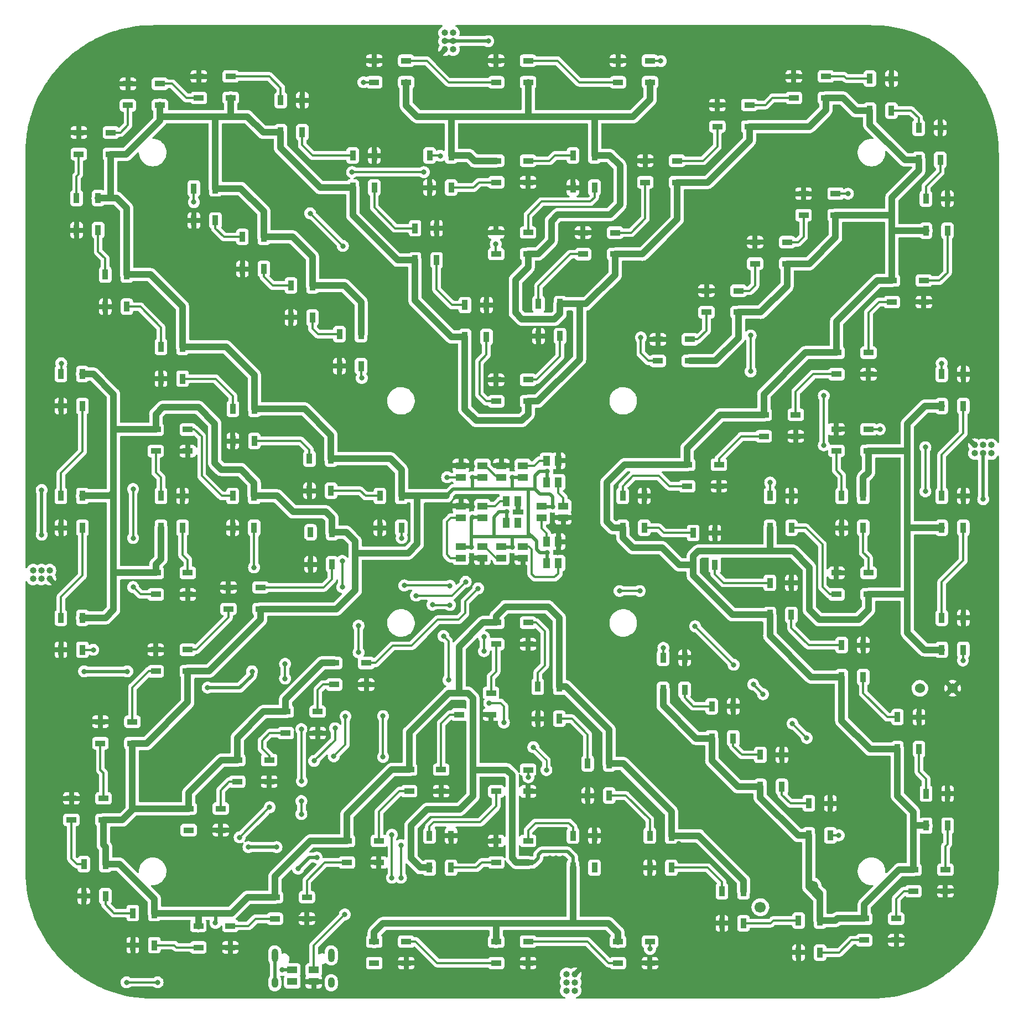
<source format=gbr>
%TF.GenerationSoftware,KiCad,Pcbnew,(6.0.8)*%
%TF.CreationDate,2022-11-03T12:51:22+01:00*%
%TF.ProjectId,BoardGame,426f6172-6447-4616-9d65-2e6b69636164,rev?*%
%TF.SameCoordinates,Original*%
%TF.FileFunction,Copper,L1,Top*%
%TF.FilePolarity,Positive*%
%FSLAX46Y46*%
G04 Gerber Fmt 4.6, Leading zero omitted, Abs format (unit mm)*
G04 Created by KiCad (PCBNEW (6.0.8)) date 2022-11-03 12:51:22*
%MOMM*%
%LPD*%
G01*
G04 APERTURE LIST*
%TA.AperFunction,SMDPad,CuDef*%
%ADD10R,0.900000X1.500000*%
%TD*%
%TA.AperFunction,SMDPad,CuDef*%
%ADD11R,1.500000X0.900000*%
%TD*%
%TA.AperFunction,SMDPad,CuDef*%
%ADD12R,1.500000X1.100000*%
%TD*%
%TA.AperFunction,ComponentPad*%
%ADD13C,1.000000*%
%TD*%
%TA.AperFunction,ComponentPad*%
%ADD14O,1.000000X1.000000*%
%TD*%
%TA.AperFunction,ComponentPad*%
%ADD15C,1.700000*%
%TD*%
%TA.AperFunction,SMDPad,CuDef*%
%ADD16R,1.100000X1.500000*%
%TD*%
%TA.AperFunction,ComponentPad*%
%ADD17O,1.000000X1.600000*%
%TD*%
%TA.AperFunction,ComponentPad*%
%ADD18O,1.000000X2.100000*%
%TD*%
%TA.AperFunction,ComponentPad*%
%ADD19C,1.524000*%
%TD*%
%TA.AperFunction,ViaPad*%
%ADD20C,0.800000*%
%TD*%
%TA.AperFunction,Conductor*%
%ADD21C,1.016000*%
%TD*%
%TA.AperFunction,Conductor*%
%ADD22C,0.508000*%
%TD*%
%TA.AperFunction,Conductor*%
%ADD23C,0.300000*%
%TD*%
%TA.AperFunction,Conductor*%
%ADD24C,0.254000*%
%TD*%
G04 APERTURE END LIST*
D10*
%TO.P,D1002,1,VDD*%
%TO.N,VCC*%
X116280000Y-78870000D03*
%TO.P,D1002,2,DOUT*%
%TO.N,Net-(D1002-Pad2)*%
X112980000Y-78870000D03*
%TO.P,D1002,3,VSS*%
%TO.N,GND*%
X112980000Y-83770000D03*
%TO.P,D1002,4,DIN*%
%TO.N,Net-(D1001-Pad2)*%
X116280000Y-83770000D03*
%TD*%
D11*
%TO.P,D1045,1,VDD*%
%TO.N,VCC*%
X95980000Y-150350000D03*
%TO.P,D1045,2,DOUT*%
%TO.N,Net-(D1045-Pad2)*%
X95980000Y-153650000D03*
%TO.P,D1045,3,VSS*%
%TO.N,GND*%
X100880000Y-153650000D03*
%TO.P,D1045,4,DIN*%
%TO.N,Net-(D1044-Pad2)*%
X100880000Y-150350000D03*
%TD*%
D10*
%TO.P,D1086,1,VDD*%
%TO.N,VCC*%
X78250000Y-84550000D03*
%TO.P,D1086,2,DOUT*%
%TO.N,Net-(D1086-Pad2)*%
X74950000Y-84550000D03*
%TO.P,D1086,3,VSS*%
%TO.N,GND*%
X74950000Y-89450000D03*
%TO.P,D1086,4,DIN*%
%TO.N,Net-(D1085-Pad2)*%
X78250000Y-89450000D03*
%TD*%
D11*
%TO.P,D1056,1,VDD*%
%TO.N,VCC*%
X89460000Y-96320000D03*
%TO.P,D1056,2,DOUT*%
%TO.N,Net-(D1056-Pad2)*%
X89460000Y-99620000D03*
%TO.P,D1056,3,VSS*%
%TO.N,GND*%
X94360000Y-99620000D03*
%TO.P,D1056,4,DIN*%
%TO.N,Net-(D1055-Pad2)*%
X94360000Y-96320000D03*
%TD*%
%TO.P,D1016,1,VDD*%
%TO.N,VCC*%
X159760000Y-47560000D03*
%TO.P,D1016,2,DOUT*%
%TO.N,Net-(D1016-Pad2)*%
X159760000Y-44260000D03*
%TO.P,D1016,3,VSS*%
%TO.N,GND*%
X154860000Y-44260000D03*
%TO.P,D1016,4,DIN*%
%TO.N,Net-(D1015-Pad2)*%
X154860000Y-47560000D03*
%TD*%
D10*
%TO.P,D1028,1,VDD*%
%TO.N,VCC*%
X171720000Y-95130000D03*
%TO.P,D1028,2,DOUT*%
%TO.N,Net-(D1028-Pad2)*%
X175020000Y-95130000D03*
%TO.P,D1028,3,VSS*%
%TO.N,GND*%
X175020000Y-90230000D03*
%TO.P,D1028,4,DIN*%
%TO.N,Net-(D1027-Pad2)*%
X171720000Y-90230000D03*
%TD*%
%TO.P,D1021,1,VDD*%
%TO.N,VCC*%
X206230000Y-33110000D03*
%TO.P,D1021,2,DOUT*%
%TO.N,Net-(D1021-Pad2)*%
X209530000Y-33110000D03*
%TO.P,D1021,3,VSS*%
%TO.N,GND*%
X209530000Y-28210000D03*
%TO.P,D1021,4,DIN*%
%TO.N,Net-(D1020-Pad2)*%
X206230000Y-28210000D03*
%TD*%
D12*
%TO.P,D1102,1,VDD*%
%TO.N,VCC*%
X142360000Y-92300000D03*
%TO.P,D1102,2,DOUT*%
%TO.N,Net-(D1102-Pad2)*%
X142360000Y-94080000D03*
%TO.P,D1102,3,VSS*%
%TO.N,GND*%
X145640000Y-94080000D03*
%TO.P,D1102,4,DIN*%
%TO.N,Net-(D1101-Pad2)*%
X145640000Y-92300000D03*
%TD*%
D11*
%TO.P,D1051,1,VDD*%
%TO.N,VCC*%
X105490000Y-101860000D03*
%TO.P,D1051,2,DOUT*%
%TO.N,Net-(D1051-Pad2)*%
X105490000Y-98560000D03*
%TO.P,D1051,3,VSS*%
%TO.N,GND*%
X100590000Y-98560000D03*
%TO.P,D1051,4,DIN*%
%TO.N,Net-(D1050-Pad2)*%
X100590000Y-101860000D03*
%TD*%
%TO.P,D1089,1,VDD*%
%TO.N,VCC*%
X146450000Y-21250000D03*
%TO.P,D1089,2,DOUT*%
%TO.N,Net-(D1089-Pad2)*%
X146450000Y-17950000D03*
%TO.P,D1089,3,VSS*%
%TO.N,GND*%
X141550000Y-17950000D03*
%TO.P,D1089,4,DIN*%
%TO.N,Net-(D1088-Pad2)*%
X141550000Y-21250000D03*
%TD*%
%TO.P,D1057,1,VDD*%
%TO.N,VCC*%
X146450000Y-47530000D03*
%TO.P,D1057,2,DOUT*%
%TO.N,Net-(D1057-Pad2)*%
X146450000Y-44230000D03*
%TO.P,D1057,3,VSS*%
%TO.N,GND*%
X141550000Y-44230000D03*
%TO.P,D1057,4,DIN*%
%TO.N,Net-(D1056-Pad2)*%
X141550000Y-47530000D03*
%TD*%
D12*
%TO.P,D1106,1,VDD*%
%TO.N,VCC*%
X110360000Y-157110000D03*
%TO.P,D1106,2,DOUT*%
%TO.N,unconnected-(D1106-Pad2)*%
X110360000Y-158890000D03*
%TO.P,D1106,3,VSS*%
%TO.N,GND*%
X113640000Y-158890000D03*
%TO.P,D1106,4,DIN*%
%TO.N,Net-(D1106-Pad4)*%
X113640000Y-157110000D03*
%TD*%
D10*
%TO.P,D1020,1,VDD*%
%TO.N,VCC*%
X198750000Y-25590000D03*
%TO.P,D1020,2,DOUT*%
%TO.N,Net-(D1020-Pad2)*%
X202050000Y-25590000D03*
%TO.P,D1020,3,VSS*%
%TO.N,GND*%
X202050000Y-20690000D03*
%TO.P,D1020,4,DIN*%
%TO.N,Net-(D1019-Pad2)*%
X198750000Y-20690000D03*
%TD*%
D13*
%TO.P,J401,1,Pin_1*%
%TO.N,GND*%
X73220000Y-97235000D03*
D14*
%TO.P,J401,2,Pin_2*%
%TO.N,TP_1*%
X73220000Y-95965000D03*
%TO.P,J401,3,Pin_3*%
%TO.N,+5V*%
X71950000Y-97235000D03*
%TO.P,J401,4,Pin_4*%
X71950000Y-95965000D03*
%TO.P,J401,5,Pin_5*%
%TO.N,TP_3*%
X70680000Y-97235000D03*
%TO.P,J401,6,Pin_6*%
%TO.N,TP_2*%
X70680000Y-95965000D03*
%TD*%
D10*
%TO.P,D1038,1,VDD*%
%TO.N,VCC*%
X158860000Y-125510000D03*
%TO.P,D1038,2,DOUT*%
%TO.N,Net-(D1038-Pad2)*%
X155560000Y-125510000D03*
%TO.P,D1038,3,VSS*%
%TO.N,GND*%
X155560000Y-130410000D03*
%TO.P,D1038,4,DIN*%
%TO.N,Net-(D1037-Pad2)*%
X158860000Y-130410000D03*
%TD*%
%TO.P,D1080,1,VDD*%
%TO.N,VCC*%
X189410000Y-136510000D03*
%TO.P,D1080,2,DOUT*%
%TO.N,Net-(D1080-Pad2)*%
X192710000Y-136510000D03*
%TO.P,D1080,3,VSS*%
%TO.N,GND*%
X192710000Y-131610000D03*
%TO.P,D1080,4,DIN*%
%TO.N,Net-(D1079-Pad2)*%
X189410000Y-131610000D03*
%TD*%
D12*
%TO.P,D1100,1,VDD*%
%TO.N,VCC*%
X148550000Y-86110000D03*
%TO.P,D1100,2,DOUT*%
%TO.N,Net-(D1100-Pad2)*%
X148550000Y-87890000D03*
%TO.P,D1100,3,VSS*%
%TO.N,GND*%
X151830000Y-87890000D03*
%TO.P,D1100,4,DIN*%
%TO.N,Net-(D1099-Pad2)*%
X151830000Y-86110000D03*
%TD*%
D13*
%TO.P,J403,1,Pin_1*%
%TO.N,GND*%
X214780000Y-76765000D03*
D14*
%TO.P,J403,2,Pin_2*%
%TO.N,TP_7*%
X214780000Y-78035000D03*
%TO.P,J403,3,Pin_3*%
%TO.N,+5V*%
X216050000Y-76765000D03*
%TO.P,J403,4,Pin_4*%
X216050000Y-78035000D03*
%TO.P,J403,5,Pin_5*%
%TO.N,TP_9*%
X217320000Y-76765000D03*
%TO.P,J403,6,Pin_6*%
%TO.N,TP_8*%
X217320000Y-78035000D03*
%TD*%
D11*
%TO.P,D1081,1,VDD*%
%TO.N,VCC*%
X116780000Y-110120000D03*
%TO.P,D1081,2,DOUT*%
%TO.N,Net-(D1081-Pad2)*%
X116780000Y-113420000D03*
%TO.P,D1081,3,VSS*%
%TO.N,GND*%
X121680000Y-113420000D03*
%TO.P,D1081,4,DIN*%
%TO.N,Net-(D1080-Pad2)*%
X121680000Y-110120000D03*
%TD*%
D10*
%TO.P,D1066,1,VDD*%
%TO.N,VCC*%
X131350000Y-141450000D03*
%TO.P,D1066,2,DOUT*%
%TO.N,Net-(D1066-Pad2)*%
X134650000Y-141450000D03*
%TO.P,D1066,3,VSS*%
%TO.N,GND*%
X134650000Y-136550000D03*
%TO.P,D1066,4,DIN*%
%TO.N,Net-(D1065-Pad2)*%
X131350000Y-136550000D03*
%TD*%
D11*
%TO.P,D1040,1,VDD*%
%TO.N,VCC*%
X141550000Y-103930000D03*
%TO.P,D1040,2,DOUT*%
%TO.N,Net-(D1040-Pad2)*%
X141550000Y-107230000D03*
%TO.P,D1040,3,VSS*%
%TO.N,GND*%
X146450000Y-107230000D03*
%TO.P,D1040,4,DIN*%
%TO.N,Net-(D1039-Pad2)*%
X146450000Y-103930000D03*
%TD*%
D10*
%TO.P,D1085,1,VDD*%
%TO.N,VCC*%
X78250000Y-103200000D03*
%TO.P,D1085,2,DOUT*%
%TO.N,Net-(D1085-Pad2)*%
X74950000Y-103200000D03*
%TO.P,D1085,3,VSS*%
%TO.N,GND*%
X74950000Y-108100000D03*
%TO.P,D1085,4,DIN*%
%TO.N,Net-(D1085-Pad4)*%
X78250000Y-108100000D03*
%TD*%
D11*
%TO.P,D1043,1,VDD*%
%TO.N,VCC*%
X118720000Y-137350000D03*
%TO.P,D1043,2,DOUT*%
%TO.N,Net-(D1043-Pad2)*%
X118720000Y-140650000D03*
%TO.P,D1043,3,VSS*%
%TO.N,GND*%
X123620000Y-140650000D03*
%TO.P,D1043,4,DIN*%
%TO.N,Net-(D1042-Pad2)*%
X123620000Y-137350000D03*
%TD*%
D10*
%TO.P,D1037,1,VDD*%
%TO.N,VCC*%
X168380000Y-136550000D03*
%TO.P,D1037,2,DOUT*%
%TO.N,Net-(D1037-Pad2)*%
X165080000Y-136550000D03*
%TO.P,D1037,3,VSS*%
%TO.N,GND*%
X165080000Y-141450000D03*
%TO.P,D1037,4,DIN*%
%TO.N,Net-(D1036-Pad2)*%
X168380000Y-141450000D03*
%TD*%
D11*
%TO.P,D1017,1,VDD*%
%TO.N,VCC*%
X169280000Y-36560000D03*
%TO.P,D1017,2,DOUT*%
%TO.N,Net-(D1017-Pad2)*%
X169280000Y-33260000D03*
%TO.P,D1017,3,VSS*%
%TO.N,GND*%
X164380000Y-33260000D03*
%TO.P,D1017,4,DIN*%
%TO.N,Net-(D1016-Pad2)*%
X164380000Y-36560000D03*
%TD*%
%TO.P,D1067,1,VDD*%
%TO.N,VCC*%
X146450000Y-140650000D03*
%TO.P,D1067,2,DOUT*%
%TO.N,Net-(D1067-Pad2)*%
X146450000Y-137350000D03*
%TO.P,D1067,3,VSS*%
%TO.N,GND*%
X141550000Y-137350000D03*
%TO.P,D1067,4,DIN*%
%TO.N,Net-(D1066-Pad2)*%
X141550000Y-140650000D03*
%TD*%
D10*
%TO.P,D1072,1,VDD*%
%TO.N,VCC*%
X98590000Y-37490000D03*
%TO.P,D1072,2,DOUT*%
%TO.N,Net-(D1072-Pad2)*%
X95290000Y-37490000D03*
%TO.P,D1072,3,VSS*%
%TO.N,GND*%
X95290000Y-42390000D03*
%TO.P,D1072,4,DIN*%
%TO.N,Net-(D1071-Pad2)*%
X98590000Y-42390000D03*
%TD*%
D11*
%TO.P,D1041,1,VDD*%
%TO.N,VCC*%
X135870000Y-114720000D03*
%TO.P,D1041,2,DOUT*%
%TO.N,Net-(D1041-Pad2)*%
X135870000Y-118020000D03*
%TO.P,D1041,3,VSS*%
%TO.N,GND*%
X140770000Y-118020000D03*
%TO.P,D1041,4,DIN*%
%TO.N,Net-(D1040-Pad2)*%
X140770000Y-114720000D03*
%TD*%
%TO.P,D1074,1,VDD*%
%TO.N,VCC*%
X178650000Y-56450000D03*
%TO.P,D1074,2,DOUT*%
%TO.N,Net-(D1074-Pad2)*%
X178650000Y-53150000D03*
%TO.P,D1074,3,VSS*%
%TO.N,GND*%
X173750000Y-53150000D03*
%TO.P,D1074,4,DIN*%
%TO.N,Net-(D1073-Pad2)*%
X173750000Y-56450000D03*
%TD*%
D15*
%TO.P,J302,1,Pin_1*%
%TO.N,/Battery charger/CH_OUT*%
X182000000Y-147500000D03*
%TD*%
D11*
%TO.P,D1009,1,VDD*%
%TO.N,VCC*%
X100950000Y-23650000D03*
%TO.P,D1009,2,DOUT*%
%TO.N,Net-(D1009-Pad2)*%
X100950000Y-20350000D03*
%TO.P,D1009,3,VSS*%
%TO.N,GND*%
X96050000Y-20350000D03*
%TO.P,D1009,4,DIN*%
%TO.N,Net-(D1008-Pad2)*%
X96050000Y-23650000D03*
%TD*%
%TO.P,D1033,1,VDD*%
%TO.N,VCC*%
X205410000Y-141750000D03*
%TO.P,D1033,2,DOUT*%
%TO.N,Net-(D1033-Pad2)*%
X205410000Y-145050000D03*
%TO.P,D1033,3,VSS*%
%TO.N,GND*%
X210310000Y-145050000D03*
%TO.P,D1033,4,DIN*%
%TO.N,Net-(D1032-Pad2)*%
X210310000Y-141750000D03*
%TD*%
D10*
%TO.P,D1046,1,VDD*%
%TO.N,VCC*%
X89250000Y-148410000D03*
%TO.P,D1046,2,DOUT*%
%TO.N,Net-(D1046-Pad2)*%
X85950000Y-148410000D03*
%TO.P,D1046,3,VSS*%
%TO.N,GND*%
X85950000Y-153310000D03*
%TO.P,D1046,4,DIN*%
%TO.N,Net-(D1045-Pad2)*%
X89250000Y-153310000D03*
%TD*%
%TO.P,D1052,1,VDD*%
%TO.N,VCC*%
X116440000Y-90130000D03*
%TO.P,D1052,2,DOUT*%
%TO.N,unconnected-(D1052-Pad2)*%
X113140000Y-90130000D03*
%TO.P,D1052,3,VSS*%
%TO.N,GND*%
X113140000Y-95030000D03*
%TO.P,D1052,4,DIN*%
%TO.N,Net-(D1051-Pad2)*%
X116440000Y-95030000D03*
%TD*%
%TO.P,D1061,1,VDD*%
%TO.N,VCC*%
X183470000Y-89450000D03*
%TO.P,D1061,2,DOUT*%
%TO.N,Net-(D1061-Pad2)*%
X186770000Y-89450000D03*
%TO.P,D1061,3,VSS*%
%TO.N,GND*%
X186770000Y-84550000D03*
%TO.P,D1061,4,DIN*%
%TO.N,Net-(D1060-Pad2)*%
X183470000Y-84550000D03*
%TD*%
D11*
%TO.P,D1062,1,VDD*%
%TO.N,VCC*%
X198540000Y-99620000D03*
%TO.P,D1062,2,DOUT*%
%TO.N,Net-(D1062-Pad2)*%
X198540000Y-96320000D03*
%TO.P,D1062,3,VSS*%
%TO.N,GND*%
X193640000Y-96320000D03*
%TO.P,D1062,4,DIN*%
%TO.N,Net-(D1061-Pad2)*%
X193640000Y-99620000D03*
%TD*%
D10*
%TO.P,D1070,1,VDD*%
%TO.N,VCC*%
X113450000Y-52350000D03*
%TO.P,D1070,2,DOUT*%
%TO.N,Net-(D1070-Pad2)*%
X110150000Y-52350000D03*
%TO.P,D1070,3,VSS*%
%TO.N,GND*%
X110150000Y-57250000D03*
%TO.P,D1070,4,DIN*%
%TO.N,Net-(D1069-Pad2)*%
X113450000Y-57250000D03*
%TD*%
D11*
%TO.P,D1073,1,VDD*%
%TO.N,VCC*%
X171220000Y-63880000D03*
%TO.P,D1073,2,DOUT*%
%TO.N,Net-(D1073-Pad2)*%
X171220000Y-60580000D03*
%TO.P,D1073,3,VSS*%
%TO.N,GND*%
X166320000Y-60580000D03*
%TO.P,D1073,4,DIN*%
%TO.N,Net-(D1072-Pad2)*%
X166320000Y-63880000D03*
%TD*%
D15*
%TO.P,J301,1,Pin_1*%
%TO.N,VCC*%
X190000000Y-144250000D03*
%TD*%
D10*
%TO.P,D1068,1,VDD*%
%TO.N,VCC*%
X153320000Y-141450000D03*
%TO.P,D1068,2,DOUT*%
%TO.N,unconnected-(D1068-Pad2)*%
X156620000Y-141450000D03*
%TO.P,D1068,3,VSS*%
%TO.N,GND*%
X156620000Y-136550000D03*
%TO.P,D1068,4,DIN*%
%TO.N,Net-(D1067-Pad2)*%
X153320000Y-136550000D03*
%TD*%
D11*
%TO.P,D1048,1,VDD*%
%TO.N,VCC*%
X81450000Y-134140000D03*
%TO.P,D1048,2,DOUT*%
%TO.N,Net-(D1048-Pad2)*%
X81450000Y-130840000D03*
%TO.P,D1048,3,VSS*%
%TO.N,GND*%
X76550000Y-130840000D03*
%TO.P,D1048,4,DIN*%
%TO.N,Net-(D1047-Pad2)*%
X76550000Y-134140000D03*
%TD*%
D10*
%TO.P,D1022,1,VDD*%
%TO.N,VCC*%
X207340000Y-43960000D03*
%TO.P,D1022,2,DOUT*%
%TO.N,Net-(D1022-Pad2)*%
X210640000Y-43960000D03*
%TO.P,D1022,3,VSS*%
%TO.N,GND*%
X210640000Y-39060000D03*
%TO.P,D1022,4,DIN*%
%TO.N,Net-(D1021-Pad2)*%
X207340000Y-39060000D03*
%TD*%
%TO.P,D1031,1,VDD*%
%TO.N,VCC*%
X202970000Y-123310000D03*
%TO.P,D1031,2,DOUT*%
%TO.N,Net-(D1031-Pad2)*%
X206270000Y-123310000D03*
%TO.P,D1031,3,VSS*%
%TO.N,GND*%
X206270000Y-118410000D03*
%TO.P,D1031,4,DIN*%
%TO.N,Net-(D1030-Pad2)*%
X202970000Y-118410000D03*
%TD*%
%TO.P,D1087,1,VDD*%
%TO.N,VCC*%
X78250000Y-65900000D03*
%TO.P,D1087,2,DOUT*%
%TO.N,Net-(D1087-Pad2)*%
X74950000Y-65900000D03*
%TO.P,D1087,3,VSS*%
%TO.N,GND*%
X74950000Y-70800000D03*
%TO.P,D1087,4,DIN*%
%TO.N,Net-(D1086-Pad2)*%
X78250000Y-70800000D03*
%TD*%
%TO.P,D1060,1,VDD*%
%TO.N,VCC*%
X134680000Y-32460000D03*
%TO.P,D1060,2,DOUT*%
%TO.N,Net-(D1060-Pad2)*%
X131380000Y-32460000D03*
%TO.P,D1060,3,VSS*%
%TO.N,GND*%
X131380000Y-37360000D03*
%TO.P,D1060,4,DIN*%
%TO.N,Net-(D1059-Pad2)*%
X134680000Y-37360000D03*
%TD*%
%TO.P,D1055,1,VDD*%
%TO.N,VCC*%
X90260000Y-89450000D03*
%TO.P,D1055,2,DOUT*%
%TO.N,Net-(D1055-Pad2)*%
X93560000Y-89450000D03*
%TO.P,D1055,3,VSS*%
%TO.N,GND*%
X93560000Y-84550000D03*
%TO.P,D1055,4,DIN*%
%TO.N,Net-(D1054-Pad2)*%
X90260000Y-84550000D03*
%TD*%
D11*
%TO.P,D1024,1,VDD*%
%TO.N,VCC*%
X193640000Y-62620000D03*
%TO.P,D1024,2,DOUT*%
%TO.N,Net-(D1024-Pad2)*%
X193640000Y-65920000D03*
%TO.P,D1024,3,VSS*%
%TO.N,GND*%
X198540000Y-65920000D03*
%TO.P,D1024,4,DIN*%
%TO.N,Net-(D1023-Pad2)*%
X198540000Y-62620000D03*
%TD*%
D10*
%TO.P,D1091,1,VDD*%
%TO.N,VCC*%
X209750000Y-70800000D03*
%TO.P,D1091,2,DOUT*%
%TO.N,Net-(D1091-Pad2)*%
X213050000Y-70800000D03*
%TO.P,D1091,3,VSS*%
%TO.N,GND*%
X213050000Y-65900000D03*
%TO.P,D1091,4,DIN*%
%TO.N,Net-(D1090-Pad2)*%
X209750000Y-65900000D03*
%TD*%
%TO.P,D1079,1,VDD*%
%TO.N,VCC*%
X181980000Y-129080000D03*
%TO.P,D1079,2,DOUT*%
%TO.N,Net-(D1079-Pad2)*%
X185280000Y-129080000D03*
%TO.P,D1079,3,VSS*%
%TO.N,GND*%
X185280000Y-124180000D03*
%TO.P,D1079,4,DIN*%
%TO.N,Net-(D1078-Pad2)*%
X181980000Y-124180000D03*
%TD*%
%TO.P,D1069,1,VDD*%
%TO.N,VCC*%
X120880000Y-59780000D03*
%TO.P,D1069,2,DOUT*%
%TO.N,Net-(D1069-Pad2)*%
X117580000Y-59780000D03*
%TO.P,D1069,3,VSS*%
%TO.N,GND*%
X117580000Y-64680000D03*
%TO.P,D1069,4,DIN*%
%TO.N,Net-(D1069-Pad4)*%
X120880000Y-64680000D03*
%TD*%
D11*
%TO.P,D1095,1,VDD*%
%TO.N,VCC*%
X141550000Y-152750000D03*
%TO.P,D1095,2,DOUT*%
%TO.N,Net-(D1095-Pad2)*%
X141550000Y-156050000D03*
%TO.P,D1095,3,VSS*%
%TO.N,GND*%
X146450000Y-156050000D03*
%TO.P,D1095,4,DIN*%
%TO.N,Net-(D1094-Pad2)*%
X146450000Y-152750000D03*
%TD*%
D10*
%TO.P,D1047,1,VDD*%
%TO.N,VCC*%
X81770000Y-140890000D03*
%TO.P,D1047,2,DOUT*%
%TO.N,Net-(D1047-Pad2)*%
X78470000Y-140890000D03*
%TO.P,D1047,3,VSS*%
%TO.N,GND*%
X78470000Y-145790000D03*
%TO.P,D1047,4,DIN*%
%TO.N,Net-(D1046-Pad2)*%
X81770000Y-145790000D03*
%TD*%
%TO.P,D1027,1,VDD*%
%TO.N,VCC*%
X160930000Y-89450000D03*
%TO.P,D1027,2,DOUT*%
%TO.N,Net-(D1027-Pad2)*%
X164230000Y-89450000D03*
%TO.P,D1027,3,VSS*%
%TO.N,GND*%
X164230000Y-84550000D03*
%TO.P,D1027,4,DIN*%
%TO.N,Net-(D1026-Pad2)*%
X160930000Y-84550000D03*
%TD*%
D12*
%TO.P,D1097,1,VDD*%
%TO.N,VCC*%
X139450000Y-81700000D03*
%TO.P,D1097,2,DOUT*%
%TO.N,Net-(D1097-Pad2)*%
X139450000Y-79920000D03*
%TO.P,D1097,3,VSS*%
%TO.N,GND*%
X136170000Y-79920000D03*
%TO.P,D1097,4,DIN*%
%TO.N,Net-(D1097-Pad4)*%
X136170000Y-81700000D03*
%TD*%
D11*
%TO.P,D1090,1,VDD*%
%TO.N,VCC*%
X165100000Y-21250000D03*
%TO.P,D1090,2,DOUT*%
%TO.N,Net-(D1090-Pad2)*%
X165100000Y-17950000D03*
%TO.P,D1090,3,VSS*%
%TO.N,GND*%
X160200000Y-17950000D03*
%TO.P,D1090,4,DIN*%
%TO.N,Net-(D1089-Pad2)*%
X160200000Y-21250000D03*
%TD*%
%TO.P,D1094,1,VDD*%
%TO.N,VCC*%
X160200000Y-152750000D03*
%TO.P,D1094,2,DOUT*%
%TO.N,Net-(D1094-Pad2)*%
X160200000Y-156050000D03*
%TO.P,D1094,3,VSS*%
%TO.N,GND*%
X165100000Y-156050000D03*
%TO.P,D1094,4,DIN*%
%TO.N,Net-(D1093-Pad2)*%
X165100000Y-152750000D03*
%TD*%
D10*
%TO.P,D1010,1,VDD*%
%TO.N,VCC*%
X108580000Y-28890000D03*
%TO.P,D1010,2,DOUT*%
%TO.N,Net-(D1010-Pad2)*%
X111880000Y-28890000D03*
%TO.P,D1010,3,VSS*%
%TO.N,GND*%
X111880000Y-23990000D03*
%TO.P,D1010,4,DIN*%
%TO.N,Net-(D1009-Pad2)*%
X108580000Y-23990000D03*
%TD*%
D12*
%TO.P,D1103,1,VDD*%
%TO.N,VCC*%
X136170000Y-92300000D03*
%TO.P,D1103,2,DOUT*%
%TO.N,Net-(D1103-Pad2)*%
X136170000Y-94080000D03*
%TO.P,D1103,3,VSS*%
%TO.N,GND*%
X139450000Y-94080000D03*
%TO.P,D1103,4,DIN*%
%TO.N,Net-(D1102-Pad2)*%
X139450000Y-92300000D03*
%TD*%
D11*
%TO.P,D1008,1,VDD*%
%TO.N,VCC*%
X90110000Y-24770000D03*
%TO.P,D1008,2,DOUT*%
%TO.N,Net-(D1008-Pad2)*%
X90110000Y-21470000D03*
%TO.P,D1008,3,VSS*%
%TO.N,GND*%
X85210000Y-21470000D03*
%TO.P,D1008,4,DIN*%
%TO.N,Net-(D1007-Pad2)*%
X85210000Y-24770000D03*
%TD*%
D10*
%TO.P,D1035,1,VDD*%
%TO.N,VCC*%
X191140000Y-149540000D03*
%TO.P,D1035,2,DOUT*%
%TO.N,Net-(D1035-Pad2)*%
X187840000Y-149540000D03*
%TO.P,D1035,3,VSS*%
%TO.N,GND*%
X187840000Y-154440000D03*
%TO.P,D1035,4,DIN*%
%TO.N,Net-(D1034-Pad2)*%
X191140000Y-154440000D03*
%TD*%
%TO.P,D1012,1,VDD*%
%TO.N,VCC*%
X129140000Y-48490000D03*
%TO.P,D1012,2,DOUT*%
%TO.N,Net-(D1012-Pad2)*%
X132440000Y-48490000D03*
%TO.P,D1012,3,VSS*%
%TO.N,GND*%
X132440000Y-43590000D03*
%TO.P,D1012,4,DIN*%
%TO.N,Net-(D1011-Pad2)*%
X129140000Y-43590000D03*
%TD*%
D16*
%TO.P,D1101,1,VDD*%
%TO.N,VCC*%
X149300000Y-94830000D03*
%TO.P,D1101,2,DOUT*%
%TO.N,Net-(D1101-Pad2)*%
X151080000Y-94830000D03*
%TO.P,D1101,3,VSS*%
%TO.N,GND*%
X151080000Y-91550000D03*
%TO.P,D1101,4,DIN*%
%TO.N,Net-(D1100-Pad2)*%
X149300000Y-91550000D03*
%TD*%
D11*
%TO.P,D1065,1,VDD*%
%TO.N,VCC*%
X141550000Y-126470000D03*
%TO.P,D1065,2,DOUT*%
%TO.N,Net-(D1065-Pad2)*%
X141550000Y-129770000D03*
%TO.P,D1065,3,VSS*%
%TO.N,GND*%
X146450000Y-129770000D03*
%TO.P,D1065,4,DIN*%
%TO.N,Net-(D1064-Pad2)*%
X146450000Y-126470000D03*
%TD*%
D16*
%TO.P,D1105,1,VDD*%
%TO.N,VCC*%
X143110000Y-88640000D03*
%TO.P,D1105,2,DOUT*%
%TO.N,unconnected-(D1105-Pad2)*%
X144890000Y-88640000D03*
%TO.P,D1105,3,VSS*%
%TO.N,GND*%
X144890000Y-85360000D03*
%TO.P,D1105,4,DIN*%
%TO.N,Net-(D1104-Pad2)*%
X143110000Y-85360000D03*
%TD*%
D10*
%TO.P,D1004,1,VDD*%
%TO.N,VCC*%
X93560000Y-61720000D03*
%TO.P,D1004,2,DOUT*%
%TO.N,Net-(D1004-Pad2)*%
X90260000Y-61720000D03*
%TO.P,D1004,3,VSS*%
%TO.N,GND*%
X90260000Y-66620000D03*
%TO.P,D1004,4,DIN*%
%TO.N,Net-(D1003-Pad2)*%
X93560000Y-66620000D03*
%TD*%
D12*
%TO.P,D1104,1,VDD*%
%TO.N,VCC*%
X139450000Y-87890000D03*
%TO.P,D1104,2,DOUT*%
%TO.N,Net-(D1104-Pad2)*%
X139450000Y-86110000D03*
%TO.P,D1104,3,VSS*%
%TO.N,GND*%
X136170000Y-86110000D03*
%TO.P,D1104,4,DIN*%
%TO.N,Net-(D1103-Pad2)*%
X136170000Y-87890000D03*
%TD*%
D13*
%TO.P,J404,1,Pin_1*%
%TO.N,GND*%
X153600000Y-157730000D03*
D14*
%TO.P,J404,2,Pin_2*%
%TO.N,TP_10*%
X152330000Y-157730000D03*
%TO.P,J404,3,Pin_3*%
%TO.N,+5V*%
X153600000Y-159000000D03*
%TO.P,J404,4,Pin_4*%
X152330000Y-159000000D03*
%TO.P,J404,5,Pin_5*%
%TO.N,TP_12*%
X153600000Y-160270000D03*
%TO.P,J404,6,Pin_6*%
%TO.N,TP_11*%
X152330000Y-160270000D03*
%TD*%
D12*
%TO.P,D1098,1,VDD*%
%TO.N,VCC*%
X145640000Y-81700000D03*
%TO.P,D1098,2,DOUT*%
%TO.N,Net-(D1098-Pad2)*%
X145640000Y-79920000D03*
%TO.P,D1098,3,VSS*%
%TO.N,GND*%
X142360000Y-79920000D03*
%TO.P,D1098,4,DIN*%
%TO.N,Net-(D1097-Pad2)*%
X142360000Y-81700000D03*
%TD*%
D11*
%TO.P,D1049,1,VDD*%
%TO.N,VCC*%
X85890000Y-122420000D03*
%TO.P,D1049,2,DOUT*%
%TO.N,Net-(D1049-Pad2)*%
X85890000Y-119120000D03*
%TO.P,D1049,3,VSS*%
%TO.N,GND*%
X80990000Y-119120000D03*
%TO.P,D1049,4,DIN*%
%TO.N,Net-(D1048-Pad2)*%
X80990000Y-122420000D03*
%TD*%
D10*
%TO.P,D1039,1,VDD*%
%TO.N,VCC*%
X151230000Y-113760000D03*
%TO.P,D1039,2,DOUT*%
%TO.N,Net-(D1039-Pad2)*%
X147930000Y-113760000D03*
%TO.P,D1039,3,VSS*%
%TO.N,GND*%
X147930000Y-118660000D03*
%TO.P,D1039,4,DIN*%
%TO.N,Net-(D1038-Pad2)*%
X151230000Y-118660000D03*
%TD*%
D11*
%TO.P,D1018,1,VDD*%
%TO.N,VCC*%
X180310000Y-28030000D03*
%TO.P,D1018,2,DOUT*%
%TO.N,Net-(D1018-Pad2)*%
X180310000Y-24730000D03*
%TO.P,D1018,3,VSS*%
%TO.N,GND*%
X175410000Y-24730000D03*
%TO.P,D1018,4,DIN*%
%TO.N,Net-(D1017-Pad2)*%
X175410000Y-28030000D03*
%TD*%
D10*
%TO.P,D1015,1,VDD*%
%TO.N,VCC*%
X151330000Y-55180000D03*
%TO.P,D1015,2,DOUT*%
%TO.N,Net-(D1015-Pad2)*%
X148030000Y-55180000D03*
%TO.P,D1015,3,VSS*%
%TO.N,GND*%
X148030000Y-60080000D03*
%TO.P,D1015,4,DIN*%
%TO.N,Net-(D1014-Pad2)*%
X151330000Y-60080000D03*
%TD*%
D11*
%TO.P,D1034,1,VDD*%
%TO.N,VCC*%
X197890000Y-149230000D03*
%TO.P,D1034,2,DOUT*%
%TO.N,Net-(D1034-Pad2)*%
X197890000Y-152530000D03*
%TO.P,D1034,3,VSS*%
%TO.N,GND*%
X202790000Y-152530000D03*
%TO.P,D1034,4,DIN*%
%TO.N,Net-(D1033-Pad2)*%
X202790000Y-149230000D03*
%TD*%
D10*
%TO.P,D1005,1,VDD*%
%TO.N,VCC*%
X85030000Y-50690000D03*
%TO.P,D1005,2,DOUT*%
%TO.N,Net-(D1005-Pad2)*%
X81730000Y-50690000D03*
%TO.P,D1005,3,VSS*%
%TO.N,GND*%
X81730000Y-55590000D03*
%TO.P,D1005,4,DIN*%
%TO.N,Net-(D1004-Pad2)*%
X85030000Y-55590000D03*
%TD*%
%TO.P,D1093,1,VDD*%
%TO.N,VCC*%
X209750000Y-108100000D03*
%TO.P,D1093,2,DOUT*%
%TO.N,Net-(D1093-Pad2)*%
X213050000Y-108100000D03*
%TO.P,D1093,3,VSS*%
%TO.N,GND*%
X213050000Y-103200000D03*
%TO.P,D1093,4,DIN*%
%TO.N,Net-(D1092-Pad2)*%
X209750000Y-103200000D03*
%TD*%
%TO.P,D1011,1,VDD*%
%TO.N,VCC*%
X119620000Y-37360000D03*
%TO.P,D1011,2,DOUT*%
%TO.N,Net-(D1011-Pad2)*%
X122920000Y-37360000D03*
%TO.P,D1011,3,VSS*%
%TO.N,GND*%
X122920000Y-32460000D03*
%TO.P,D1011,4,DIN*%
%TO.N,Net-(D1010-Pad2)*%
X119620000Y-32460000D03*
%TD*%
D11*
%TO.P,D1096,1,VDD*%
%TO.N,VCC*%
X122900000Y-152750000D03*
%TO.P,D1096,2,DOUT*%
%TO.N,unconnected-(D1096-Pad2)*%
X122900000Y-156050000D03*
%TO.P,D1096,3,VSS*%
%TO.N,GND*%
X127800000Y-156050000D03*
%TO.P,D1096,4,DIN*%
%TO.N,Net-(D1095-Pad2)*%
X127800000Y-152750000D03*
%TD*%
D16*
%TO.P,D1099,1,VDD*%
%TO.N,VCC*%
X149300000Y-82450000D03*
%TO.P,D1099,2,DOUT*%
%TO.N,Net-(D1099-Pad2)*%
X151080000Y-82450000D03*
%TO.P,D1099,3,VSS*%
%TO.N,GND*%
X151080000Y-79170000D03*
%TO.P,D1099,4,DIN*%
%TO.N,Net-(D1098-Pad2)*%
X149300000Y-79170000D03*
%TD*%
D11*
%TO.P,D1088,1,VDD*%
%TO.N,VCC*%
X127800000Y-21250000D03*
%TO.P,D1088,2,DOUT*%
%TO.N,Net-(D1088-Pad2)*%
X127800000Y-17950000D03*
%TO.P,D1088,3,VSS*%
%TO.N,GND*%
X122900000Y-17950000D03*
%TO.P,D1088,4,DIN*%
%TO.N,Net-(D1087-Pad2)*%
X122900000Y-21250000D03*
%TD*%
D10*
%TO.P,D1013,1,VDD*%
%TO.N,VCC*%
X136770000Y-60240000D03*
%TO.P,D1013,2,DOUT*%
%TO.N,Net-(D1013-Pad2)*%
X140070000Y-60240000D03*
%TO.P,D1013,3,VSS*%
%TO.N,GND*%
X140070000Y-55340000D03*
%TO.P,D1013,4,DIN*%
%TO.N,Net-(D1012-Pad2)*%
X136770000Y-55340000D03*
%TD*%
D11*
%TO.P,D1083,1,VDD*%
%TO.N,VCC*%
X101920000Y-124980000D03*
%TO.P,D1083,2,DOUT*%
%TO.N,Net-(D1083-Pad2)*%
X101920000Y-128280000D03*
%TO.P,D1083,3,VSS*%
%TO.N,GND*%
X106820000Y-128280000D03*
%TO.P,D1083,4,DIN*%
%TO.N,Net-(D1082-Pad2)*%
X106820000Y-124980000D03*
%TD*%
%TO.P,D1014,1,VDD*%
%TO.N,VCC*%
X146450000Y-70070000D03*
%TO.P,D1014,2,DOUT*%
%TO.N,Net-(D1014-Pad2)*%
X146450000Y-66770000D03*
%TO.P,D1014,3,VSS*%
%TO.N,GND*%
X141550000Y-66770000D03*
%TO.P,D1014,4,DIN*%
%TO.N,Net-(D1013-Pad2)*%
X141550000Y-70070000D03*
%TD*%
D10*
%TO.P,D1063,1,VDD*%
%TO.N,VCC*%
X197740000Y-84550000D03*
%TO.P,D1063,2,DOUT*%
%TO.N,Net-(D1063-Pad2)*%
X194440000Y-84550000D03*
%TO.P,D1063,3,VSS*%
%TO.N,GND*%
X194440000Y-89450000D03*
%TO.P,D1063,4,DIN*%
%TO.N,Net-(D1062-Pad2)*%
X197740000Y-89450000D03*
%TD*%
D11*
%TO.P,D1076,1,VDD*%
%TO.N,VCC*%
X193510000Y-41590000D03*
%TO.P,D1076,2,DOUT*%
%TO.N,Net-(D1076-Pad2)*%
X193510000Y-38290000D03*
%TO.P,D1076,3,VSS*%
%TO.N,GND*%
X188610000Y-38290000D03*
%TO.P,D1076,4,DIN*%
%TO.N,Net-(D1075-Pad2)*%
X188610000Y-41590000D03*
%TD*%
D10*
%TO.P,D1003,1,VDD*%
%TO.N,VCC*%
X104560000Y-71240000D03*
%TO.P,D1003,2,DOUT*%
%TO.N,Net-(D1003-Pad2)*%
X101260000Y-71240000D03*
%TO.P,D1003,3,VSS*%
%TO.N,GND*%
X101260000Y-76140000D03*
%TO.P,D1003,4,DIN*%
%TO.N,Net-(D1002-Pad2)*%
X104560000Y-76140000D03*
%TD*%
%TO.P,D1077,1,VDD*%
%TO.N,VCC*%
X167120000Y-114220000D03*
%TO.P,D1077,2,DOUT*%
%TO.N,Net-(D1077-Pad2)*%
X170420000Y-114220000D03*
%TO.P,D1077,3,VSS*%
%TO.N,GND*%
X170420000Y-109320000D03*
%TO.P,D1077,4,DIN*%
%TO.N,Net-(D1076-Pad2)*%
X167120000Y-109320000D03*
%TD*%
D11*
%TO.P,D1054,1,VDD*%
%TO.N,VCC*%
X89460000Y-74380000D03*
%TO.P,D1054,2,DOUT*%
%TO.N,Net-(D1054-Pad2)*%
X89460000Y-77680000D03*
%TO.P,D1054,3,VSS*%
%TO.N,GND*%
X94360000Y-77680000D03*
%TO.P,D1054,4,DIN*%
%TO.N,Net-(D1053-Pad2)*%
X94360000Y-74380000D03*
%TD*%
%TO.P,D1084,1,VDD*%
%TO.N,VCC*%
X94490000Y-132410000D03*
%TO.P,D1084,2,DOUT*%
%TO.N,unconnected-(D1084-Pad2)*%
X94490000Y-135710000D03*
%TO.P,D1084,3,VSS*%
%TO.N,GND*%
X99390000Y-135710000D03*
%TO.P,D1084,4,DIN*%
%TO.N,Net-(D1083-Pad2)*%
X99390000Y-132410000D03*
%TD*%
D10*
%TO.P,D1058,1,VDD*%
%TO.N,VCC*%
X156620000Y-32460000D03*
%TO.P,D1058,2,DOUT*%
%TO.N,Net-(D1058-Pad2)*%
X153320000Y-32460000D03*
%TO.P,D1058,3,VSS*%
%TO.N,GND*%
X153320000Y-37360000D03*
%TO.P,D1058,4,DIN*%
%TO.N,Net-(D1057-Pad2)*%
X156620000Y-37360000D03*
%TD*%
D11*
%TO.P,D1064,1,VDD*%
%TO.N,VCC*%
X198540000Y-77650000D03*
%TO.P,D1064,2,DOUT*%
%TO.N,Net-(D1064-Pad2)*%
X198540000Y-74350000D03*
%TO.P,D1064,3,VSS*%
%TO.N,GND*%
X193640000Y-74350000D03*
%TO.P,D1064,4,DIN*%
%TO.N,Net-(D1063-Pad2)*%
X193640000Y-77650000D03*
%TD*%
D10*
%TO.P,D1053,1,VDD*%
%TO.N,VCC*%
X104530000Y-84550000D03*
%TO.P,D1053,2,DOUT*%
%TO.N,Net-(D1053-Pad2)*%
X101230000Y-84550000D03*
%TO.P,D1053,3,VSS*%
%TO.N,GND*%
X101230000Y-89450000D03*
%TO.P,D1053,4,DIN*%
%TO.N,Net-(D1053-Pad4)*%
X104530000Y-89450000D03*
%TD*%
D11*
%TO.P,D1023,1,VDD*%
%TO.N,VCC*%
X202110000Y-51580000D03*
%TO.P,D1023,2,DOUT*%
%TO.N,Net-(D1023-Pad2)*%
X202110000Y-54880000D03*
%TO.P,D1023,3,VSS*%
%TO.N,GND*%
X207010000Y-54880000D03*
%TO.P,D1023,4,DIN*%
%TO.N,Net-(D1022-Pad2)*%
X207010000Y-51580000D03*
%TD*%
%TO.P,D1044,1,VDD*%
%TO.N,VCC*%
X107690000Y-145970000D03*
%TO.P,D1044,2,DOUT*%
%TO.N,Net-(D1044-Pad2)*%
X107690000Y-149270000D03*
%TO.P,D1044,3,VSS*%
%TO.N,GND*%
X112590000Y-149270000D03*
%TO.P,D1044,4,DIN*%
%TO.N,Net-(D1043-Pad2)*%
X112590000Y-145970000D03*
%TD*%
D10*
%TO.P,D1006,1,VDD*%
%TO.N,VCC*%
X80650000Y-38980000D03*
%TO.P,D1006,2,DOUT*%
%TO.N,Net-(D1006-Pad2)*%
X77350000Y-38980000D03*
%TO.P,D1006,3,VSS*%
%TO.N,GND*%
X77350000Y-43880000D03*
%TO.P,D1006,4,DIN*%
%TO.N,Net-(D1005-Pad2)*%
X80650000Y-43880000D03*
%TD*%
D11*
%TO.P,D1042,1,VDD*%
%TO.N,VCC*%
X128240000Y-126440000D03*
%TO.P,D1042,2,DOUT*%
%TO.N,Net-(D1042-Pad2)*%
X128240000Y-129740000D03*
%TO.P,D1042,3,VSS*%
%TO.N,GND*%
X133140000Y-129740000D03*
%TO.P,D1042,4,DIN*%
%TO.N,Net-(D1041-Pad2)*%
X133140000Y-126440000D03*
%TD*%
%TO.P,D1026,1,VDD*%
%TO.N,VCC*%
X170760000Y-79770000D03*
%TO.P,D1026,2,DOUT*%
%TO.N,Net-(D1026-Pad2)*%
X170760000Y-83070000D03*
%TO.P,D1026,3,VSS*%
%TO.N,GND*%
X175660000Y-83070000D03*
%TO.P,D1026,4,DIN*%
%TO.N,Net-(D1025-Pad2)*%
X175660000Y-79770000D03*
%TD*%
D10*
%TO.P,D1092,1,VDD*%
%TO.N,VCC*%
X209750000Y-89450000D03*
%TO.P,D1092,2,DOUT*%
%TO.N,Net-(D1092-Pad2)*%
X213050000Y-89450000D03*
%TO.P,D1092,3,VSS*%
%TO.N,GND*%
X213050000Y-84550000D03*
%TO.P,D1092,4,DIN*%
%TO.N,Net-(D1091-Pad2)*%
X209750000Y-84550000D03*
%TD*%
D11*
%TO.P,D1007,1,VDD*%
%TO.N,VCC*%
X82590000Y-32250000D03*
%TO.P,D1007,2,DOUT*%
%TO.N,Net-(D1007-Pad2)*%
X82590000Y-28950000D03*
%TO.P,D1007,3,VSS*%
%TO.N,GND*%
X77690000Y-28950000D03*
%TO.P,D1007,4,DIN*%
%TO.N,Net-(D1006-Pad2)*%
X77690000Y-32250000D03*
%TD*%
D10*
%TO.P,D1078,1,VDD*%
%TO.N,VCC*%
X174550000Y-121650000D03*
%TO.P,D1078,2,DOUT*%
%TO.N,Net-(D1078-Pad2)*%
X177850000Y-121650000D03*
%TO.P,D1078,3,VSS*%
%TO.N,GND*%
X177850000Y-116750000D03*
%TO.P,D1078,4,DIN*%
%TO.N,Net-(D1077-Pad2)*%
X174550000Y-116750000D03*
%TD*%
D11*
%TO.P,D1075,1,VDD*%
%TO.N,VCC*%
X186080000Y-49020000D03*
%TO.P,D1075,2,DOUT*%
%TO.N,Net-(D1075-Pad2)*%
X186080000Y-45720000D03*
%TO.P,D1075,3,VSS*%
%TO.N,GND*%
X181180000Y-45720000D03*
%TO.P,D1075,4,DIN*%
%TO.N,Net-(D1074-Pad2)*%
X181180000Y-49020000D03*
%TD*%
%TO.P,D1025,1,VDD*%
%TO.N,VCC*%
X182510000Y-72140000D03*
%TO.P,D1025,2,DOUT*%
%TO.N,Net-(D1025-Pad2)*%
X182510000Y-75440000D03*
%TO.P,D1025,3,VSS*%
%TO.N,GND*%
X187410000Y-75440000D03*
%TO.P,D1025,4,DIN*%
%TO.N,Net-(D1024-Pad2)*%
X187410000Y-72140000D03*
%TD*%
D10*
%TO.P,D1071,1,VDD*%
%TO.N,VCC*%
X106020000Y-44920000D03*
%TO.P,D1071,2,DOUT*%
%TO.N,Net-(D1071-Pad2)*%
X102720000Y-44920000D03*
%TO.P,D1071,3,VSS*%
%TO.N,GND*%
X102720000Y-49820000D03*
%TO.P,D1071,4,DIN*%
%TO.N,Net-(D1070-Pad2)*%
X106020000Y-49820000D03*
%TD*%
D11*
%TO.P,D1050,1,VDD*%
%TO.N,VCC*%
X94360000Y-111380000D03*
%TO.P,D1050,2,DOUT*%
%TO.N,Net-(D1050-Pad2)*%
X94360000Y-108080000D03*
%TO.P,D1050,3,VSS*%
%TO.N,GND*%
X89460000Y-108080000D03*
%TO.P,D1050,4,DIN*%
%TO.N,Net-(D1049-Pad2)*%
X89460000Y-111380000D03*
%TD*%
%TO.P,D1082,1,VDD*%
%TO.N,VCC*%
X109350000Y-117550000D03*
%TO.P,D1082,2,DOUT*%
%TO.N,Net-(D1082-Pad2)*%
X109350000Y-120850000D03*
%TO.P,D1082,3,VSS*%
%TO.N,GND*%
X114250000Y-120850000D03*
%TO.P,D1082,4,DIN*%
%TO.N,Net-(D1081-Pad2)*%
X114250000Y-117550000D03*
%TD*%
%TO.P,D1019,1,VDD*%
%TO.N,VCC*%
X192020000Y-23650000D03*
%TO.P,D1019,2,DOUT*%
%TO.N,Net-(D1019-Pad2)*%
X192020000Y-20350000D03*
%TO.P,D1019,3,VSS*%
%TO.N,GND*%
X187120000Y-20350000D03*
%TO.P,D1019,4,DIN*%
%TO.N,Net-(D1018-Pad2)*%
X187120000Y-23650000D03*
%TD*%
%TO.P,D1059,1,VDD*%
%TO.N,VCC*%
X141550000Y-33260000D03*
%TO.P,D1059,2,DOUT*%
%TO.N,Net-(D1059-Pad2)*%
X141550000Y-36560000D03*
%TO.P,D1059,3,VSS*%
%TO.N,GND*%
X146450000Y-36560000D03*
%TO.P,D1059,4,DIN*%
%TO.N,Net-(D1058-Pad2)*%
X146450000Y-33260000D03*
%TD*%
D13*
%TO.P,J402,1,Pin_1*%
%TO.N,GND*%
X133715000Y-16220000D03*
D14*
%TO.P,J402,2,Pin_2*%
%TO.N,TP_4*%
X134985000Y-16220000D03*
%TO.P,J402,3,Pin_3*%
%TO.N,+5V*%
X133715000Y-14950000D03*
%TO.P,J402,4,Pin_4*%
X134985000Y-14950000D03*
%TO.P,J402,5,Pin_5*%
%TO.N,TP_6*%
X133715000Y-13680000D03*
%TO.P,J402,6,Pin_6*%
%TO.N,TP_5*%
X134985000Y-13680000D03*
%TD*%
D10*
%TO.P,D1030,1,VDD*%
%TO.N,VCC*%
X194440000Y-112280000D03*
%TO.P,D1030,2,DOUT*%
%TO.N,Net-(D1030-Pad2)*%
X197740000Y-112280000D03*
%TO.P,D1030,3,VSS*%
%TO.N,GND*%
X197740000Y-107380000D03*
%TO.P,D1030,4,DIN*%
%TO.N,Net-(D1029-Pad2)*%
X194440000Y-107380000D03*
%TD*%
%TO.P,D1036,1,VDD*%
%TO.N,VCC*%
X179420000Y-145050000D03*
%TO.P,D1036,2,DOUT*%
%TO.N,Net-(D1036-Pad2)*%
X176120000Y-145050000D03*
%TO.P,D1036,3,VSS*%
%TO.N,GND*%
X176120000Y-149950000D03*
%TO.P,D1036,4,DIN*%
%TO.N,Net-(D1035-Pad2)*%
X179420000Y-149950000D03*
%TD*%
%TO.P,D1032,1,VDD*%
%TO.N,VCC*%
X207350000Y-135020000D03*
%TO.P,D1032,2,DOUT*%
%TO.N,Net-(D1032-Pad2)*%
X210650000Y-135020000D03*
%TO.P,D1032,3,VSS*%
%TO.N,GND*%
X210650000Y-130120000D03*
%TO.P,D1032,4,DIN*%
%TO.N,Net-(D1031-Pad2)*%
X207350000Y-130120000D03*
%TD*%
%TO.P,D1029,1,VDD*%
%TO.N,VCC*%
X183440000Y-102760000D03*
%TO.P,D1029,2,DOUT*%
%TO.N,Net-(D1029-Pad2)*%
X186740000Y-102760000D03*
%TO.P,D1029,3,VSS*%
%TO.N,GND*%
X186740000Y-97860000D03*
%TO.P,D1029,4,DIN*%
%TO.N,Net-(D1028-Pad2)*%
X183440000Y-97860000D03*
%TD*%
%TO.P,D1001,1,VDD*%
%TO.N,VCC*%
X127070000Y-84550000D03*
%TO.P,D1001,2,DOUT*%
%TO.N,Net-(D1001-Pad2)*%
X123770000Y-84550000D03*
%TO.P,D1001,3,VSS*%
%TO.N,GND*%
X123770000Y-89450000D03*
%TO.P,D1001,4,DIN*%
%TO.N,Net-(D1001-Pad4)*%
X127070000Y-89450000D03*
%TD*%
D17*
%TO.P,J201,S1,SHIELD*%
%TO.N,unconnected-(J201-PadS1)*%
X116320000Y-159050000D03*
D18*
X116320000Y-154870000D03*
X107680000Y-154870000D03*
D17*
X107680000Y-159050000D03*
%TD*%
D19*
%TO.P,BT301,1,+*%
%TO.N,+BATT*%
X206399000Y-114000000D03*
%TO.P,BT301,2,-*%
%TO.N,GND*%
X211399000Y-114000000D03*
%TD*%
D20*
%TO.N,GND*%
X98700000Y-120000000D03*
X137900000Y-86200000D03*
X151000000Y-93200000D03*
X131600000Y-152000000D03*
X120000000Y-151400000D03*
X151750000Y-140000000D03*
X151750000Y-141000000D03*
X151000000Y-80800000D03*
X170000000Y-132000000D03*
X142300000Y-113700000D03*
X144800000Y-87000000D03*
X187600000Y-143200000D03*
X133250000Y-146500000D03*
X137000000Y-147500000D03*
X185600000Y-143200000D03*
X182600000Y-134600000D03*
X138000000Y-146500000D03*
X118000000Y-152400000D03*
X121000000Y-153400000D03*
X105500000Y-152500000D03*
X177415000Y-139323000D03*
X114500000Y-144000000D03*
X129250000Y-145500000D03*
X120000000Y-153400000D03*
X137800000Y-94000000D03*
X105000000Y-129400000D03*
X95400000Y-105150000D03*
X152800000Y-125500000D03*
X187600000Y-142200000D03*
X186600000Y-143200000D03*
X107500000Y-151600000D03*
X106500000Y-151500000D03*
X130250000Y-145500000D03*
X174600000Y-136400000D03*
X138000000Y-147500000D03*
X107500000Y-152500000D03*
X148750000Y-141000000D03*
X111250000Y-148350000D03*
X170000000Y-134250000D03*
X145400000Y-118100000D03*
X150750000Y-141000000D03*
X181700000Y-133700000D03*
X104500000Y-153500000D03*
X150200000Y-87800000D03*
X118000000Y-151400000D03*
X129250000Y-143500000D03*
X144600000Y-123400000D03*
X129250000Y-144500000D03*
X182600000Y-143200000D03*
X104500000Y-151500000D03*
X208800000Y-95200000D03*
X132250000Y-146500000D03*
X170000000Y-148750000D03*
X173700000Y-135500000D03*
X119000000Y-152400000D03*
X137000000Y-146500000D03*
X130250000Y-146500000D03*
X104500000Y-152500000D03*
X131250000Y-146500000D03*
X170000000Y-144750000D03*
X109250000Y-143750000D03*
X183600000Y-143200000D03*
X181700000Y-134600000D03*
X130250000Y-143500000D03*
X144000000Y-80000000D03*
X139000000Y-147500000D03*
X129250000Y-146500000D03*
X106500000Y-152500000D03*
X125000000Y-116500000D03*
X105500000Y-151500000D03*
X131750000Y-110250000D03*
X147400000Y-109800000D03*
X180800000Y-132700000D03*
X150750000Y-140000000D03*
X149750000Y-140000000D03*
X149750000Y-141000000D03*
X184600000Y-143200000D03*
X140000000Y-147500000D03*
X134250000Y-146500000D03*
X182600000Y-133700000D03*
X181700000Y-132700000D03*
X121000000Y-152400000D03*
X144000000Y-94000000D03*
X125500000Y-110400000D03*
X120000000Y-152400000D03*
X174600000Y-135500000D03*
X139000000Y-146500000D03*
X137900000Y-80000000D03*
X130250000Y-144500000D03*
X181600000Y-143200000D03*
X112180000Y-91500000D03*
X140000000Y-146500000D03*
X105500000Y-153500000D03*
X121000000Y-151400000D03*
X169500000Y-137800000D03*
X119000000Y-151400000D03*
X175500000Y-136400000D03*
%TO.N,VBUS*%
X114100000Y-139900000D03*
X107950000Y-138300000D03*
X111250000Y-141600000D03*
X103650000Y-138300000D03*
%TO.N,RESET*%
X106900000Y-132200000D03*
X142750000Y-119250000D03*
X140500000Y-116250000D03*
X102300000Y-136800000D03*
X124250000Y-118250000D03*
X147250000Y-123000000D03*
X124250000Y-124500000D03*
X149250000Y-126500000D03*
%TO.N,+5V*%
X85100000Y-111400000D03*
X140350000Y-14950000D03*
X97400000Y-113900000D03*
X72000000Y-83650000D03*
X72000000Y-90500000D03*
X216100000Y-85050000D03*
X78500000Y-111400000D03*
X104200000Y-111400000D03*
%TO.N,Net-(D1106-Pad4)*%
X125600000Y-143000000D03*
X118400000Y-148600000D03*
X125600000Y-136400000D03*
%TO.N,VCC*%
X137800000Y-92400000D03*
X149400000Y-80800000D03*
X149400000Y-93200000D03*
X143200000Y-87000000D03*
X144000000Y-92400000D03*
X144000000Y-81700000D03*
X98600000Y-149900000D03*
X108800000Y-157100000D03*
X137900000Y-81700000D03*
X137900000Y-87800000D03*
X150200000Y-86200000D03*
%TO.N,Net-(D1001-Pad4)*%
X139700000Y-106100000D03*
X139700000Y-108300000D03*
X127100000Y-91000000D03*
%TO.N,TP_9*%
X129300000Y-99800000D03*
X136900000Y-97700000D03*
%TO.N,TP_10*%
X109250000Y-110250000D03*
X111750000Y-133250000D03*
X111800000Y-128200000D03*
X109250000Y-112500000D03*
X127000000Y-138000000D03*
X127000000Y-143000000D03*
X111750000Y-131250000D03*
X111750000Y-120250000D03*
%TO.N,TP_11*%
X85000000Y-159000000D03*
X89750000Y-159000000D03*
%TO.N,RX*%
X113700000Y-125100000D03*
X116900000Y-120100000D03*
%TO.N,TX*%
X116700000Y-124400000D03*
X118500000Y-118300000D03*
%TO.N,INT*%
X134250000Y-112750000D03*
X133500000Y-106000000D03*
%TO.N,Net-(D1053-Pad4)*%
X131800000Y-101200000D03*
X104500000Y-95500000D03*
X134500000Y-101250000D03*
%TO.N,Net-(D1056-Pad2)*%
X130500000Y-35000000D03*
X86000000Y-91000000D03*
X86000000Y-83500000D03*
X86000000Y-98500000D03*
X141500000Y-46000000D03*
X119500000Y-35000000D03*
%TO.N,Net-(D1060-Pad2)*%
X180500000Y-60000000D03*
X183500000Y-82500000D03*
X180500000Y-65500000D03*
X133000000Y-32500000D03*
%TO.N,Net-(D1064-Pad2)*%
X200300000Y-74350000D03*
X146500000Y-127600000D03*
X207250000Y-83850000D03*
X207250000Y-77100000D03*
%TO.N,Net-(D1069-Pad4)*%
X120500000Y-104400000D03*
X120500000Y-108500000D03*
X118000000Y-94500000D03*
X121000000Y-66500000D03*
X118000000Y-98500000D03*
%TO.N,Net-(D1072-Pad2)*%
X163700000Y-60300000D03*
X118100000Y-46300000D03*
X95300000Y-39600000D03*
X113100000Y-41300000D03*
%TO.N,Net-(D1076-Pad2)*%
X191700000Y-76800000D03*
X167150000Y-107800000D03*
X191700000Y-69200000D03*
X195400000Y-38300000D03*
%TO.N,Net-(D1080-Pad2)*%
X172000000Y-104500000D03*
X189100000Y-121600000D03*
X138800000Y-98700000D03*
X160450000Y-99100000D03*
X182400000Y-114900000D03*
X180900000Y-113400000D03*
X163550000Y-99100000D03*
X177900000Y-110400000D03*
X186900000Y-119400000D03*
X194000000Y-136500000D03*
%TO.N,Net-(D1085-Pad4)*%
X127500000Y-98250000D03*
X134500000Y-98300000D03*
X79900000Y-108100000D03*
%TO.N,Net-(D1087-Pad2)*%
X75000000Y-64250000D03*
X121250000Y-21250000D03*
%TO.N,Net-(D1090-Pad2)*%
X209750000Y-64250000D03*
X166750000Y-18000000D03*
%TO.N,Net-(D1093-Pad2)*%
X165100000Y-153900000D03*
X213000000Y-109750000D03*
%TO.N,Net-(D1097-Pad4)*%
X134050000Y-81700000D03*
%TD*%
D21*
%TO.N,VCC*%
X160200000Y-151400000D02*
X158800000Y-150000000D01*
X160200000Y-152750000D02*
X160200000Y-151400000D01*
X158800000Y-150000000D02*
X153250000Y-150000000D01*
X129550000Y-84550000D02*
X133950000Y-84550000D01*
X129500000Y-84600000D02*
X129500000Y-91900000D01*
X127070000Y-84550000D02*
X129550000Y-84550000D01*
X129500000Y-84600000D02*
X129550000Y-84550000D01*
D22*
%TO.N,GND*%
X136260000Y-86200000D02*
X136170000Y-86110000D01*
X144000000Y-80000000D02*
X142440000Y-80000000D01*
X151000000Y-80800000D02*
X151000000Y-79250000D01*
X151740000Y-87800000D02*
X151830000Y-87890000D01*
X137900000Y-86200000D02*
X136260000Y-86200000D01*
X145560000Y-94000000D02*
X145640000Y-94080000D01*
X142440000Y-80000000D02*
X142360000Y-79920000D01*
X137800000Y-94000000D02*
X139370000Y-94000000D01*
X144000000Y-94000000D02*
X145560000Y-94000000D01*
X137900000Y-80000000D02*
X136250000Y-80000000D01*
X150200000Y-87800000D02*
X151740000Y-87800000D01*
X144800000Y-87000000D02*
X144800000Y-85450000D01*
X151000000Y-93200000D02*
X151000000Y-91630000D01*
X151000000Y-79250000D02*
X151080000Y-79170000D01*
X144800000Y-85450000D02*
X144890000Y-85360000D01*
X136250000Y-80000000D02*
X136170000Y-79920000D01*
X139370000Y-94000000D02*
X139450000Y-94080000D01*
X151000000Y-91630000D02*
X151080000Y-91550000D01*
%TO.N,VBUS*%
X107950000Y-138300000D02*
X103650000Y-138300000D01*
X114100000Y-139900000D02*
X112950000Y-139900000D01*
X112950000Y-139900000D02*
X111250000Y-141600000D01*
D23*
%TO.N,RESET*%
X124250000Y-124500000D02*
X124250000Y-118250000D01*
X142750000Y-116750000D02*
X142750000Y-119250000D01*
X140500000Y-116250000D02*
X142250000Y-116250000D01*
D24*
X147250000Y-123000000D02*
X149250000Y-125000000D01*
X149250000Y-125000000D02*
X149250000Y-126500000D01*
D23*
X102300000Y-136800000D02*
X106900000Y-132200000D01*
X142250000Y-116250000D02*
X142750000Y-116750000D01*
D22*
%TO.N,+5V*%
X78500000Y-111400000D02*
X85100000Y-111400000D01*
X102300000Y-113900000D02*
X97400000Y-113900000D01*
X134985000Y-14950000D02*
X133715000Y-14950000D01*
X216050000Y-85000000D02*
X216050000Y-78035000D01*
X134985000Y-14950000D02*
X140350000Y-14950000D01*
X216100000Y-85050000D02*
X216050000Y-85000000D01*
X104200000Y-111400000D02*
X104200000Y-112000000D01*
X72000000Y-90500000D02*
X72000000Y-83650000D01*
X104200000Y-112000000D02*
X102300000Y-113900000D01*
D23*
%TO.N,Net-(D1106-Pad4)*%
X114600000Y-152400000D02*
X118400000Y-148600000D01*
X113640000Y-157110000D02*
X113640000Y-153360000D01*
X113640000Y-153360000D02*
X114600000Y-152400000D01*
X125600000Y-138400000D02*
X125600000Y-136400000D01*
X125600000Y-143000000D02*
X125600000Y-138400000D01*
D21*
%TO.N,VCC*%
X146450000Y-49550000D02*
X146450000Y-47530000D01*
X193460000Y-149540000D02*
X191140000Y-149540000D01*
X84970000Y-32250000D02*
X90110000Y-27110000D01*
D22*
X147500000Y-83500000D02*
X146500000Y-83500000D01*
X147750000Y-92750000D02*
X147750000Y-91500000D01*
D21*
X187000000Y-93000000D02*
X189500000Y-95500000D01*
X143220000Y-126470000D02*
X144000000Y-127250000D01*
D22*
X148000000Y-139500000D02*
X148500000Y-139000000D01*
D21*
X120000000Y-99000000D02*
X120000000Y-96000000D01*
X182510000Y-68990000D02*
X188880000Y-62620000D01*
D22*
X149400000Y-80800000D02*
X149400000Y-82350000D01*
D21*
X128240000Y-120760000D02*
X128240000Y-126440000D01*
X189410000Y-144410000D02*
X191140000Y-146140000D01*
X194440000Y-118940000D02*
X198810000Y-123310000D01*
X116440000Y-90130000D02*
X116440000Y-87940000D01*
D22*
X147500000Y-83500000D02*
X148250000Y-84250000D01*
D21*
X160930000Y-89450000D02*
X160930000Y-90930000D01*
X178650000Y-56450000D02*
X182050000Y-56450000D01*
D22*
X147050000Y-90800000D02*
X146500000Y-90250000D01*
X144000000Y-92400000D02*
X144000000Y-90850000D01*
X143200000Y-87000000D02*
X142000000Y-87000000D01*
D21*
X138000000Y-126500000D02*
X138000000Y-130500000D01*
X80650000Y-38980000D02*
X82520000Y-38980000D01*
X204500000Y-105500000D02*
X204500000Y-99500000D01*
X118350000Y-52350000D02*
X120880000Y-54880000D01*
X171720000Y-93780000D02*
X172500000Y-93000000D01*
X183440000Y-102760000D02*
X183440000Y-105940000D01*
X108580000Y-31300000D02*
X114640000Y-37360000D01*
X109350000Y-117550000D02*
X109350000Y-115650000D01*
X194650000Y-23650000D02*
X196590000Y-25590000D01*
X183470000Y-89450000D02*
X183470000Y-92970000D01*
X158860000Y-120360000D02*
X158860000Y-125510000D01*
X180310000Y-28030000D02*
X189470000Y-28030000D01*
D22*
X146450000Y-140650000D02*
X147350000Y-140650000D01*
X144000000Y-92400000D02*
X142460000Y-92400000D01*
D21*
X98590000Y-26590000D02*
X98500000Y-26500000D01*
X174550000Y-125050000D02*
X178580000Y-129080000D01*
X204500000Y-77500000D02*
X204500000Y-73500000D01*
X189480000Y-49020000D02*
X193510000Y-44990000D01*
X141550000Y-126470000D02*
X138030000Y-126470000D01*
X120880000Y-54880000D02*
X120880000Y-59780000D01*
X156500000Y-26500000D02*
X146500000Y-26500000D01*
X201810000Y-41590000D02*
X202110000Y-41890000D01*
X144000000Y-127250000D02*
X144000000Y-140000000D01*
X83000000Y-96000000D02*
X83000000Y-102000000D01*
X193640000Y-57860000D02*
X199920000Y-51580000D01*
X141550000Y-102950000D02*
X141550000Y-103930000D01*
X101920000Y-121580000D02*
X105950000Y-117550000D01*
X110420000Y-44920000D02*
X113450000Y-47950000D01*
X159000000Y-41500000D02*
X160500000Y-40000000D01*
X207200000Y-70800000D02*
X209750000Y-70800000D01*
X150500000Y-57500000D02*
X145500000Y-57500000D01*
X144650000Y-140650000D02*
X146450000Y-140650000D01*
D22*
X148640000Y-86200000D02*
X148550000Y-86110000D01*
X142000000Y-87000000D02*
X141200000Y-87800000D01*
D21*
X149500000Y-101500000D02*
X143000000Y-101500000D01*
X134280000Y-114720000D02*
X128240000Y-120760000D01*
D22*
X147500000Y-81500000D02*
X147500000Y-83500000D01*
D21*
X122900000Y-151350000D02*
X122900000Y-152750000D01*
X98590000Y-37490000D02*
X98590000Y-26590000D01*
X82450000Y-84550000D02*
X83000000Y-84000000D01*
X114640000Y-37360000D02*
X119620000Y-37360000D01*
D22*
X149400000Y-93200000D02*
X149350000Y-93250000D01*
X143950000Y-90800000D02*
X141200000Y-90800000D01*
D21*
X119620000Y-37360000D02*
X119620000Y-41620000D01*
X129500000Y-26500000D02*
X127800000Y-24800000D01*
X116280000Y-78870000D02*
X116280000Y-75280000D01*
X127800000Y-24800000D02*
X127800000Y-21250000D01*
X192020000Y-25480000D02*
X192020000Y-23650000D01*
D22*
X144000000Y-90850000D02*
X143950000Y-90800000D01*
D21*
X104560000Y-71240000D02*
X104560000Y-66060000D01*
X197890000Y-147110000D02*
X203250000Y-141750000D01*
X189500000Y-95500000D02*
X189500000Y-102000000D01*
X98500000Y-73500000D02*
X96000000Y-71000000D01*
X154320000Y-63680000D02*
X154320000Y-55180000D01*
X81770000Y-140890000D02*
X81770000Y-138270000D01*
X155320000Y-55180000D02*
X159760000Y-50740000D01*
X171720000Y-95130000D02*
X171720000Y-93780000D01*
X169280000Y-42220000D02*
X169280000Y-36560000D01*
X94490000Y-130010000D02*
X99520000Y-124980000D01*
D22*
X137800000Y-92400000D02*
X137800000Y-90800000D01*
D21*
X207340000Y-43960000D02*
X202260000Y-43960000D01*
X107690000Y-142810000D02*
X107690000Y-145970000D01*
X99500000Y-80500000D02*
X98500000Y-79500000D01*
X138030000Y-126470000D02*
X138000000Y-126500000D01*
X146450000Y-70070000D02*
X147930000Y-70070000D01*
X137220000Y-114720000D02*
X138000000Y-115500000D01*
X198540000Y-80960000D02*
X198540000Y-77650000D01*
X168380000Y-132880000D02*
X168380000Y-136550000D01*
X94360000Y-111380000D02*
X94360000Y-116140000D01*
X160500000Y-40000000D02*
X160500000Y-34000000D01*
X154320000Y-55180000D02*
X155320000Y-55180000D01*
X141550000Y-152750000D02*
X141550000Y-150200000D01*
X89250000Y-146250000D02*
X83890000Y-140890000D01*
X202260000Y-43960000D02*
X202110000Y-44110000D01*
X169630000Y-95130000D02*
X171720000Y-95130000D01*
X175120000Y-63880000D02*
X178650000Y-60350000D01*
X144000000Y-140000000D02*
X144650000Y-140650000D01*
X151000000Y-41500000D02*
X159000000Y-41500000D01*
X120000000Y-93300000D02*
X120000000Y-91500000D01*
X189410000Y-136510000D02*
X189410000Y-144410000D01*
X134680000Y-26680000D02*
X134500000Y-26500000D01*
X135870000Y-114720000D02*
X137220000Y-114720000D01*
X90220000Y-26500000D02*
X90110000Y-26610000D01*
X194440000Y-112280000D02*
X194440000Y-118940000D01*
X202970000Y-123310000D02*
X202970000Y-130470000D01*
X158500000Y-88500000D02*
X159450000Y-89450000D01*
D22*
X146550000Y-90800000D02*
X143950000Y-90800000D01*
D21*
X147930000Y-70070000D02*
X154320000Y-63680000D01*
X128500000Y-140000000D02*
X129950000Y-141450000D01*
X124250000Y-150000000D02*
X122900000Y-151350000D01*
X106020000Y-44920000D02*
X110420000Y-44920000D01*
X82590000Y-32250000D02*
X82590000Y-38910000D01*
X135870000Y-114720000D02*
X134280000Y-114720000D01*
X138000000Y-130500000D02*
X136000000Y-132500000D01*
X94490000Y-132410000D02*
X94490000Y-130010000D01*
D22*
X98600000Y-149900000D02*
X98610000Y-149890000D01*
D21*
X156620000Y-32460000D02*
X156620000Y-26620000D01*
X95910000Y-148410000D02*
X98610000Y-148410000D01*
X128100000Y-93300000D02*
X120000000Y-93300000D01*
X85890000Y-132110000D02*
X85890000Y-122420000D01*
X150000000Y-42500000D02*
X151000000Y-41500000D01*
X89250000Y-148410000D02*
X95910000Y-148410000D01*
X119620000Y-41620000D02*
X126490000Y-48490000D01*
X89460000Y-96320000D02*
X89460000Y-95040000D01*
X101920000Y-124980000D02*
X101920000Y-121580000D01*
X86190000Y-132410000D02*
X85890000Y-132110000D01*
X162500000Y-26500000D02*
X156500000Y-26500000D01*
X209750000Y-89450000D02*
X204550000Y-89450000D01*
X83000000Y-84000000D02*
X83000000Y-96000000D01*
X118630000Y-90130000D02*
X116440000Y-90130000D01*
D22*
X137800000Y-90800000D02*
X141200000Y-90800000D01*
D21*
X116440000Y-87940000D02*
X115500000Y-87000000D01*
X179420000Y-143420000D02*
X179420000Y-145050000D01*
X159450000Y-89450000D02*
X160930000Y-89450000D01*
X172500000Y-93000000D02*
X183500000Y-93000000D01*
X134740000Y-60240000D02*
X136770000Y-60240000D01*
X78250000Y-65900000D02*
X79900000Y-65900000D01*
X209750000Y-108100000D02*
X207100000Y-108100000D01*
X83000000Y-102000000D02*
X81800000Y-103200000D01*
X129950000Y-141450000D02*
X131350000Y-141450000D01*
D22*
X146500000Y-83500000D02*
X146500000Y-90000000D01*
D21*
X206230000Y-33110000D02*
X206230000Y-34770000D01*
X83380000Y-74380000D02*
X83000000Y-74000000D01*
X158500000Y-82500000D02*
X158500000Y-88500000D01*
X105490000Y-101860000D02*
X105490000Y-103510000D01*
D22*
X149400000Y-94730000D02*
X149300000Y-94830000D01*
D21*
X181980000Y-130730000D02*
X187760000Y-136510000D01*
X183470000Y-92970000D02*
X183500000Y-93000000D01*
X153320000Y-149930000D02*
X153250000Y-150000000D01*
X138500000Y-73000000D02*
X145500000Y-73000000D01*
X89460000Y-72040000D02*
X89460000Y-74380000D01*
X146450000Y-47530000D02*
X147970000Y-47530000D01*
X144500000Y-51500000D02*
X146450000Y-49550000D01*
D22*
X137800000Y-87900000D02*
X137900000Y-87800000D01*
D21*
X191140000Y-146140000D02*
X191140000Y-149540000D01*
X89250000Y-148410000D02*
X89250000Y-146250000D01*
X81800000Y-103200000D02*
X78250000Y-103200000D01*
X136770000Y-60240000D02*
X136770000Y-71270000D01*
X171220000Y-63880000D02*
X175120000Y-63880000D01*
X202110000Y-41890000D02*
X202110000Y-44110000D01*
X197000000Y-103500000D02*
X198540000Y-101960000D01*
X181980000Y-129080000D02*
X181980000Y-130730000D01*
D22*
X147750000Y-91500000D02*
X147050000Y-90800000D01*
D21*
X98610000Y-148410000D02*
X101090000Y-148410000D01*
X136000000Y-132500000D02*
X131000000Y-132500000D01*
X89460000Y-74380000D02*
X83380000Y-74380000D01*
D22*
X146500000Y-83500000D02*
X144000000Y-83500000D01*
D21*
X170760000Y-77240000D02*
X175860000Y-72140000D01*
X100950000Y-26450000D02*
X101000000Y-26500000D01*
X145500000Y-57500000D02*
X144500000Y-56500000D01*
D22*
X137800000Y-92400000D02*
X136270000Y-92400000D01*
D21*
X127070000Y-84550000D02*
X127070000Y-80570000D01*
X193510000Y-44990000D02*
X193510000Y-41590000D01*
X109350000Y-115650000D02*
X114880000Y-110120000D01*
X160500000Y-34000000D02*
X158960000Y-32460000D01*
D22*
X138000000Y-83500000D02*
X144000000Y-83500000D01*
D21*
X131000000Y-132500000D02*
X128500000Y-135000000D01*
X95980000Y-150350000D02*
X95980000Y-148480000D01*
X98590000Y-37490000D02*
X102490000Y-37490000D01*
X103500000Y-26500000D02*
X101000000Y-26500000D01*
X136770000Y-71270000D02*
X138500000Y-73000000D01*
X79900000Y-65900000D02*
X83000000Y-69000000D01*
X88080000Y-122420000D02*
X85890000Y-122420000D01*
X170760000Y-79770000D02*
X170760000Y-77240000D01*
X191000000Y-103500000D02*
X197000000Y-103500000D01*
X141750000Y-150000000D02*
X124250000Y-150000000D01*
D22*
X149400000Y-93200000D02*
X149400000Y-94730000D01*
D21*
X198540000Y-101960000D02*
X198540000Y-99620000D01*
X152260000Y-113760000D02*
X158860000Y-120360000D01*
X146450000Y-72050000D02*
X146450000Y-70070000D01*
X202110000Y-44110000D02*
X202110000Y-51580000D01*
X172550000Y-136550000D02*
X179420000Y-143420000D01*
D22*
X147350000Y-140650000D02*
X148000000Y-140000000D01*
D21*
X100220000Y-61720000D02*
X93560000Y-61720000D01*
X202970000Y-130470000D02*
X205410000Y-132910000D01*
X134500000Y-26500000D02*
X129500000Y-26500000D01*
X204350000Y-77650000D02*
X204500000Y-77500000D01*
X100950000Y-23650000D02*
X100950000Y-26450000D01*
X191140000Y-145390000D02*
X191140000Y-146140000D01*
X81770000Y-138270000D02*
X81450000Y-137950000D01*
X159760000Y-50740000D02*
X159760000Y-47560000D01*
X198810000Y-123310000D02*
X202970000Y-123310000D01*
X196590000Y-25590000D02*
X198750000Y-25590000D01*
X113150000Y-137350000D02*
X107690000Y-142810000D01*
X104530000Y-84550000D02*
X104530000Y-82530000D01*
X161010000Y-125510000D02*
X168380000Y-132880000D01*
X151230000Y-103230000D02*
X149500000Y-101500000D01*
X138000000Y-115500000D02*
X138000000Y-126500000D01*
X88690000Y-50690000D02*
X85030000Y-50690000D01*
D22*
X136270000Y-92400000D02*
X136170000Y-92300000D01*
D21*
X81450000Y-137950000D02*
X81450000Y-134140000D01*
X90260000Y-94240000D02*
X90260000Y-89450000D01*
X112240000Y-71240000D02*
X104560000Y-71240000D01*
D22*
X149350000Y-93250000D02*
X148250000Y-93250000D01*
D21*
X193510000Y-41590000D02*
X201810000Y-41590000D01*
X135870000Y-107630000D02*
X135870000Y-114720000D01*
X169280000Y-36560000D02*
X173940000Y-36560000D01*
X199920000Y-51580000D02*
X202110000Y-51580000D01*
X116280000Y-75280000D02*
X112240000Y-71240000D01*
X82520000Y-38980000D02*
X83480000Y-38980000D01*
D22*
X144000000Y-81700000D02*
X144000000Y-83500000D01*
D21*
X81450000Y-134140000D02*
X84360000Y-134140000D01*
X85030000Y-40530000D02*
X85030000Y-50690000D01*
X203250000Y-141750000D02*
X205410000Y-141750000D01*
X153250000Y-150000000D02*
X141750000Y-150000000D01*
X146450000Y-26450000D02*
X146500000Y-26500000D01*
X158860000Y-125510000D02*
X161010000Y-125510000D01*
X108050000Y-84550000D02*
X110500000Y-87000000D01*
X129140000Y-54640000D02*
X134740000Y-60240000D01*
X108580000Y-28890000D02*
X108580000Y-31300000D01*
X78250000Y-84550000D02*
X82450000Y-84550000D01*
X89460000Y-96320000D02*
X83320000Y-96320000D01*
X105490000Y-101860000D02*
X117140000Y-101860000D01*
X151230000Y-113760000D02*
X151230000Y-103230000D01*
X128240000Y-126440000D02*
X125560000Y-126440000D01*
X189780000Y-112280000D02*
X194440000Y-112280000D01*
X90110000Y-27110000D02*
X90110000Y-26610000D01*
D22*
X98610000Y-149890000D02*
X98610000Y-148410000D01*
X148250000Y-84250000D02*
X149750000Y-84250000D01*
X137900000Y-83400000D02*
X138000000Y-83500000D01*
D21*
X105490000Y-103510000D02*
X97620000Y-111380000D01*
X146500000Y-26500000D02*
X134500000Y-26500000D01*
D22*
X148000000Y-140000000D02*
X148000000Y-139500000D01*
D21*
X120000000Y-91500000D02*
X118630000Y-90130000D01*
X197890000Y-149230000D02*
X193770000Y-149230000D01*
X193770000Y-149230000D02*
X193460000Y-149540000D01*
X198540000Y-99620000D02*
X204380000Y-99620000D01*
D22*
X137900000Y-87800000D02*
X139360000Y-87800000D01*
D21*
X197740000Y-81760000D02*
X198540000Y-80960000D01*
X101000000Y-26500000D02*
X98500000Y-26500000D01*
X186080000Y-49020000D02*
X189480000Y-49020000D01*
X188880000Y-62620000D02*
X193640000Y-62620000D01*
X147970000Y-47530000D02*
X150000000Y-45500000D01*
X198750000Y-27750000D02*
X198750000Y-25590000D01*
X182510000Y-72140000D02*
X182510000Y-68990000D01*
X160930000Y-90930000D02*
X162500000Y-92500000D01*
D22*
X146500000Y-90750000D02*
X146550000Y-90800000D01*
D21*
X103530000Y-145970000D02*
X107690000Y-145970000D01*
X197890000Y-149230000D02*
X197890000Y-147110000D01*
X205410000Y-141750000D02*
X205410000Y-135090000D01*
D22*
X143200000Y-88550000D02*
X143110000Y-88640000D01*
D21*
X207100000Y-108100000D02*
X204500000Y-105500000D01*
X82590000Y-32250000D02*
X84970000Y-32250000D01*
X206230000Y-33110000D02*
X204110000Y-33110000D01*
D22*
X148250000Y-93250000D02*
X147750000Y-92750000D01*
D21*
X178580000Y-129080000D02*
X181980000Y-129080000D01*
D22*
X108810000Y-157110000D02*
X108800000Y-157100000D01*
D21*
X204380000Y-99620000D02*
X204500000Y-99500000D01*
X94360000Y-116140000D02*
X88080000Y-122420000D01*
X137460000Y-32460000D02*
X138260000Y-33260000D01*
X83000000Y-74000000D02*
X83000000Y-84000000D01*
X141550000Y-103930000D02*
X139570000Y-103930000D01*
X174550000Y-121650000D02*
X174550000Y-125050000D01*
X96000000Y-71000000D02*
X90500000Y-71000000D01*
X145500000Y-73000000D02*
X146450000Y-72050000D01*
X180310000Y-30190000D02*
X180310000Y-28030000D01*
X168380000Y-136550000D02*
X172550000Y-136550000D01*
X156620000Y-26620000D02*
X156500000Y-26500000D01*
X187760000Y-136510000D02*
X189410000Y-136510000D01*
D22*
X150200000Y-86200000D02*
X148640000Y-86200000D01*
D21*
X95980000Y-148480000D02*
X95910000Y-148410000D01*
X207350000Y-135020000D02*
X205480000Y-135020000D01*
D22*
X138000000Y-83500000D02*
X135000000Y-83500000D01*
D21*
X127070000Y-80570000D02*
X125370000Y-78870000D01*
D22*
X139360000Y-87800000D02*
X139450000Y-87890000D01*
D21*
X159760000Y-47560000D02*
X163940000Y-47560000D01*
X125370000Y-78870000D02*
X116280000Y-78870000D01*
X204500000Y-73500000D02*
X207200000Y-70800000D01*
X139570000Y-103930000D02*
X135870000Y-107630000D01*
D22*
X137800000Y-90800000D02*
X137800000Y-87900000D01*
D21*
X117140000Y-101860000D02*
X120000000Y-99000000D01*
D22*
X142460000Y-92400000D02*
X142360000Y-92300000D01*
D21*
X144500000Y-56500000D02*
X144500000Y-51500000D01*
X202110000Y-38890000D02*
X202110000Y-41890000D01*
X83480000Y-38980000D02*
X85030000Y-40530000D01*
D22*
X152500000Y-139000000D02*
X153320000Y-139820000D01*
D21*
X205410000Y-135090000D02*
X205410000Y-132910000D01*
D22*
X153320000Y-139820000D02*
X153320000Y-141450000D01*
D21*
X93560000Y-55560000D02*
X88690000Y-50690000D01*
X167120000Y-114220000D02*
X167120000Y-116620000D01*
X158960000Y-32460000D02*
X156620000Y-32460000D01*
X198540000Y-77650000D02*
X204350000Y-77650000D01*
D22*
X148500000Y-139000000D02*
X152500000Y-139000000D01*
D21*
X125560000Y-126440000D02*
X118720000Y-133280000D01*
X175860000Y-72140000D02*
X182510000Y-72140000D01*
D22*
X137900000Y-81700000D02*
X137900000Y-83400000D01*
D21*
X177760000Y-102760000D02*
X183440000Y-102760000D01*
X141550000Y-150200000D02*
X141750000Y-150000000D01*
X102490000Y-37490000D02*
X106020000Y-41020000D01*
X93560000Y-61720000D02*
X93560000Y-55560000D01*
X126490000Y-48490000D02*
X129140000Y-48490000D01*
X118720000Y-133280000D02*
X118720000Y-137350000D01*
D22*
X139450000Y-81700000D02*
X137900000Y-81700000D01*
D21*
X94490000Y-132410000D02*
X86190000Y-132410000D01*
X110500000Y-87000000D02*
X115500000Y-87000000D01*
X183440000Y-105940000D02*
X189780000Y-112280000D01*
X102500000Y-80500000D02*
X99500000Y-80500000D01*
X104530000Y-84550000D02*
X108050000Y-84550000D01*
X84360000Y-134140000D02*
X85890000Y-132610000D01*
X90110000Y-24770000D02*
X90110000Y-26610000D01*
X105890000Y-28890000D02*
X103500000Y-26500000D01*
X105950000Y-117550000D02*
X109350000Y-117550000D01*
D22*
X150200000Y-86200000D02*
X150200000Y-84700000D01*
D21*
X101090000Y-148410000D02*
X103530000Y-145970000D01*
X163940000Y-47560000D02*
X169280000Y-42220000D01*
D22*
X148200000Y-80800000D02*
X149400000Y-80800000D01*
X135000000Y-83500000D02*
X133950000Y-84550000D01*
D21*
X165100000Y-23900000D02*
X162500000Y-26500000D01*
X153320000Y-141450000D02*
X153320000Y-149930000D01*
X204500000Y-99500000D02*
X204500000Y-89500000D01*
X204500000Y-89500000D02*
X204500000Y-77500000D01*
X143000000Y-101500000D02*
X141550000Y-102950000D01*
X206230000Y-34770000D02*
X202110000Y-38890000D01*
X165100000Y-21250000D02*
X165100000Y-23900000D01*
X97620000Y-111380000D02*
X94360000Y-111380000D01*
X141550000Y-126470000D02*
X143220000Y-126470000D01*
X204110000Y-33110000D02*
X198750000Y-27750000D01*
X151330000Y-55180000D02*
X154320000Y-55180000D01*
D22*
X146500000Y-90250000D02*
X146500000Y-90000000D01*
D21*
X129140000Y-48490000D02*
X129140000Y-54640000D01*
D22*
X147500000Y-81500000D02*
X148200000Y-80800000D01*
D21*
X161230000Y-79770000D02*
X158500000Y-82500000D01*
X146450000Y-21250000D02*
X146450000Y-26450000D01*
X151230000Y-113760000D02*
X152260000Y-113760000D01*
X138260000Y-33260000D02*
X141550000Y-33260000D01*
X104560000Y-66060000D02*
X100220000Y-61720000D01*
X193640000Y-62620000D02*
X193640000Y-57860000D01*
X98500000Y-79500000D02*
X98500000Y-73500000D01*
X118720000Y-137350000D02*
X113150000Y-137350000D01*
D22*
X110360000Y-157110000D02*
X108810000Y-157110000D01*
X143200000Y-87000000D02*
X143200000Y-88550000D01*
D21*
X128500000Y-135000000D02*
X128500000Y-140000000D01*
X106020000Y-41020000D02*
X106020000Y-44920000D01*
D22*
X150200000Y-84700000D02*
X149750000Y-84250000D01*
D21*
X89460000Y-95040000D02*
X90260000Y-94240000D01*
X189500000Y-102000000D02*
X191000000Y-103500000D01*
X189470000Y-28030000D02*
X192020000Y-25480000D01*
X182050000Y-56450000D02*
X186080000Y-52420000D01*
X82590000Y-38910000D02*
X82520000Y-38980000D01*
D22*
X149400000Y-82350000D02*
X149300000Y-82450000D01*
D21*
X190000000Y-144250000D02*
X191140000Y-145390000D01*
X170760000Y-79770000D02*
X161230000Y-79770000D01*
X171720000Y-95130000D02*
X171720000Y-96720000D01*
D22*
X146500000Y-90000000D02*
X146500000Y-90750000D01*
D21*
X99520000Y-124980000D02*
X101920000Y-124980000D01*
X173940000Y-36560000D02*
X180310000Y-30190000D01*
X134680000Y-32460000D02*
X134680000Y-26680000D01*
X83000000Y-69000000D02*
X83000000Y-74000000D01*
X129500000Y-91900000D02*
X128100000Y-93300000D01*
D22*
X145640000Y-81700000D02*
X144000000Y-81700000D01*
D21*
X183500000Y-93000000D02*
X187000000Y-93000000D01*
X186080000Y-52420000D02*
X186080000Y-49020000D01*
X114880000Y-110120000D02*
X116780000Y-110120000D01*
X167120000Y-116620000D02*
X172150000Y-121650000D01*
X90500000Y-71000000D02*
X89460000Y-72040000D01*
X83890000Y-140890000D02*
X81770000Y-140890000D01*
X151330000Y-56670000D02*
X150500000Y-57500000D01*
X172150000Y-121650000D02*
X174550000Y-121650000D01*
X113450000Y-52350000D02*
X118350000Y-52350000D01*
X98500000Y-26500000D02*
X90220000Y-26500000D01*
D22*
X147050000Y-90800000D02*
X146550000Y-90800000D01*
D21*
X104530000Y-82530000D02*
X102500000Y-80500000D01*
X113450000Y-47950000D02*
X113450000Y-52350000D01*
X192020000Y-23650000D02*
X194650000Y-23650000D01*
X205480000Y-135020000D02*
X205410000Y-135090000D01*
X178650000Y-60350000D02*
X178650000Y-56450000D01*
X197740000Y-84550000D02*
X197740000Y-81760000D01*
X151330000Y-55180000D02*
X151330000Y-56670000D01*
X150000000Y-45500000D02*
X150000000Y-42500000D01*
D22*
X141200000Y-87800000D02*
X141200000Y-90800000D01*
D21*
X134680000Y-32460000D02*
X137460000Y-32460000D01*
X171720000Y-96720000D02*
X177760000Y-102760000D01*
X108580000Y-28890000D02*
X105890000Y-28890000D01*
X85890000Y-132610000D02*
X85890000Y-132110000D01*
X167000000Y-92500000D02*
X169630000Y-95130000D01*
X83320000Y-96320000D02*
X83000000Y-96000000D01*
X162500000Y-92500000D02*
X167000000Y-92500000D01*
X204550000Y-89450000D02*
X204500000Y-89500000D01*
X120000000Y-96000000D02*
X120000000Y-93300000D01*
D23*
%TO.N,Net-(D1001-Pad2)*%
X121550000Y-84550000D02*
X120770000Y-83770000D01*
X120770000Y-83770000D02*
X116280000Y-83770000D01*
X123770000Y-84550000D02*
X121550000Y-84550000D01*
%TO.N,Net-(D1001-Pad4)*%
X127070000Y-89450000D02*
X127070000Y-90970000D01*
X139700000Y-106100000D02*
X139700000Y-108300000D01*
X127070000Y-90970000D02*
X127100000Y-91000000D01*
%TO.N,Net-(D1002-Pad2)*%
X111640000Y-76140000D02*
X112980000Y-77480000D01*
X112980000Y-77480000D02*
X112980000Y-78870000D01*
X104560000Y-76140000D02*
X111640000Y-76140000D01*
%TO.N,Net-(D1003-Pad2)*%
X101260000Y-69260000D02*
X101260000Y-71240000D01*
X93560000Y-66620000D02*
X98620000Y-66620000D01*
X98620000Y-66620000D02*
X101260000Y-69260000D01*
%TO.N,Net-(D1004-Pad2)*%
X90260000Y-58760000D02*
X87090000Y-55590000D01*
X90260000Y-61720000D02*
X90260000Y-58760000D01*
X87090000Y-55590000D02*
X85030000Y-55590000D01*
%TO.N,Net-(D1005-Pad2)*%
X81730000Y-50690000D02*
X81730000Y-48230000D01*
X80650000Y-47150000D02*
X80650000Y-43880000D01*
X81730000Y-48230000D02*
X80650000Y-47150000D01*
%TO.N,Net-(D1006-Pad2)*%
X77690000Y-35310000D02*
X77690000Y-32250000D01*
X77350000Y-35650000D02*
X77690000Y-35310000D01*
X77350000Y-38980000D02*
X77350000Y-35650000D01*
%TO.N,Net-(D1007-Pad2)*%
X84050000Y-28950000D02*
X85210000Y-27790000D01*
X85210000Y-27790000D02*
X85210000Y-24770000D01*
X82590000Y-28950000D02*
X84050000Y-28950000D01*
%TO.N,Net-(D1008-Pad2)*%
X91970000Y-21470000D02*
X90110000Y-21470000D01*
X94150000Y-23650000D02*
X91970000Y-21470000D01*
X96050000Y-23650000D02*
X94150000Y-23650000D01*
%TO.N,Net-(D1009-Pad2)*%
X106850000Y-20350000D02*
X108580000Y-22080000D01*
X100950000Y-20350000D02*
X106850000Y-20350000D01*
X108580000Y-22080000D02*
X108580000Y-23990000D01*
%TO.N,Net-(D1010-Pad2)*%
X111880000Y-30880000D02*
X111880000Y-28890000D01*
X113460000Y-32460000D02*
X111880000Y-30880000D01*
X119620000Y-32460000D02*
X113460000Y-32460000D01*
%TO.N,Net-(D1011-Pad2)*%
X126090000Y-43590000D02*
X122920000Y-40420000D01*
X129140000Y-43590000D02*
X126090000Y-43590000D01*
X122920000Y-40420000D02*
X122920000Y-37360000D01*
%TO.N,Net-(D1012-Pad2)*%
X132440000Y-52940000D02*
X132440000Y-48490000D01*
X134840000Y-55340000D02*
X132440000Y-52940000D01*
X136770000Y-55340000D02*
X134840000Y-55340000D01*
%TO.N,Net-(D1013-Pad2)*%
X139000000Y-69000000D02*
X140070000Y-70070000D01*
X141550000Y-70070000D02*
X140070000Y-70070000D01*
X139000000Y-64000000D02*
X139000000Y-69000000D01*
X140070000Y-62930000D02*
X139000000Y-64000000D01*
X140070000Y-62930000D02*
X140070000Y-60240000D01*
%TO.N,Net-(D1014-Pad2)*%
X147730000Y-66770000D02*
X151330000Y-63170000D01*
X146450000Y-66770000D02*
X147730000Y-66770000D01*
X151330000Y-63170000D02*
X151330000Y-60080000D01*
%TO.N,Net-(D1015-Pad2)*%
X148030000Y-52470000D02*
X152940000Y-47560000D01*
X152940000Y-47560000D02*
X154860000Y-47560000D01*
X148030000Y-55180000D02*
X148030000Y-52470000D01*
D22*
%TO.N,unconnected-(J201-PadS1)*%
X107680000Y-154870000D02*
X107680000Y-159050000D01*
D23*
%TO.N,TP_9*%
X129300000Y-99800000D02*
X134800000Y-99800000D01*
X134800000Y-99800000D02*
X136900000Y-97700000D01*
%TO.N,TP_10*%
X111750000Y-133250000D02*
X111750000Y-131250000D01*
X109250000Y-110250000D02*
X109250000Y-112500000D01*
X111750000Y-128150000D02*
X111800000Y-128200000D01*
X127000000Y-143000000D02*
X127000000Y-138000000D01*
X111750000Y-120250000D02*
X111750000Y-128150000D01*
%TO.N,TP_11*%
X85000000Y-159000000D02*
X89750000Y-159000000D01*
%TO.N,RX*%
X116900000Y-121900000D02*
X113700000Y-125100000D01*
X116900000Y-120100000D02*
X116900000Y-121800000D01*
%TO.N,TX*%
X118500000Y-118300000D02*
X118500000Y-122600000D01*
X118500000Y-122600000D02*
X116700000Y-124400000D01*
%TO.N,Net-(D1016-Pad2)*%
X159760000Y-44260000D02*
X162240000Y-44260000D01*
X162240000Y-44260000D02*
X164380000Y-42120000D01*
X164380000Y-42120000D02*
X164380000Y-36560000D01*
%TO.N,Net-(D1017-Pad2)*%
X173240000Y-33260000D02*
X175410000Y-31090000D01*
X175410000Y-31090000D02*
X175410000Y-28030000D01*
X169280000Y-33260000D02*
X173240000Y-33260000D01*
%TO.N,Net-(D1018-Pad2)*%
X182770000Y-24730000D02*
X183850000Y-23650000D01*
X183850000Y-23650000D02*
X187120000Y-23650000D01*
X180310000Y-24730000D02*
X182770000Y-24730000D01*
%TO.N,INT*%
X134250000Y-112750000D02*
X134250000Y-106750000D01*
X134250000Y-106750000D02*
X133500000Y-106000000D01*
%TO.N,Net-(D1019-Pad2)*%
X194850000Y-20350000D02*
X195190000Y-20690000D01*
X192020000Y-20350000D02*
X194850000Y-20350000D01*
X195190000Y-20690000D02*
X198750000Y-20690000D01*
%TO.N,Net-(D1020-Pad2)*%
X206230000Y-28210000D02*
X206230000Y-26730000D01*
X206230000Y-26730000D02*
X205090000Y-25590000D01*
X205090000Y-25590000D02*
X202050000Y-25590000D01*
%TO.N,Net-(D1021-Pad2)*%
X209530000Y-33110000D02*
X209530000Y-34970000D01*
X209530000Y-34970000D02*
X207340000Y-37160000D01*
X207340000Y-37160000D02*
X207340000Y-39060000D01*
%TO.N,Net-(D1022-Pad2)*%
X210640000Y-43960000D02*
X210640000Y-50360000D01*
X210640000Y-50360000D02*
X209420000Y-51580000D01*
X209420000Y-51580000D02*
X207010000Y-51580000D01*
%TO.N,Net-(D1023-Pad2)*%
X202110000Y-54880000D02*
X200120000Y-54880000D01*
X198540000Y-56460000D02*
X198540000Y-62620000D01*
X200120000Y-54880000D02*
X198540000Y-56460000D01*
%TO.N,Net-(D1024-Pad2)*%
X187410000Y-68590000D02*
X190080000Y-65920000D01*
X193640000Y-65920000D02*
X190080000Y-65920000D01*
X187410000Y-72140000D02*
X187410000Y-68590000D01*
%TO.N,Net-(D1025-Pad2)*%
X179060000Y-75440000D02*
X175660000Y-78840000D01*
X182510000Y-75440000D02*
X179060000Y-75440000D01*
X175660000Y-78840000D02*
X175660000Y-79770000D01*
%TO.N,Net-(D1026-Pad2)*%
X166500000Y-81500000D02*
X162500000Y-81500000D01*
X168070000Y-83070000D02*
X166500000Y-81500000D01*
X162500000Y-81500000D02*
X160930000Y-83070000D01*
X160930000Y-83070000D02*
X160930000Y-84550000D01*
X170760000Y-83070000D02*
X168070000Y-83070000D01*
%TO.N,Net-(D1027-Pad2)*%
X171720000Y-90230000D02*
X167230000Y-90230000D01*
X167230000Y-90230000D02*
X166450000Y-89450000D01*
X166450000Y-89450000D02*
X164230000Y-89450000D01*
%TO.N,Net-(D1028-Pad2)*%
X176360000Y-97860000D02*
X175020000Y-96520000D01*
X183440000Y-97860000D02*
X176360000Y-97860000D01*
X175020000Y-96520000D02*
X175020000Y-95130000D01*
%TO.N,Net-(D1029-Pad2)*%
X189380000Y-107380000D02*
X186740000Y-104740000D01*
X186740000Y-104740000D02*
X186740000Y-102760000D01*
X194440000Y-107380000D02*
X189380000Y-107380000D01*
%TO.N,Net-(D1030-Pad2)*%
X197740000Y-114740000D02*
X197740000Y-112280000D01*
X201410000Y-118410000D02*
X197740000Y-114740000D01*
X202970000Y-118410000D02*
X201410000Y-118410000D01*
%TO.N,Net-(D1031-Pad2)*%
X207350000Y-127850000D02*
X206270000Y-126770000D01*
X207350000Y-130120000D02*
X207350000Y-127850000D01*
X206270000Y-126770000D02*
X206270000Y-123310000D01*
%TO.N,Net-(D1032-Pad2)*%
X210310000Y-138190000D02*
X210650000Y-137850000D01*
X210650000Y-137850000D02*
X210650000Y-135020000D01*
X210310000Y-141750000D02*
X210310000Y-138190000D01*
%TO.N,Net-(D1033-Pad2)*%
X203950000Y-145050000D02*
X205410000Y-145050000D01*
X202790000Y-146210000D02*
X203950000Y-145050000D01*
X202790000Y-149230000D02*
X202790000Y-146210000D01*
%TO.N,Net-(D1034-Pad2)*%
X194060000Y-154440000D02*
X191140000Y-154440000D01*
X197890000Y-152530000D02*
X195970000Y-152530000D01*
X195970000Y-152530000D02*
X194060000Y-154440000D01*
%TO.N,Net-(D1035-Pad2)*%
X183960000Y-149540000D02*
X187840000Y-149540000D01*
X179420000Y-149950000D02*
X183550000Y-149950000D01*
X183550000Y-149950000D02*
X183960000Y-149540000D01*
%TO.N,Net-(D1036-Pad2)*%
X168380000Y-141450000D02*
X173950000Y-141450000D01*
X176120000Y-143620000D02*
X176120000Y-145050000D01*
X173950000Y-141450000D02*
X176120000Y-143620000D01*
%TO.N,Net-(D1037-Pad2)*%
X161410000Y-130410000D02*
X158860000Y-130410000D01*
X165080000Y-136550000D02*
X165080000Y-134080000D01*
X165080000Y-134080000D02*
X161410000Y-130410000D01*
%TO.N,Net-(D1038-Pad2)*%
X155560000Y-121060000D02*
X153160000Y-118660000D01*
X153160000Y-118660000D02*
X151230000Y-118660000D01*
X155560000Y-125510000D02*
X155560000Y-121060000D01*
%TO.N,Net-(D1039-Pad2)*%
X149000000Y-110500000D02*
X147930000Y-111570000D01*
X147680000Y-103930000D02*
X149000000Y-105250000D01*
X149000000Y-105250000D02*
X149000000Y-110500000D01*
X147930000Y-111570000D02*
X147930000Y-113760000D01*
X146450000Y-103930000D02*
X147680000Y-103930000D01*
%TO.N,Net-(D1040-Pad2)*%
X141550000Y-111450000D02*
X141550000Y-107230000D01*
X140770000Y-114720000D02*
X140770000Y-112230000D01*
X140770000Y-112230000D02*
X141550000Y-111450000D01*
%TO.N,Net-(D1041-Pad2)*%
X134480000Y-118020000D02*
X135870000Y-118020000D01*
X133140000Y-119360000D02*
X134480000Y-118020000D01*
X133140000Y-126440000D02*
X133140000Y-119360000D01*
%TO.N,Net-(D1042-Pad2)*%
X123620000Y-132880000D02*
X123620000Y-137350000D01*
X126760000Y-129740000D02*
X123620000Y-132880000D01*
X128240000Y-129740000D02*
X126760000Y-129740000D01*
%TO.N,Net-(D1043-Pad2)*%
X112590000Y-143410000D02*
X112590000Y-145970000D01*
X118720000Y-140650000D02*
X115350000Y-140650000D01*
X115350000Y-140650000D02*
X112590000Y-143410000D01*
%TO.N,Net-(D1044-Pad2)*%
X107690000Y-149270000D02*
X104730000Y-149270000D01*
X103650000Y-150350000D02*
X100880000Y-150350000D01*
X104730000Y-149270000D02*
X103650000Y-150350000D01*
%TO.N,Net-(D1045-Pad2)*%
X92650000Y-153650000D02*
X92310000Y-153310000D01*
X95980000Y-153650000D02*
X92650000Y-153650000D01*
X92310000Y-153310000D02*
X89250000Y-153310000D01*
%TO.N,Net-(D1046-Pad2)*%
X85950000Y-148410000D02*
X83090000Y-148410000D01*
X81770000Y-147090000D02*
X83090000Y-148410000D01*
X81770000Y-145790000D02*
X81770000Y-147090000D01*
%TO.N,Net-(D1047-Pad2)*%
X76550000Y-140050000D02*
X77390000Y-140890000D01*
X77390000Y-140890000D02*
X78470000Y-140890000D01*
X76550000Y-134140000D02*
X76550000Y-140050000D01*
%TO.N,Net-(D1048-Pad2)*%
X81450000Y-130840000D02*
X81450000Y-126950000D01*
X80990000Y-126490000D02*
X80990000Y-122420000D01*
X81450000Y-126950000D02*
X80990000Y-126490000D01*
%TO.N,Net-(D1049-Pad2)*%
X85890000Y-113860000D02*
X88370000Y-111380000D01*
X85890000Y-119120000D02*
X85890000Y-113860000D01*
X88370000Y-111380000D02*
X89460000Y-111380000D01*
%TO.N,Net-(D1050-Pad2)*%
X95670000Y-108080000D02*
X100590000Y-103160000D01*
X94360000Y-108080000D02*
X95670000Y-108080000D01*
X100590000Y-103160000D02*
X100590000Y-101860000D01*
%TO.N,Net-(D1051-Pad2)*%
X116440000Y-97310000D02*
X116440000Y-95030000D01*
X105490000Y-98560000D02*
X115190000Y-98560000D01*
X115190000Y-98560000D02*
X116440000Y-97310000D01*
%TO.N,Net-(D1053-Pad2)*%
X96500000Y-75500000D02*
X96500000Y-81500000D01*
X94360000Y-74380000D02*
X95380000Y-74380000D01*
X99550000Y-84550000D02*
X101230000Y-84550000D01*
X95380000Y-74380000D02*
X96500000Y-75500000D01*
X96500000Y-81500000D02*
X99550000Y-84550000D01*
%TO.N,Net-(D1053-Pad4)*%
X131850000Y-101250000D02*
X131800000Y-101200000D01*
X134500000Y-101250000D02*
X131850000Y-101250000D01*
X104530000Y-95470000D02*
X104530000Y-89450000D01*
X104500000Y-95500000D02*
X104530000Y-95470000D01*
%TO.N,Net-(D1054-Pad2)*%
X89460000Y-80960000D02*
X90260000Y-81760000D01*
X89460000Y-77680000D02*
X89460000Y-80960000D01*
X90260000Y-81760000D02*
X90260000Y-84550000D01*
%TO.N,Net-(D1055-Pad2)*%
X94360000Y-94360000D02*
X94360000Y-96320000D01*
X93560000Y-93560000D02*
X94360000Y-94360000D01*
X93560000Y-89450000D02*
X93560000Y-93560000D01*
%TO.N,Net-(D1056-Pad2)*%
X89460000Y-99620000D02*
X87120000Y-99620000D01*
X86000000Y-91000000D02*
X86000000Y-83500000D01*
X130500000Y-35000000D02*
X119500000Y-35000000D01*
X141500000Y-47480000D02*
X141550000Y-47530000D01*
X87120000Y-99620000D02*
X86000000Y-98500000D01*
X141500000Y-46000000D02*
X141500000Y-47480000D01*
%TO.N,Net-(D1057-Pad2)*%
X148500000Y-39500000D02*
X146450000Y-41550000D01*
X146450000Y-41550000D02*
X146450000Y-44230000D01*
X156620000Y-38880000D02*
X156000000Y-39500000D01*
X156000000Y-39500000D02*
X148500000Y-39500000D01*
X156620000Y-37360000D02*
X156620000Y-38880000D01*
%TO.N,Net-(D1058-Pad2)*%
X149740000Y-33260000D02*
X150540000Y-32460000D01*
X146450000Y-33260000D02*
X149740000Y-33260000D01*
X150540000Y-32460000D02*
X153320000Y-32460000D01*
%TO.N,Net-(D1059-Pad2)*%
X138140000Y-37360000D02*
X134680000Y-37360000D01*
X141550000Y-36560000D02*
X138940000Y-36560000D01*
X138940000Y-36560000D02*
X138140000Y-37360000D01*
%TO.N,Net-(D1060-Pad2)*%
X180500000Y-60000000D02*
X180500000Y-65500000D01*
X132960000Y-32460000D02*
X133000000Y-32500000D01*
X131380000Y-32460000D02*
X132960000Y-32460000D01*
X183500000Y-82500000D02*
X183500000Y-84520000D01*
X183500000Y-84520000D02*
X183470000Y-84550000D01*
%TO.N,Net-(D1061-Pad2)*%
X191500000Y-92000000D02*
X188950000Y-89450000D01*
X188950000Y-89450000D02*
X186770000Y-89450000D01*
X191500000Y-98500000D02*
X191500000Y-92000000D01*
X193640000Y-99620000D02*
X192620000Y-99620000D01*
X192620000Y-99620000D02*
X191500000Y-98500000D01*
%TO.N,Net-(D1062-Pad2)*%
X197740000Y-93240000D02*
X197740000Y-89450000D01*
X198540000Y-96320000D02*
X198540000Y-94040000D01*
X198540000Y-94040000D02*
X197740000Y-93240000D01*
%TO.N,Net-(D1063-Pad2)*%
X193640000Y-80640000D02*
X193640000Y-77650000D01*
X194440000Y-84550000D02*
X194440000Y-81440000D01*
X194440000Y-81440000D02*
X193640000Y-80640000D01*
%TO.N,Net-(D1064-Pad2)*%
X200300000Y-74350000D02*
X198540000Y-74350000D01*
X207250000Y-83850000D02*
X207250000Y-77100000D01*
X146500000Y-126520000D02*
X146450000Y-126470000D01*
X146500000Y-127600000D02*
X146500000Y-126520000D01*
%TO.N,Net-(D1065-Pad2)*%
X131350000Y-136550000D02*
X131350000Y-135150000D01*
X139100000Y-134500000D02*
X141550000Y-132050000D01*
X131350000Y-135150000D02*
X132000000Y-134500000D01*
X141550000Y-132050000D02*
X141550000Y-129770000D01*
X132000000Y-134500000D02*
X139100000Y-134500000D01*
%TO.N,Net-(D1066-Pad2)*%
X141550000Y-140650000D02*
X139350000Y-140650000D01*
X138550000Y-141450000D02*
X134650000Y-141450000D01*
X139350000Y-140650000D02*
X138550000Y-141450000D01*
%TO.N,Net-(D1067-Pad2)*%
X152700000Y-134600000D02*
X153320000Y-135220000D01*
X153320000Y-135220000D02*
X153320000Y-136550000D01*
X147600000Y-134600000D02*
X152700000Y-134600000D01*
X146450000Y-137350000D02*
X146450000Y-135750000D01*
X146450000Y-135750000D02*
X147600000Y-134600000D01*
%TO.N,Net-(D1069-Pad2)*%
X113450000Y-58950000D02*
X113450000Y-57250000D01*
X114280000Y-59780000D02*
X113450000Y-58950000D01*
X117580000Y-59780000D02*
X114280000Y-59780000D01*
%TO.N,Net-(D1069-Pad4)*%
X120500000Y-104400000D02*
X120500000Y-108500000D01*
X118000000Y-94500000D02*
X118000000Y-98500000D01*
X120880000Y-66380000D02*
X121000000Y-66500000D01*
X120880000Y-64680000D02*
X120880000Y-66380000D01*
%TO.N,Net-(D1070-Pad2)*%
X106020000Y-51020000D02*
X107350000Y-52350000D01*
X107350000Y-52350000D02*
X110150000Y-52350000D01*
X106020000Y-49820000D02*
X106020000Y-51020000D01*
%TO.N,Net-(D1071-Pad2)*%
X98590000Y-42390000D02*
X98590000Y-43590000D01*
X98590000Y-43590000D02*
X99920000Y-44920000D01*
X99920000Y-44920000D02*
X102720000Y-44920000D01*
%TO.N,Net-(D1072-Pad2)*%
X163700000Y-62700000D02*
X164880000Y-63880000D01*
X95290000Y-39590000D02*
X95300000Y-39600000D01*
X95290000Y-37490000D02*
X95290000Y-39590000D01*
X118100000Y-46300000D02*
X113100000Y-41300000D01*
X163700000Y-60300000D02*
X163700000Y-62700000D01*
X164880000Y-63880000D02*
X166320000Y-63880000D01*
%TO.N,Net-(D1073-Pad2)*%
X171220000Y-60580000D02*
X172420000Y-60580000D01*
X172420000Y-60580000D02*
X173750000Y-59250000D01*
X173750000Y-59250000D02*
X173750000Y-56450000D01*
%TO.N,Net-(D1074-Pad2)*%
X180350000Y-53150000D02*
X181180000Y-52320000D01*
X178650000Y-53150000D02*
X180350000Y-53150000D01*
X181180000Y-52320000D02*
X181180000Y-49020000D01*
%TO.N,Net-(D1075-Pad2)*%
X188610000Y-44890000D02*
X188610000Y-41590000D01*
X186080000Y-45720000D02*
X187780000Y-45720000D01*
X187780000Y-45720000D02*
X188610000Y-44890000D01*
%TO.N,Net-(D1076-Pad2)*%
X195390000Y-38290000D02*
X195400000Y-38300000D01*
X167120000Y-109320000D02*
X167120000Y-107830000D01*
X191700000Y-69200000D02*
X191700000Y-76800000D01*
X193510000Y-38290000D02*
X195390000Y-38290000D01*
X167120000Y-107830000D02*
X167150000Y-107800000D01*
%TO.N,Net-(D1077-Pad2)*%
X171750000Y-116750000D02*
X174550000Y-116750000D01*
X170420000Y-114220000D02*
X170420000Y-115420000D01*
X170420000Y-115420000D02*
X171750000Y-116750000D01*
%TO.N,Net-(D1078-Pad2)*%
X179180000Y-124180000D02*
X181980000Y-124180000D01*
X177850000Y-121650000D02*
X177850000Y-122850000D01*
X177850000Y-122850000D02*
X179180000Y-124180000D01*
%TO.N,Net-(D1079-Pad2)*%
X185280000Y-129080000D02*
X185280000Y-130280000D01*
X185280000Y-130280000D02*
X186610000Y-131610000D01*
X186610000Y-131610000D02*
X189410000Y-131610000D01*
%TO.N,Net-(D1080-Pad2)*%
X123080000Y-110120000D02*
X125700000Y-107500000D01*
X125700000Y-107500000D02*
X128600000Y-107500000D01*
X132600000Y-103500000D02*
X135800000Y-103500000D01*
X136800000Y-100700000D02*
X138800000Y-98700000D01*
X135800000Y-103500000D02*
X136800000Y-102500000D01*
X177900000Y-110400000D02*
X172000000Y-104500000D01*
X121680000Y-110120000D02*
X123080000Y-110120000D01*
X128600000Y-107500000D02*
X132600000Y-103500000D01*
X192710000Y-136510000D02*
X193990000Y-136510000D01*
X182400000Y-114900000D02*
X180900000Y-113400000D01*
X136800000Y-102500000D02*
X136800000Y-100700000D01*
X193990000Y-136510000D02*
X194000000Y-136500000D01*
X189100000Y-121600000D02*
X186900000Y-119400000D01*
X163550000Y-99100000D02*
X160450000Y-99100000D01*
%TO.N,Net-(D1081-Pad2)*%
X116780000Y-113420000D02*
X115080000Y-113420000D01*
X115080000Y-113420000D02*
X114250000Y-114250000D01*
X114250000Y-114250000D02*
X114250000Y-117550000D01*
%TO.N,Net-(D1082-Pad2)*%
X106820000Y-124980000D02*
X106820000Y-124320000D01*
X106900000Y-120850000D02*
X109350000Y-120850000D01*
X105750000Y-123250000D02*
X105750000Y-122000000D01*
X105750000Y-122000000D02*
X106900000Y-120850000D01*
X106820000Y-124320000D02*
X105750000Y-123250000D01*
%TO.N,Net-(D1083-Pad2)*%
X99390000Y-129610000D02*
X99390000Y-132410000D01*
X101920000Y-128280000D02*
X100720000Y-128280000D01*
X100720000Y-128280000D02*
X99390000Y-129610000D01*
%TO.N,Net-(D1085-Pad2)*%
X78250000Y-96750000D02*
X78250000Y-89450000D01*
X74950000Y-100050000D02*
X78250000Y-96750000D01*
X74950000Y-103200000D02*
X74950000Y-100050000D01*
%TO.N,Net-(D1085-Pad4)*%
X79900000Y-108100000D02*
X78250000Y-108100000D01*
X134450000Y-98250000D02*
X134500000Y-98300000D01*
X127500000Y-98250000D02*
X132650000Y-98250000D01*
X132650000Y-98250000D02*
X134450000Y-98250000D01*
%TO.N,Net-(D1086-Pad2)*%
X74950000Y-81050000D02*
X78250000Y-77750000D01*
X78250000Y-77750000D02*
X78250000Y-70800000D01*
X74950000Y-84550000D02*
X74950000Y-81050000D01*
%TO.N,Net-(D1087-Pad2)*%
X75000000Y-65850000D02*
X74950000Y-65900000D01*
X75000000Y-64250000D02*
X75000000Y-65850000D01*
X122900000Y-21250000D02*
X121250000Y-21250000D01*
%TO.N,Net-(D1088-Pad2)*%
X127800000Y-17950000D02*
X130950000Y-17950000D01*
X134250000Y-21250000D02*
X141550000Y-21250000D01*
X130950000Y-17950000D02*
X134250000Y-21250000D01*
%TO.N,Net-(D1089-Pad2)*%
X150950000Y-17950000D02*
X154250000Y-21250000D01*
X146450000Y-17950000D02*
X150950000Y-17950000D01*
X154250000Y-21250000D02*
X160200000Y-21250000D01*
%TO.N,Net-(D1090-Pad2)*%
X209750000Y-64250000D02*
X209750000Y-65900000D01*
X165100000Y-17950000D02*
X166700000Y-17950000D01*
X166700000Y-17950000D02*
X166750000Y-18000000D01*
%TO.N,Net-(D1091-Pad2)*%
X209750000Y-78250000D02*
X209750000Y-84550000D01*
X213050000Y-70800000D02*
X213050000Y-74950000D01*
X213050000Y-74950000D02*
X209750000Y-78250000D01*
%TO.N,Net-(D1092-Pad2)*%
X213050000Y-94450000D02*
X209750000Y-97750000D01*
X209750000Y-97750000D02*
X209750000Y-103200000D01*
X213050000Y-89450000D02*
X213050000Y-94450000D01*
%TO.N,Net-(D1094-Pad2)*%
X158800000Y-156050000D02*
X155500000Y-152750000D01*
X155500000Y-152750000D02*
X146450000Y-152750000D01*
X160200000Y-156050000D02*
X158800000Y-156050000D01*
%TO.N,Net-(D1095-Pad2)*%
X132550000Y-156050000D02*
X141550000Y-156050000D01*
X129250000Y-152750000D02*
X132550000Y-156050000D01*
X127800000Y-152750000D02*
X129250000Y-152750000D01*
%TO.N,Net-(D1097-Pad2)*%
X139920000Y-79920000D02*
X141700000Y-81700000D01*
X139450000Y-79920000D02*
X139920000Y-79920000D01*
X141700000Y-81700000D02*
X142360000Y-81700000D01*
%TO.N,Net-(D1098-Pad2)*%
X147420000Y-79920000D02*
X148170000Y-79170000D01*
X145640000Y-79920000D02*
X147420000Y-79920000D01*
X148170000Y-79170000D02*
X149300000Y-79170000D01*
%TO.N,Net-(D1099-Pad2)*%
X151080000Y-84080000D02*
X151830000Y-84830000D01*
X151830000Y-84830000D02*
X151830000Y-86110000D01*
X151080000Y-82450000D02*
X151080000Y-84080000D01*
%TO.N,Net-(D1100-Pad2)*%
X148550000Y-87890000D02*
X148550000Y-89550000D01*
X148550000Y-89550000D02*
X149300000Y-90300000D01*
X149300000Y-90300000D02*
X149300000Y-91550000D01*
%TO.N,Net-(D1101-Pad2)*%
X147500000Y-97000000D02*
X147000000Y-96500000D01*
X145640000Y-92300000D02*
X146550000Y-92300000D01*
X146550000Y-92300000D02*
X147000000Y-92750000D01*
X151080000Y-96420000D02*
X150500000Y-97000000D01*
X151080000Y-94830000D02*
X151080000Y-96420000D01*
X150500000Y-97000000D02*
X147500000Y-97000000D01*
X147000000Y-96500000D02*
X147000000Y-92750000D01*
%TO.N,Net-(D1102-Pad2)*%
X139800000Y-92300000D02*
X141580000Y-94080000D01*
X141580000Y-94080000D02*
X142360000Y-94080000D01*
X139450000Y-92300000D02*
X139800000Y-92300000D01*
%TO.N,Net-(D1103-Pad2)*%
X134000000Y-93500000D02*
X134580000Y-94080000D01*
X134580000Y-94080000D02*
X136170000Y-94080000D01*
X136170000Y-87890000D02*
X134610000Y-87890000D01*
X134000000Y-88500000D02*
X134000000Y-93500000D01*
X134610000Y-87890000D02*
X134000000Y-88500000D01*
%TO.N,Net-(D1104-Pad2)*%
X142140000Y-85360000D02*
X141390000Y-86110000D01*
X143110000Y-85360000D02*
X142140000Y-85360000D01*
X141390000Y-86110000D02*
X139450000Y-86110000D01*
%TO.N,Net-(D1093-Pad2)*%
X165100000Y-153900000D02*
X165100000Y-152750000D01*
X213000000Y-109750000D02*
X213000000Y-108150000D01*
X213000000Y-108150000D02*
X213050000Y-108100000D01*
%TO.N,Net-(D1097-Pad4)*%
X134050000Y-81700000D02*
X136170000Y-81700000D01*
%TD*%
%TA.AperFunction,Conductor*%
%TO.N,GND*%
G36*
X133334124Y-12528502D02*
G01*
X133380617Y-12582158D01*
X133390721Y-12652432D01*
X133361227Y-12717012D01*
X133324378Y-12746162D01*
X133165572Y-12829184D01*
X133165568Y-12829187D01*
X133160110Y-12832040D01*
X133005975Y-12955968D01*
X132878846Y-13107474D01*
X132875879Y-13112872D01*
X132875875Y-13112877D01*
X132842587Y-13173429D01*
X132783567Y-13280787D01*
X132781706Y-13286654D01*
X132781705Y-13286656D01*
X132774979Y-13307860D01*
X132723765Y-13469306D01*
X132701719Y-13665851D01*
X132702235Y-13671995D01*
X132713256Y-13803242D01*
X132718268Y-13862934D01*
X132719967Y-13868858D01*
X132770047Y-14043508D01*
X132772783Y-14053050D01*
X132863187Y-14228956D01*
X132867016Y-14233787D01*
X132868839Y-14236088D01*
X132869414Y-14237509D01*
X132870353Y-14238966D01*
X132870076Y-14239144D01*
X132895474Y-14301898D01*
X132882301Y-14371662D01*
X132878846Y-14377474D01*
X132783567Y-14550787D01*
X132781706Y-14556654D01*
X132781705Y-14556656D01*
X132752031Y-14650200D01*
X132723765Y-14739306D01*
X132701719Y-14935851D01*
X132702235Y-14941995D01*
X132717171Y-15119866D01*
X132718268Y-15132934D01*
X132772783Y-15323050D01*
X132775602Y-15328535D01*
X132857014Y-15486944D01*
X132863187Y-15498956D01*
X132869164Y-15506497D01*
X132869843Y-15508174D01*
X132870353Y-15508966D01*
X132870203Y-15509063D01*
X132895802Y-15572304D01*
X132882633Y-15642069D01*
X132879254Y-15647754D01*
X132879262Y-15647758D01*
X132786998Y-15815585D01*
X132782166Y-15826858D01*
X132726120Y-16003538D01*
X132723570Y-16015532D01*
X132702909Y-16199733D01*
X132702738Y-16212002D01*
X132718248Y-16396705D01*
X132720461Y-16408764D01*
X132771554Y-16586945D01*
X132775527Y-16596981D01*
X132784895Y-16606832D01*
X132791696Y-16604488D01*
X133417543Y-15978641D01*
X133479855Y-15944615D01*
X133521557Y-15942622D01*
X133640594Y-15956816D01*
X133693777Y-15963158D01*
X133699912Y-15962686D01*
X133699914Y-15962686D01*
X133849739Y-15951157D01*
X133919194Y-15965874D01*
X133969666Y-16015805D01*
X133984621Y-16090830D01*
X133971719Y-16205851D01*
X133988268Y-16402934D01*
X133989607Y-16407604D01*
X133982277Y-16477768D01*
X133954820Y-16518995D01*
X133334499Y-17139317D01*
X133327742Y-17151692D01*
X133329773Y-17154406D01*
X133331556Y-17155330D01*
X133491641Y-17207345D01*
X133503615Y-17209978D01*
X133687676Y-17231926D01*
X133699925Y-17232183D01*
X133884742Y-17217962D01*
X133896822Y-17215831D01*
X134075337Y-17165988D01*
X134086787Y-17161548D01*
X134252226Y-17077979D01*
X134262588Y-17071403D01*
X134271074Y-17064773D01*
X134337068Y-17038595D01*
X134410117Y-17054074D01*
X134579294Y-17148624D01*
X134767392Y-17209740D01*
X134963777Y-17233158D01*
X134969912Y-17232686D01*
X134969914Y-17232686D01*
X135154830Y-17218457D01*
X135154834Y-17218456D01*
X135160972Y-17217984D01*
X135351463Y-17164798D01*
X135356967Y-17162018D01*
X135356969Y-17162017D01*
X135522495Y-17078404D01*
X135522497Y-17078403D01*
X135527996Y-17075625D01*
X135683847Y-16953861D01*
X135813078Y-16804145D01*
X135910769Y-16632179D01*
X135973197Y-16444513D01*
X135997985Y-16248295D01*
X135998380Y-16220000D01*
X135979080Y-16023167D01*
X135934321Y-15874918D01*
X135933780Y-15803923D01*
X135971708Y-15743907D01*
X136036062Y-15713923D01*
X136054943Y-15712500D01*
X139812919Y-15712500D01*
X139881040Y-15732502D01*
X139886980Y-15736564D01*
X139893248Y-15741118D01*
X139899276Y-15743802D01*
X139899278Y-15743803D01*
X139899512Y-15743907D01*
X140067712Y-15818794D01*
X140161112Y-15838647D01*
X140248056Y-15857128D01*
X140248061Y-15857128D01*
X140254513Y-15858500D01*
X140445487Y-15858500D01*
X140451939Y-15857128D01*
X140451944Y-15857128D01*
X140538888Y-15838647D01*
X140632288Y-15818794D01*
X140800488Y-15743907D01*
X140800722Y-15743803D01*
X140800724Y-15743802D01*
X140806752Y-15741118D01*
X140961253Y-15628866D01*
X141012182Y-15572304D01*
X141084621Y-15491852D01*
X141084622Y-15491851D01*
X141089040Y-15486944D01*
X141184527Y-15321556D01*
X141243542Y-15139928D01*
X141257306Y-15008976D01*
X141262814Y-14956565D01*
X141263504Y-14950000D01*
X141261373Y-14929726D01*
X141244232Y-14766635D01*
X141244232Y-14766633D01*
X141243542Y-14760072D01*
X141184527Y-14578444D01*
X141162109Y-14539614D01*
X141092341Y-14418774D01*
X141089040Y-14413056D01*
X140961253Y-14271134D01*
X140816637Y-14166064D01*
X140812094Y-14162763D01*
X140812093Y-14162762D01*
X140806752Y-14158882D01*
X140800724Y-14156198D01*
X140800722Y-14156197D01*
X140638319Y-14083891D01*
X140638318Y-14083891D01*
X140632288Y-14081206D01*
X140525630Y-14058535D01*
X140451944Y-14042872D01*
X140451939Y-14042872D01*
X140445487Y-14041500D01*
X140254513Y-14041500D01*
X140248061Y-14042872D01*
X140248056Y-14042872D01*
X140174370Y-14058535D01*
X140067712Y-14081206D01*
X140061682Y-14083891D01*
X140061681Y-14083891D01*
X139899278Y-14156197D01*
X139899276Y-14156198D01*
X139893248Y-14158882D01*
X139887907Y-14162762D01*
X139887906Y-14162763D01*
X139886980Y-14163436D01*
X139886354Y-14163660D01*
X139882189Y-14166064D01*
X139881749Y-14165302D01*
X139820113Y-14187294D01*
X139812919Y-14187500D01*
X136053763Y-14187500D01*
X135985642Y-14167498D01*
X135939149Y-14113842D01*
X135929045Y-14043568D01*
X135934205Y-14021728D01*
X135971250Y-13910365D01*
X135973197Y-13904513D01*
X135997985Y-13708295D01*
X135998311Y-13684975D01*
X135998331Y-13683523D01*
X135998331Y-13683520D01*
X135998380Y-13680000D01*
X135979080Y-13483167D01*
X135921916Y-13293831D01*
X135829066Y-13119204D01*
X135746376Y-13017816D01*
X135707960Y-12970713D01*
X135707957Y-12970710D01*
X135704065Y-12965938D01*
X135697724Y-12960692D01*
X135556425Y-12843799D01*
X135556421Y-12843797D01*
X135551675Y-12839870D01*
X135377701Y-12745802D01*
X135378936Y-12743517D01*
X135332657Y-12705832D01*
X135310580Y-12638355D01*
X135328488Y-12569654D01*
X135380696Y-12521542D01*
X135436521Y-12508500D01*
X198950633Y-12508500D01*
X198970018Y-12510000D01*
X198984851Y-12512310D01*
X198984855Y-12512310D01*
X198993724Y-12513691D01*
X199002626Y-12512527D01*
X199002629Y-12512527D01*
X199019136Y-12510368D01*
X199038221Y-12509334D01*
X199847469Y-12526992D01*
X199852950Y-12527232D01*
X200696055Y-12582491D01*
X200701523Y-12582970D01*
X201465561Y-12666645D01*
X201541403Y-12674951D01*
X201546854Y-12675668D01*
X202381958Y-12804204D01*
X202387371Y-12805159D01*
X202663214Y-12860027D01*
X203216050Y-12969992D01*
X203221388Y-12971176D01*
X204026704Y-13168236D01*
X204042111Y-13172006D01*
X204047415Y-13173428D01*
X204460501Y-13293831D01*
X204858565Y-13409856D01*
X204863808Y-13411509D01*
X205663892Y-13683100D01*
X205669028Y-13684970D01*
X206456526Y-13991211D01*
X206461585Y-13993307D01*
X206597362Y-14053050D01*
X207234945Y-14333594D01*
X207239927Y-14335917D01*
X207997692Y-14709605D01*
X208002569Y-14712143D01*
X208321523Y-14887127D01*
X208743372Y-15118561D01*
X208748077Y-15121278D01*
X209470436Y-15559617D01*
X209475060Y-15562563D01*
X209602558Y-15647754D01*
X210177596Y-16031982D01*
X210182065Y-16035111D01*
X210477590Y-16251799D01*
X210863466Y-16534735D01*
X210867827Y-16538082D01*
X211526733Y-17066910D01*
X211530945Y-17070443D01*
X212166201Y-17627547D01*
X212170254Y-17631261D01*
X212780586Y-18215527D01*
X212784473Y-18219414D01*
X212892893Y-18332671D01*
X213219602Y-18673955D01*
X213368739Y-18829746D01*
X213372449Y-18833795D01*
X213437525Y-18908000D01*
X213929557Y-19469055D01*
X213933090Y-19473267D01*
X214461918Y-20132173D01*
X214465265Y-20136534D01*
X214581789Y-20295452D01*
X214964889Y-20817935D01*
X214968018Y-20822404D01*
X215291897Y-21307124D01*
X215437437Y-21524940D01*
X215440383Y-21529564D01*
X215878722Y-22251923D01*
X215881439Y-22256628D01*
X215975731Y-22428500D01*
X216287857Y-22997431D01*
X216290395Y-23002308D01*
X216664083Y-23760073D01*
X216666406Y-23765055D01*
X216847904Y-24177540D01*
X217005893Y-24536595D01*
X217006689Y-24538405D01*
X217008789Y-24543474D01*
X217314776Y-25330316D01*
X217315025Y-25330957D01*
X217316900Y-25336108D01*
X217492870Y-25854500D01*
X217588491Y-26136192D01*
X217590144Y-26141435D01*
X217657601Y-26372868D01*
X217794266Y-26841745D01*
X217826571Y-26952580D01*
X217827988Y-26957865D01*
X218027050Y-27771358D01*
X218028821Y-27778597D01*
X218030008Y-27783950D01*
X218105075Y-28161342D01*
X218194841Y-28612629D01*
X218195796Y-28618042D01*
X218304341Y-29323261D01*
X218315301Y-29394468D01*
X218324332Y-29453146D01*
X218325049Y-29458595D01*
X218405182Y-30190285D01*
X218417030Y-30298473D01*
X218417509Y-30303945D01*
X218470396Y-31110849D01*
X218472768Y-31147045D01*
X218473008Y-31152531D01*
X218483155Y-31617548D01*
X218490499Y-31954121D01*
X218489029Y-31976256D01*
X218486309Y-31993724D01*
X218487473Y-32002626D01*
X218487473Y-32002628D01*
X218490436Y-32025283D01*
X218491500Y-32041621D01*
X218491500Y-76314660D01*
X218471498Y-76382781D01*
X218417842Y-76429274D01*
X218347568Y-76439378D01*
X218282988Y-76409884D01*
X218254248Y-76373813D01*
X218166959Y-76209645D01*
X218164066Y-76204204D01*
X218077856Y-76098500D01*
X218042960Y-76055713D01*
X218042957Y-76055710D01*
X218039065Y-76050938D01*
X218034316Y-76047009D01*
X217891425Y-75928799D01*
X217891421Y-75928797D01*
X217886675Y-75924870D01*
X217712701Y-75830802D01*
X217523768Y-75772318D01*
X217517643Y-75771674D01*
X217517642Y-75771674D01*
X217333204Y-75752289D01*
X217333202Y-75752289D01*
X217327075Y-75751645D01*
X217246257Y-75759000D01*
X217136251Y-75769011D01*
X217136248Y-75769012D01*
X217130112Y-75769570D01*
X217124206Y-75771308D01*
X217124202Y-75771309D01*
X217032946Y-75798167D01*
X216940381Y-75825410D01*
X216934923Y-75828263D01*
X216934919Y-75828265D01*
X216909791Y-75841402D01*
X216765110Y-75917040D01*
X216760310Y-75920900D01*
X216755153Y-75924274D01*
X216753769Y-75922158D01*
X216698365Y-75945027D01*
X216628512Y-75932334D01*
X216618898Y-75926709D01*
X216616675Y-75924870D01*
X216442701Y-75830802D01*
X216253768Y-75772318D01*
X216247643Y-75771674D01*
X216247642Y-75771674D01*
X216063204Y-75752289D01*
X216063202Y-75752289D01*
X216057075Y-75751645D01*
X215976257Y-75759000D01*
X215866251Y-75769011D01*
X215866248Y-75769012D01*
X215860112Y-75769570D01*
X215854206Y-75771308D01*
X215854202Y-75771309D01*
X215762946Y-75798167D01*
X215670381Y-75825410D01*
X215664923Y-75828263D01*
X215664919Y-75828265D01*
X215639791Y-75841402D01*
X215495110Y-75917040D01*
X215490310Y-75920900D01*
X215485153Y-75924274D01*
X215483849Y-75922281D01*
X215427977Y-75945354D01*
X215358122Y-75932674D01*
X215344186Y-75924522D01*
X215340980Y-75922360D01*
X215177924Y-75834196D01*
X215166619Y-75829444D01*
X214989554Y-75774633D01*
X214977541Y-75772167D01*
X214793199Y-75752792D01*
X214780931Y-75752707D01*
X214596345Y-75769505D01*
X214584296Y-75771803D01*
X214406475Y-75824139D01*
X214401262Y-75826245D01*
X214392764Y-75834441D01*
X214395218Y-75841402D01*
X215020864Y-76467049D01*
X215054889Y-76529361D01*
X215056983Y-76570189D01*
X215037923Y-76740116D01*
X215036719Y-76750851D01*
X215037907Y-76765000D01*
X215049138Y-76898755D01*
X215034906Y-76968311D01*
X214985329Y-77019130D01*
X214910410Y-77034608D01*
X214787075Y-77021645D01*
X214592364Y-77039365D01*
X214590112Y-77039570D01*
X214590073Y-77039142D01*
X214523045Y-77032610D01*
X214481008Y-77004823D01*
X213860185Y-76384001D01*
X213847810Y-76377244D01*
X213845280Y-76379137D01*
X213844175Y-76381288D01*
X213791119Y-76548541D01*
X213788571Y-76560530D01*
X213767909Y-76744733D01*
X213767738Y-76757002D01*
X213783248Y-76941705D01*
X213785461Y-76953764D01*
X213836554Y-77131945D01*
X213841066Y-77143342D01*
X213925794Y-77308207D01*
X213932432Y-77318507D01*
X213934131Y-77320650D01*
X213934667Y-77321975D01*
X213935774Y-77323692D01*
X213935448Y-77323902D01*
X213960770Y-77386460D01*
X213947600Y-77456224D01*
X213943979Y-77462316D01*
X213943846Y-77462474D01*
X213943370Y-77463341D01*
X213943364Y-77463350D01*
X213894675Y-77551916D01*
X213848567Y-77635787D01*
X213846706Y-77641654D01*
X213846705Y-77641656D01*
X213808226Y-77762957D01*
X213788765Y-77824306D01*
X213766719Y-78020851D01*
X213768786Y-78045465D01*
X213782342Y-78206901D01*
X213783268Y-78217934D01*
X213789686Y-78240316D01*
X213831553Y-78386322D01*
X213837783Y-78408050D01*
X213840602Y-78413535D01*
X213924519Y-78576818D01*
X213928187Y-78583956D01*
X214051035Y-78738953D01*
X214055728Y-78742947D01*
X214055729Y-78742948D01*
X214195028Y-78861500D01*
X214201650Y-78867136D01*
X214374294Y-78963624D01*
X214562392Y-79024740D01*
X214758777Y-79048158D01*
X214764912Y-79047686D01*
X214764914Y-79047686D01*
X214949830Y-79033457D01*
X214949834Y-79033456D01*
X214955972Y-79032984D01*
X215127617Y-78985060D01*
X215198606Y-78986006D01*
X215257816Y-79025182D01*
X215286445Y-79090150D01*
X215287500Y-79106418D01*
X215287500Y-84606531D01*
X215271388Y-84666661D01*
X215271461Y-84666693D01*
X215271257Y-84667152D01*
X215270620Y-84669530D01*
X215265473Y-84678444D01*
X215206458Y-84860072D01*
X215205768Y-84866633D01*
X215205768Y-84866635D01*
X215189479Y-85021620D01*
X215186496Y-85050000D01*
X215187186Y-85056565D01*
X215203214Y-85209059D01*
X215206458Y-85239928D01*
X215265473Y-85421556D01*
X215360960Y-85586944D01*
X215365378Y-85591851D01*
X215365379Y-85591852D01*
X215408874Y-85640158D01*
X215488747Y-85728866D01*
X215572731Y-85789884D01*
X215597155Y-85807629D01*
X215643248Y-85841118D01*
X215649276Y-85843802D01*
X215649278Y-85843803D01*
X215811681Y-85916109D01*
X215817712Y-85918794D01*
X215911113Y-85938647D01*
X215998056Y-85957128D01*
X215998061Y-85957128D01*
X216004513Y-85958500D01*
X216195487Y-85958500D01*
X216201939Y-85957128D01*
X216201944Y-85957128D01*
X216288887Y-85938647D01*
X216382288Y-85918794D01*
X216388319Y-85916109D01*
X216550722Y-85843803D01*
X216550724Y-85843802D01*
X216556752Y-85841118D01*
X216602846Y-85807629D01*
X216627269Y-85789884D01*
X216711253Y-85728866D01*
X216791126Y-85640158D01*
X216834621Y-85591852D01*
X216834622Y-85591851D01*
X216839040Y-85586944D01*
X216934527Y-85421556D01*
X216993542Y-85239928D01*
X216996787Y-85209059D01*
X217012814Y-85056565D01*
X217013504Y-85050000D01*
X217010521Y-85021620D01*
X216994232Y-84866635D01*
X216994232Y-84866633D01*
X216993542Y-84860072D01*
X216934527Y-84678444D01*
X216901927Y-84621979D01*
X216842344Y-84518778D01*
X216842342Y-84518775D01*
X216839040Y-84513056D01*
X216836300Y-84510012D01*
X216812500Y-84436761D01*
X216812500Y-79103973D01*
X216832502Y-79035852D01*
X216886158Y-78989359D01*
X216956432Y-78979255D01*
X216977436Y-78984140D01*
X217031527Y-79001715D01*
X217102392Y-79024740D01*
X217298777Y-79048158D01*
X217304912Y-79047686D01*
X217304914Y-79047686D01*
X217489830Y-79033457D01*
X217489834Y-79033456D01*
X217495972Y-79032984D01*
X217686463Y-78979798D01*
X217691967Y-78977018D01*
X217691969Y-78977017D01*
X217857495Y-78893404D01*
X217857497Y-78893403D01*
X217862996Y-78890625D01*
X218018847Y-78768861D01*
X218131804Y-78637999D01*
X218144049Y-78623813D01*
X218144050Y-78623811D01*
X218148078Y-78619145D01*
X218245769Y-78447179D01*
X218247716Y-78441325D01*
X218250220Y-78435702D01*
X218252761Y-78436833D01*
X218286427Y-78388332D01*
X218352015Y-78361155D01*
X218421886Y-78373752D01*
X218473854Y-78422123D01*
X218491500Y-78486431D01*
X218491500Y-141950633D01*
X218490000Y-141970018D01*
X218487690Y-141984851D01*
X218487690Y-141984855D01*
X218486309Y-141993724D01*
X218487473Y-142002626D01*
X218487473Y-142002629D01*
X218489632Y-142019136D01*
X218490666Y-142038221D01*
X218474760Y-142767190D01*
X218473008Y-142847463D01*
X218472768Y-142852950D01*
X218421777Y-143630926D01*
X218417509Y-143696051D01*
X218417030Y-143701523D01*
X218326171Y-144531158D01*
X218325049Y-144541403D01*
X218324332Y-144546852D01*
X218315178Y-144606326D01*
X218195796Y-145381958D01*
X218194841Y-145387371D01*
X218125038Y-145738297D01*
X218031150Y-146210310D01*
X218030011Y-146216035D01*
X218028824Y-146221388D01*
X217840595Y-146990615D01*
X217827994Y-147042111D01*
X217826572Y-147047415D01*
X217696363Y-147494143D01*
X217590144Y-147858565D01*
X217588491Y-147863808D01*
X217317931Y-148660855D01*
X217316905Y-148663877D01*
X217315030Y-148669028D01*
X217008793Y-149456516D01*
X217006693Y-149461585D01*
X216886461Y-149734833D01*
X216666406Y-150234945D01*
X216664083Y-150239927D01*
X216290395Y-150997692D01*
X216287857Y-151002569D01*
X216150045Y-151253767D01*
X215881439Y-151743372D01*
X215878722Y-151748077D01*
X215448143Y-152457649D01*
X215440391Y-152470424D01*
X215437437Y-152475060D01*
X215321993Y-152647834D01*
X214968018Y-153177596D01*
X214964889Y-153182065D01*
X214650591Y-153610713D01*
X214465265Y-153863466D01*
X214461918Y-153867827D01*
X213933090Y-154526733D01*
X213929557Y-154530945D01*
X213723324Y-154766109D01*
X213381067Y-155156379D01*
X213372453Y-155166201D01*
X213368742Y-155170251D01*
X213251752Y-155292460D01*
X212784473Y-155780586D01*
X212780586Y-155784473D01*
X212564424Y-155991403D01*
X212177994Y-156361330D01*
X212170254Y-156368739D01*
X212166205Y-156372449D01*
X212096161Y-156433876D01*
X211530945Y-156929557D01*
X211526733Y-156933090D01*
X210867827Y-157461918D01*
X210863466Y-157465265D01*
X210762363Y-157539397D01*
X210182065Y-157964889D01*
X210177596Y-157968018D01*
X209720444Y-158273477D01*
X209475060Y-158437437D01*
X209470436Y-158440383D01*
X208748077Y-158878722D01*
X208743372Y-158881439D01*
X208469302Y-159031799D01*
X208002569Y-159287857D01*
X207997692Y-159290395D01*
X207239927Y-159664083D01*
X207234945Y-159666406D01*
X206911690Y-159808642D01*
X206461585Y-160006693D01*
X206456526Y-160008789D01*
X205669028Y-160315030D01*
X205663892Y-160316900D01*
X205008671Y-160539317D01*
X204863808Y-160588491D01*
X204858565Y-160590144D01*
X204092344Y-160813477D01*
X204047420Y-160826571D01*
X204042115Y-160827993D01*
X203221388Y-161028824D01*
X203216050Y-161030008D01*
X202808286Y-161111117D01*
X202387371Y-161194841D01*
X202381958Y-161195796D01*
X201546854Y-161324332D01*
X201541405Y-161325049D01*
X200701523Y-161417030D01*
X200696055Y-161417509D01*
X199852950Y-161472768D01*
X199847469Y-161473008D01*
X199268665Y-161485638D01*
X199045879Y-161490499D01*
X199023744Y-161489029D01*
X199015148Y-161487690D01*
X199015145Y-161487690D01*
X199006276Y-161486309D01*
X198997374Y-161487473D01*
X198997372Y-161487473D01*
X198985475Y-161489029D01*
X198974714Y-161490436D01*
X198958379Y-161491500D01*
X153895249Y-161491500D01*
X153827128Y-161471498D01*
X153780635Y-161417842D01*
X153770531Y-161347568D01*
X153800025Y-161282988D01*
X153861365Y-161244142D01*
X153879721Y-161239017D01*
X153966463Y-161214798D01*
X153971967Y-161212018D01*
X153971969Y-161212017D01*
X154137495Y-161128404D01*
X154137497Y-161128403D01*
X154142996Y-161125625D01*
X154298847Y-161003861D01*
X154428078Y-160854145D01*
X154525769Y-160682179D01*
X154588197Y-160494513D01*
X154612985Y-160298295D01*
X154613380Y-160270000D01*
X154594080Y-160073167D01*
X154589890Y-160059287D01*
X154544364Y-159908500D01*
X154536916Y-159883831D01*
X154444066Y-159709204D01*
X154440167Y-159704424D01*
X154439715Y-159703743D01*
X154418676Y-159635935D01*
X154435105Y-159571775D01*
X154522723Y-159417542D01*
X154522725Y-159417537D01*
X154525769Y-159412179D01*
X154588197Y-159224513D01*
X154612985Y-159028295D01*
X154613380Y-159000000D01*
X154594080Y-158803167D01*
X154536916Y-158613831D01*
X154444066Y-158439204D01*
X154440170Y-158434427D01*
X154439404Y-158433274D01*
X154418366Y-158365466D01*
X154434795Y-158301308D01*
X154522262Y-158147337D01*
X154527256Y-158136121D01*
X154585759Y-157960253D01*
X154588479Y-157948281D01*
X154612039Y-157761784D01*
X154612531Y-157754757D01*
X154612828Y-157733523D01*
X154612533Y-157726494D01*
X154594188Y-157539397D01*
X154591805Y-157527362D01*
X154538233Y-157349927D01*
X154538051Y-157349485D01*
X154531050Y-157342326D01*
X154523919Y-157344896D01*
X153898503Y-157970312D01*
X153836191Y-158004338D01*
X153796240Y-158006527D01*
X153607075Y-157986645D01*
X153532740Y-157993410D01*
X153466798Y-157999411D01*
X153397144Y-157985666D01*
X153345980Y-157936444D01*
X153329549Y-157867375D01*
X153330372Y-157858138D01*
X153336621Y-157808670D01*
X153342985Y-157758295D01*
X153343278Y-157737289D01*
X153343331Y-157733523D01*
X153343331Y-157733520D01*
X153343380Y-157730000D01*
X153324080Y-157533167D01*
X153326764Y-157532904D01*
X153332117Y-157473798D01*
X153360223Y-157430962D01*
X153981260Y-156809925D01*
X153988020Y-156797545D01*
X153985421Y-156794073D01*
X153809554Y-156739633D01*
X153797541Y-156737167D01*
X153613199Y-156717792D01*
X153600931Y-156717707D01*
X153416345Y-156734505D01*
X153404296Y-156736803D01*
X153226479Y-156789138D01*
X153215111Y-156793731D01*
X153050846Y-156879607D01*
X153035426Y-156889697D01*
X153034003Y-156887522D01*
X152978864Y-156910314D01*
X152909005Y-156897657D01*
X152899055Y-156891839D01*
X152896675Y-156889870D01*
X152722701Y-156795802D01*
X152533768Y-156737318D01*
X152527643Y-156736674D01*
X152527642Y-156736674D01*
X152343204Y-156717289D01*
X152343202Y-156717289D01*
X152337075Y-156716645D01*
X152254576Y-156724153D01*
X152146251Y-156734011D01*
X152146248Y-156734012D01*
X152140112Y-156734570D01*
X152134206Y-156736308D01*
X152134202Y-156736309D01*
X152029076Y-156767249D01*
X151950381Y-156790410D01*
X151944923Y-156793263D01*
X151944919Y-156793265D01*
X151913052Y-156809925D01*
X151775110Y-156882040D01*
X151620975Y-157005968D01*
X151493846Y-157157474D01*
X151490879Y-157162872D01*
X151490875Y-157162877D01*
X151487397Y-157169204D01*
X151398567Y-157330787D01*
X151396706Y-157336654D01*
X151396705Y-157336656D01*
X151356421Y-157463647D01*
X151338765Y-157519306D01*
X151316719Y-157715851D01*
X151317235Y-157721995D01*
X151332678Y-157905903D01*
X151333268Y-157912934D01*
X151349067Y-157968030D01*
X151384986Y-158093295D01*
X151387783Y-158103050D01*
X151478187Y-158278956D01*
X151482016Y-158283787D01*
X151483839Y-158286088D01*
X151484414Y-158287509D01*
X151485353Y-158288966D01*
X151485076Y-158289144D01*
X151510474Y-158351898D01*
X151497301Y-158421662D01*
X151493846Y-158427474D01*
X151398567Y-158600787D01*
X151396706Y-158606654D01*
X151396705Y-158606656D01*
X151387800Y-158634729D01*
X151338765Y-158789306D01*
X151316719Y-158985851D01*
X151333268Y-159182934D01*
X151387783Y-159373050D01*
X151390602Y-159378535D01*
X151472014Y-159536944D01*
X151478187Y-159548956D01*
X151482016Y-159553787D01*
X151483839Y-159556088D01*
X151484414Y-159557509D01*
X151485353Y-159558966D01*
X151485076Y-159559144D01*
X151510474Y-159621898D01*
X151497301Y-159691662D01*
X151493846Y-159697474D01*
X151398567Y-159870787D01*
X151396706Y-159876654D01*
X151396705Y-159876656D01*
X151374074Y-159947999D01*
X151338765Y-160059306D01*
X151316719Y-160255851D01*
X151333268Y-160452934D01*
X151334967Y-160458858D01*
X151372392Y-160589374D01*
X151387783Y-160643050D01*
X151478187Y-160818956D01*
X151601035Y-160973953D01*
X151605728Y-160977947D01*
X151605729Y-160977948D01*
X151736051Y-161088860D01*
X151751650Y-161102136D01*
X151924294Y-161198624D01*
X151930154Y-161200528D01*
X152069079Y-161245667D01*
X152127685Y-161285740D01*
X152155322Y-161351137D01*
X152143215Y-161421094D01*
X152095209Y-161473400D01*
X152030143Y-161491500D01*
X89049367Y-161491500D01*
X89029982Y-161490000D01*
X89015149Y-161487690D01*
X89015145Y-161487690D01*
X89006276Y-161486309D01*
X88997374Y-161487473D01*
X88997371Y-161487473D01*
X88980864Y-161489632D01*
X88961779Y-161490666D01*
X88152531Y-161473008D01*
X88147050Y-161472768D01*
X87303945Y-161417509D01*
X87298477Y-161417030D01*
X86458595Y-161325049D01*
X86453146Y-161324332D01*
X85618042Y-161195796D01*
X85612629Y-161194841D01*
X85191714Y-161111117D01*
X84783950Y-161030008D01*
X84778612Y-161028824D01*
X83957885Y-160827993D01*
X83952580Y-160826571D01*
X83907657Y-160813477D01*
X83141435Y-160590144D01*
X83136192Y-160588491D01*
X82991329Y-160539317D01*
X82336108Y-160316900D01*
X82330972Y-160315030D01*
X81543474Y-160008789D01*
X81538415Y-160006693D01*
X81088310Y-159808642D01*
X80765055Y-159666406D01*
X80760073Y-159664083D01*
X80002308Y-159290395D01*
X79997431Y-159287857D01*
X79530698Y-159031799D01*
X79472736Y-159000000D01*
X84086496Y-159000000D01*
X84087186Y-159006565D01*
X84089100Y-159024771D01*
X84106458Y-159189928D01*
X84165473Y-159371556D01*
X84168776Y-159377278D01*
X84168777Y-159377279D01*
X84187826Y-159410273D01*
X84260960Y-159536944D01*
X84265378Y-159541851D01*
X84265379Y-159541852D01*
X84287630Y-159566564D01*
X84388747Y-159678866D01*
X84543248Y-159791118D01*
X84549276Y-159793802D01*
X84549278Y-159793803D01*
X84710071Y-159865392D01*
X84717712Y-159868794D01*
X84811112Y-159888647D01*
X84898056Y-159907128D01*
X84898061Y-159907128D01*
X84904513Y-159908500D01*
X85095487Y-159908500D01*
X85101939Y-159907128D01*
X85101944Y-159907128D01*
X85188888Y-159888647D01*
X85282288Y-159868794D01*
X85289929Y-159865392D01*
X85450722Y-159793803D01*
X85450724Y-159793802D01*
X85456752Y-159791118D01*
X85606163Y-159682564D01*
X85673031Y-159658706D01*
X85680224Y-159658500D01*
X89069776Y-159658500D01*
X89137897Y-159678502D01*
X89143834Y-159682562D01*
X89293248Y-159791118D01*
X89299276Y-159793802D01*
X89299278Y-159793803D01*
X89460071Y-159865392D01*
X89467712Y-159868794D01*
X89561112Y-159888647D01*
X89648056Y-159907128D01*
X89648061Y-159907128D01*
X89654513Y-159908500D01*
X89845487Y-159908500D01*
X89851939Y-159907128D01*
X89851944Y-159907128D01*
X89938888Y-159888647D01*
X90032288Y-159868794D01*
X90039929Y-159865392D01*
X90200722Y-159793803D01*
X90200724Y-159793802D01*
X90206752Y-159791118D01*
X90361253Y-159678866D01*
X90462370Y-159566564D01*
X90484621Y-159541852D01*
X90484622Y-159541851D01*
X90489040Y-159536944D01*
X90562174Y-159410273D01*
X90568238Y-159399769D01*
X106671500Y-159399769D01*
X106671800Y-159402825D01*
X106671800Y-159402832D01*
X106677537Y-159461340D01*
X106685920Y-159546833D01*
X106687702Y-159552734D01*
X106687702Y-159552736D01*
X106689205Y-159557715D01*
X106743084Y-159736169D01*
X106835934Y-159910796D01*
X106866277Y-159948000D01*
X106957040Y-160059287D01*
X106957043Y-160059290D01*
X106960935Y-160064062D01*
X106965682Y-160067989D01*
X106965684Y-160067991D01*
X107108575Y-160186201D01*
X107108579Y-160186203D01*
X107113325Y-160190130D01*
X107287299Y-160284198D01*
X107476232Y-160342682D01*
X107482357Y-160343326D01*
X107482358Y-160343326D01*
X107666796Y-160362711D01*
X107666798Y-160362711D01*
X107672925Y-160363355D01*
X107755424Y-160355847D01*
X107863749Y-160345989D01*
X107863752Y-160345988D01*
X107869888Y-160345430D01*
X107875794Y-160343692D01*
X107875798Y-160343691D01*
X107980924Y-160312751D01*
X108059619Y-160289590D01*
X108065077Y-160286737D01*
X108065081Y-160286735D01*
X108155853Y-160239280D01*
X108234890Y-160197960D01*
X108389025Y-160074032D01*
X108516154Y-159922526D01*
X108519121Y-159917128D01*
X108519125Y-159917123D01*
X108608467Y-159754608D01*
X108611433Y-159749213D01*
X108613846Y-159741608D01*
X108669373Y-159566564D01*
X108669373Y-159566563D01*
X108671235Y-159560694D01*
X108688500Y-159406773D01*
X108688500Y-158700231D01*
X108687814Y-158693227D01*
X108674681Y-158559301D01*
X108674080Y-158553167D01*
X108658975Y-158503135D01*
X108618697Y-158369731D01*
X108616916Y-158363831D01*
X108524066Y-158189204D01*
X108523991Y-158189112D01*
X108503574Y-158123302D01*
X108522536Y-158054885D01*
X108575477Y-158007580D01*
X108645589Y-157996407D01*
X108655757Y-157998137D01*
X108698049Y-158007127D01*
X108698058Y-158007128D01*
X108704513Y-158008500D01*
X108895487Y-158008500D01*
X108901940Y-158007128D01*
X108901953Y-158007127D01*
X108991892Y-157988009D01*
X109062682Y-157993410D01*
X109119315Y-158036227D01*
X109143809Y-158102864D01*
X109136071Y-158155485D01*
X109108255Y-158229684D01*
X109101500Y-158291866D01*
X109101500Y-159488134D01*
X109108255Y-159550316D01*
X109159385Y-159686705D01*
X109246739Y-159803261D01*
X109363295Y-159890615D01*
X109499684Y-159941745D01*
X109561866Y-159948500D01*
X111158134Y-159948500D01*
X111220316Y-159941745D01*
X111356705Y-159890615D01*
X111473261Y-159803261D01*
X111560615Y-159686705D01*
X111611745Y-159550316D01*
X111618500Y-159488134D01*
X111618500Y-159484669D01*
X112382001Y-159484669D01*
X112382371Y-159491490D01*
X112387895Y-159542352D01*
X112391521Y-159557604D01*
X112436676Y-159678054D01*
X112445214Y-159693649D01*
X112521715Y-159795724D01*
X112534276Y-159808285D01*
X112636351Y-159884786D01*
X112651946Y-159893324D01*
X112772394Y-159938478D01*
X112787649Y-159942105D01*
X112838514Y-159947631D01*
X112845328Y-159948000D01*
X113240885Y-159948000D01*
X113256124Y-159943525D01*
X113257329Y-159942135D01*
X113259000Y-159934452D01*
X113259000Y-159929884D01*
X114021000Y-159929884D01*
X114025475Y-159945123D01*
X114026865Y-159946328D01*
X114034548Y-159947999D01*
X114434669Y-159947999D01*
X114441490Y-159947629D01*
X114492352Y-159942105D01*
X114507604Y-159938479D01*
X114628054Y-159893324D01*
X114643649Y-159884786D01*
X114745724Y-159808285D01*
X114758285Y-159795724D01*
X114834786Y-159693649D01*
X114843324Y-159678054D01*
X114888478Y-159557606D01*
X114892105Y-159542351D01*
X114897631Y-159491486D01*
X114898000Y-159484672D01*
X114898000Y-159399769D01*
X115311500Y-159399769D01*
X115311800Y-159402825D01*
X115311800Y-159402832D01*
X115317537Y-159461340D01*
X115325920Y-159546833D01*
X115327702Y-159552734D01*
X115327702Y-159552736D01*
X115329205Y-159557715D01*
X115383084Y-159736169D01*
X115475934Y-159910796D01*
X115506277Y-159948000D01*
X115597040Y-160059287D01*
X115597043Y-160059290D01*
X115600935Y-160064062D01*
X115605682Y-160067989D01*
X115605684Y-160067991D01*
X115748575Y-160186201D01*
X115748579Y-160186203D01*
X115753325Y-160190130D01*
X115927299Y-160284198D01*
X116116232Y-160342682D01*
X116122357Y-160343326D01*
X116122358Y-160343326D01*
X116306796Y-160362711D01*
X116306798Y-160362711D01*
X116312925Y-160363355D01*
X116395424Y-160355847D01*
X116503749Y-160345989D01*
X116503752Y-160345988D01*
X116509888Y-160345430D01*
X116515794Y-160343692D01*
X116515798Y-160343691D01*
X116620924Y-160312751D01*
X116699619Y-160289590D01*
X116705077Y-160286737D01*
X116705081Y-160286735D01*
X116795853Y-160239280D01*
X116874890Y-160197960D01*
X117029025Y-160074032D01*
X117156154Y-159922526D01*
X117159121Y-159917128D01*
X117159125Y-159917123D01*
X117248467Y-159754608D01*
X117251433Y-159749213D01*
X117253846Y-159741608D01*
X117309373Y-159566564D01*
X117309373Y-159566563D01*
X117311235Y-159560694D01*
X117328500Y-159406773D01*
X117328500Y-158700231D01*
X117327814Y-158693227D01*
X117314681Y-158559301D01*
X117314080Y-158553167D01*
X117298975Y-158503135D01*
X117258697Y-158369731D01*
X117256916Y-158363831D01*
X117164066Y-158189204D01*
X117054518Y-158054885D01*
X117042960Y-158040713D01*
X117042957Y-158040710D01*
X117039065Y-158035938D01*
X117032724Y-158030692D01*
X116891425Y-157913799D01*
X116891421Y-157913797D01*
X116886675Y-157909870D01*
X116712701Y-157815802D01*
X116523768Y-157757318D01*
X116517643Y-157756674D01*
X116517642Y-157756674D01*
X116333204Y-157737289D01*
X116333202Y-157737289D01*
X116327075Y-157736645D01*
X116244576Y-157744153D01*
X116136251Y-157754011D01*
X116136248Y-157754012D01*
X116130112Y-157754570D01*
X116124206Y-157756308D01*
X116124202Y-157756309D01*
X116019076Y-157787249D01*
X115940381Y-157810410D01*
X115934923Y-157813263D01*
X115934919Y-157813265D01*
X115849086Y-157858138D01*
X115765110Y-157902040D01*
X115610975Y-158025968D01*
X115483846Y-158177474D01*
X115480879Y-158182872D01*
X115480875Y-158182877D01*
X115419054Y-158295331D01*
X115388567Y-158350787D01*
X115386706Y-158356654D01*
X115386705Y-158356656D01*
X115366084Y-158421662D01*
X115328765Y-158539306D01*
X115311500Y-158693227D01*
X115311500Y-159399769D01*
X114898000Y-159399769D01*
X114898000Y-159289115D01*
X114893525Y-159273876D01*
X114892135Y-159272671D01*
X114884452Y-159271000D01*
X114039115Y-159271000D01*
X114023876Y-159275475D01*
X114022671Y-159276865D01*
X114021000Y-159284548D01*
X114021000Y-159929884D01*
X113259000Y-159929884D01*
X113259000Y-159289115D01*
X113254525Y-159273876D01*
X113253135Y-159272671D01*
X113245452Y-159271000D01*
X112400116Y-159271000D01*
X112384877Y-159275475D01*
X112383672Y-159276865D01*
X112382001Y-159284548D01*
X112382001Y-159484669D01*
X111618500Y-159484669D01*
X111618500Y-158291866D01*
X111611745Y-158229684D01*
X111560615Y-158093295D01*
X111547327Y-158075565D01*
X111522479Y-158009059D01*
X111537532Y-157939677D01*
X111547327Y-157924435D01*
X111555229Y-157913891D01*
X111560615Y-157906705D01*
X111611745Y-157770316D01*
X111618500Y-157708134D01*
X112381500Y-157708134D01*
X112388255Y-157770316D01*
X112439385Y-157906705D01*
X112444771Y-157913891D01*
X112452986Y-157924853D01*
X112477833Y-157991360D01*
X112462779Y-158060743D01*
X112452987Y-158075980D01*
X112445213Y-158086353D01*
X112436676Y-158101946D01*
X112391522Y-158222394D01*
X112387895Y-158237649D01*
X112382369Y-158288514D01*
X112382000Y-158295328D01*
X112382000Y-158490885D01*
X112386475Y-158506124D01*
X112387865Y-158507329D01*
X112395548Y-158509000D01*
X114879884Y-158509000D01*
X114895123Y-158504525D01*
X114896328Y-158503135D01*
X114897999Y-158495452D01*
X114897999Y-158295331D01*
X114897629Y-158288510D01*
X114892105Y-158237648D01*
X114888479Y-158222396D01*
X114843324Y-158101946D01*
X114834787Y-158086353D01*
X114827013Y-158075980D01*
X114802167Y-158009473D01*
X114817221Y-157940091D01*
X114827014Y-157924853D01*
X114835229Y-157913891D01*
X114840615Y-157906705D01*
X114891745Y-157770316D01*
X114898500Y-157708134D01*
X114898500Y-156548134D01*
X121641500Y-156548134D01*
X121648255Y-156610316D01*
X121699385Y-156746705D01*
X121786739Y-156863261D01*
X121903295Y-156950615D01*
X122039684Y-157001745D01*
X122101866Y-157008500D01*
X123698134Y-157008500D01*
X123760316Y-157001745D01*
X123896705Y-156950615D01*
X124013261Y-156863261D01*
X124100615Y-156746705D01*
X124151745Y-156610316D01*
X124158500Y-156548134D01*
X124158500Y-156544669D01*
X126542001Y-156544669D01*
X126542371Y-156551490D01*
X126547895Y-156602352D01*
X126551521Y-156617604D01*
X126596676Y-156738054D01*
X126605214Y-156753649D01*
X126681715Y-156855724D01*
X126694276Y-156868285D01*
X126796351Y-156944786D01*
X126811946Y-156953324D01*
X126932394Y-156998478D01*
X126947649Y-157002105D01*
X126998514Y-157007631D01*
X127005328Y-157008000D01*
X127400885Y-157008000D01*
X127416124Y-157003525D01*
X127417329Y-157002135D01*
X127419000Y-156994452D01*
X127419000Y-156989884D01*
X128181000Y-156989884D01*
X128185475Y-157005123D01*
X128186865Y-157006328D01*
X128194548Y-157007999D01*
X128594669Y-157007999D01*
X128601490Y-157007629D01*
X128652352Y-157002105D01*
X128667604Y-156998479D01*
X128788054Y-156953324D01*
X128803649Y-156944786D01*
X128905724Y-156868285D01*
X128918285Y-156855724D01*
X128994786Y-156753649D01*
X129003324Y-156738054D01*
X129048478Y-156617606D01*
X129052105Y-156602351D01*
X129057631Y-156551486D01*
X129058000Y-156544672D01*
X129058000Y-156449115D01*
X129053525Y-156433876D01*
X129052135Y-156432671D01*
X129044452Y-156431000D01*
X128199115Y-156431000D01*
X128183876Y-156435475D01*
X128182671Y-156436865D01*
X128181000Y-156444548D01*
X128181000Y-156989884D01*
X127419000Y-156989884D01*
X127419000Y-156449115D01*
X127414525Y-156433876D01*
X127413135Y-156432671D01*
X127405452Y-156431000D01*
X126560116Y-156431000D01*
X126544877Y-156435475D01*
X126543672Y-156436865D01*
X126542001Y-156444548D01*
X126542001Y-156544669D01*
X124158500Y-156544669D01*
X124158500Y-155650885D01*
X126542000Y-155650885D01*
X126546475Y-155666124D01*
X126547865Y-155667329D01*
X126555548Y-155669000D01*
X127400885Y-155669000D01*
X127416124Y-155664525D01*
X127417329Y-155663135D01*
X127419000Y-155655452D01*
X127419000Y-155650885D01*
X128181000Y-155650885D01*
X128185475Y-155666124D01*
X128186865Y-155667329D01*
X128194548Y-155669000D01*
X129039884Y-155669000D01*
X129055123Y-155664525D01*
X129056328Y-155663135D01*
X129057999Y-155655452D01*
X129057999Y-155555331D01*
X129057629Y-155548510D01*
X129052105Y-155497648D01*
X129048479Y-155482396D01*
X129003324Y-155361946D01*
X128994786Y-155346351D01*
X128918285Y-155244276D01*
X128905724Y-155231715D01*
X128803649Y-155155214D01*
X128788054Y-155146676D01*
X128667606Y-155101522D01*
X128652351Y-155097895D01*
X128601486Y-155092369D01*
X128594672Y-155092000D01*
X128199115Y-155092000D01*
X128183876Y-155096475D01*
X128182671Y-155097865D01*
X128181000Y-155105548D01*
X128181000Y-155650885D01*
X127419000Y-155650885D01*
X127419000Y-155110116D01*
X127414525Y-155094877D01*
X127413135Y-155093672D01*
X127405452Y-155092001D01*
X127005331Y-155092001D01*
X126998510Y-155092371D01*
X126947648Y-155097895D01*
X126932396Y-155101521D01*
X126811946Y-155146676D01*
X126796351Y-155155214D01*
X126694276Y-155231715D01*
X126681715Y-155244276D01*
X126605214Y-155346351D01*
X126596676Y-155361946D01*
X126551522Y-155482394D01*
X126547895Y-155497649D01*
X126542369Y-155548514D01*
X126542000Y-155555328D01*
X126542000Y-155650885D01*
X124158500Y-155650885D01*
X124158500Y-155551866D01*
X124151745Y-155489684D01*
X124100615Y-155353295D01*
X124013261Y-155236739D01*
X123896705Y-155149385D01*
X123760316Y-155098255D01*
X123698134Y-155091500D01*
X122101866Y-155091500D01*
X122039684Y-155098255D01*
X121903295Y-155149385D01*
X121786739Y-155236739D01*
X121699385Y-155353295D01*
X121648255Y-155489684D01*
X121641500Y-155551866D01*
X121641500Y-156548134D01*
X114898500Y-156548134D01*
X114898500Y-156511866D01*
X114891745Y-156449684D01*
X114872544Y-156398465D01*
X114867361Y-156327659D01*
X114901282Y-156265290D01*
X114963537Y-156231160D01*
X114976918Y-156228973D01*
X115037653Y-156222375D01*
X115070037Y-156218857D01*
X115188190Y-156179094D01*
X115235204Y-156163272D01*
X115235206Y-156163271D01*
X115241675Y-156161094D01*
X115396905Y-156067823D01*
X115397329Y-156068528D01*
X115458520Y-156045238D01*
X115527993Y-156059865D01*
X115565992Y-156091218D01*
X115600935Y-156134062D01*
X115605682Y-156137989D01*
X115605684Y-156137991D01*
X115748575Y-156256201D01*
X115748579Y-156256203D01*
X115753325Y-156260130D01*
X115927299Y-156354198D01*
X116116232Y-156412682D01*
X116122357Y-156413326D01*
X116122358Y-156413326D01*
X116306796Y-156432711D01*
X116306798Y-156432711D01*
X116312925Y-156433355D01*
X116395424Y-156425847D01*
X116503749Y-156415989D01*
X116503752Y-156415988D01*
X116509888Y-156415430D01*
X116515794Y-156413692D01*
X116515798Y-156413691D01*
X116620924Y-156382751D01*
X116699619Y-156359590D01*
X116705077Y-156356737D01*
X116705081Y-156356735D01*
X116856676Y-156277482D01*
X116874890Y-156267960D01*
X117029025Y-156144032D01*
X117156154Y-155992526D01*
X117159121Y-155987128D01*
X117159125Y-155987123D01*
X117248467Y-155824608D01*
X117251433Y-155819213D01*
X117253846Y-155811608D01*
X117309373Y-155636564D01*
X117309373Y-155636563D01*
X117311235Y-155630694D01*
X117328500Y-155476773D01*
X117328500Y-154270231D01*
X117328196Y-154267124D01*
X117319804Y-154181544D01*
X117314080Y-154123167D01*
X117296937Y-154066385D01*
X117258697Y-153939731D01*
X117256916Y-153933831D01*
X117164066Y-153759204D01*
X117079487Y-153655500D01*
X117042960Y-153610713D01*
X117042957Y-153610710D01*
X117039065Y-153605938D01*
X117032724Y-153600692D01*
X116891425Y-153483799D01*
X116891421Y-153483797D01*
X116886675Y-153479870D01*
X116712701Y-153385802D01*
X116523768Y-153327318D01*
X116517643Y-153326674D01*
X116517642Y-153326674D01*
X116333204Y-153307289D01*
X116333202Y-153307289D01*
X116327075Y-153306645D01*
X116244576Y-153314153D01*
X116136251Y-153324011D01*
X116136248Y-153324012D01*
X116130112Y-153324570D01*
X116124206Y-153326308D01*
X116124202Y-153326309D01*
X116066604Y-153343261D01*
X115940381Y-153380410D01*
X115934923Y-153383263D01*
X115934919Y-153383265D01*
X115855498Y-153424786D01*
X115765110Y-153472040D01*
X115610975Y-153595968D01*
X115483846Y-153747474D01*
X115480879Y-153752872D01*
X115480875Y-153752877D01*
X115420079Y-153863466D01*
X115388567Y-153920787D01*
X115386706Y-153926654D01*
X115386705Y-153926656D01*
X115330627Y-154103436D01*
X115328765Y-154109306D01*
X115311500Y-154263227D01*
X115311500Y-154482862D01*
X115291498Y-154550983D01*
X115237842Y-154597476D01*
X115167568Y-154607580D01*
X115158014Y-154605828D01*
X115012147Y-154573223D01*
X114983457Y-154566810D01*
X114977912Y-154566500D01*
X114844756Y-154566500D01*
X114709963Y-154581143D01*
X114591810Y-154620906D01*
X114544796Y-154636728D01*
X114544794Y-154636729D01*
X114538325Y-154638906D01*
X114489392Y-154668308D01*
X114420703Y-154686247D01*
X114353216Y-154664201D01*
X114308361Y-154609168D01*
X114298500Y-154560304D01*
X114298500Y-153684950D01*
X114318502Y-153616829D01*
X114335405Y-153595855D01*
X118385855Y-149545405D01*
X118448167Y-149511379D01*
X118474950Y-149508500D01*
X118495487Y-149508500D01*
X118501939Y-149507128D01*
X118501944Y-149507128D01*
X118599863Y-149486314D01*
X118682288Y-149468794D01*
X118688319Y-149466109D01*
X118850722Y-149393803D01*
X118850724Y-149393802D01*
X118856752Y-149391118D01*
X118889246Y-149367510D01*
X118968311Y-149310065D01*
X119011253Y-149278866D01*
X119018033Y-149271336D01*
X119134621Y-149141852D01*
X119134622Y-149141851D01*
X119139040Y-149136944D01*
X119215290Y-149004876D01*
X119231223Y-148977279D01*
X119231224Y-148977278D01*
X119234527Y-148971556D01*
X119293542Y-148789928D01*
X119295441Y-148771866D01*
X119312814Y-148606565D01*
X119313504Y-148600000D01*
X119299844Y-148470031D01*
X119294232Y-148416635D01*
X119294232Y-148416633D01*
X119293542Y-148410072D01*
X119234527Y-148228444D01*
X119139040Y-148063056D01*
X119088075Y-148006453D01*
X119015675Y-147926045D01*
X119015674Y-147926044D01*
X119011253Y-147921134D01*
X118856752Y-147808882D01*
X118850724Y-147806198D01*
X118850722Y-147806197D01*
X118688319Y-147733891D01*
X118688318Y-147733891D01*
X118682288Y-147731206D01*
X118588887Y-147711353D01*
X118501944Y-147692872D01*
X118501939Y-147692872D01*
X118495487Y-147691500D01*
X118304513Y-147691500D01*
X118298061Y-147692872D01*
X118298056Y-147692872D01*
X118211113Y-147711353D01*
X118117712Y-147731206D01*
X118111682Y-147733891D01*
X118111681Y-147733891D01*
X117949278Y-147806197D01*
X117949276Y-147806198D01*
X117943248Y-147808882D01*
X117788747Y-147921134D01*
X117784326Y-147926044D01*
X117784325Y-147926045D01*
X117711926Y-148006453D01*
X117660960Y-148063056D01*
X117565473Y-148228444D01*
X117549288Y-148278255D01*
X117516364Y-148379586D01*
X117506458Y-148410072D01*
X117496639Y-148503498D01*
X117493245Y-148535786D01*
X117466232Y-148601442D01*
X117457030Y-148611710D01*
X113232395Y-152836345D01*
X113223615Y-152844335D01*
X113223613Y-152844337D01*
X113216920Y-152848584D01*
X113211494Y-152854362D01*
X113211493Y-152854363D01*
X113168396Y-152900257D01*
X113165641Y-152903099D01*
X113145073Y-152923667D01*
X113142356Y-152927170D01*
X113134648Y-152936195D01*
X113103028Y-152969867D01*
X113099207Y-152976818D01*
X113099206Y-152976819D01*
X113092697Y-152988658D01*
X113081843Y-153005182D01*
X113074018Y-153015271D01*
X113068696Y-153022132D01*
X113065549Y-153029404D01*
X113065548Y-153029406D01*
X113050346Y-153064535D01*
X113045124Y-153075195D01*
X113032780Y-153097649D01*
X113022876Y-153115663D01*
X113017541Y-153136441D01*
X113011142Y-153155131D01*
X113002620Y-153174824D01*
X112999338Y-153195548D01*
X112995394Y-153220448D01*
X112992987Y-153232071D01*
X112989613Y-153245214D01*
X112981500Y-153276812D01*
X112981500Y-153298259D01*
X112979949Y-153317969D01*
X112976594Y-153339152D01*
X112980832Y-153383980D01*
X112980941Y-153385138D01*
X112981500Y-153396996D01*
X112981500Y-155925500D01*
X112961498Y-155993621D01*
X112907842Y-156040114D01*
X112855500Y-156051500D01*
X112841866Y-156051500D01*
X112779684Y-156058255D01*
X112643295Y-156109385D01*
X112526739Y-156196739D01*
X112439385Y-156313295D01*
X112388255Y-156449684D01*
X112381500Y-156511866D01*
X112381500Y-157708134D01*
X111618500Y-157708134D01*
X111618500Y-156511866D01*
X111611745Y-156449684D01*
X111560615Y-156313295D01*
X111473261Y-156196739D01*
X111356705Y-156109385D01*
X111220316Y-156058255D01*
X111158134Y-156051500D01*
X109912989Y-156051500D01*
X109844868Y-156031498D01*
X109798375Y-155977842D01*
X109788271Y-155907568D01*
X109808777Y-155854677D01*
X109846442Y-155799255D01*
X109850277Y-155793612D01*
X109917530Y-155625466D01*
X109918644Y-155618738D01*
X109918645Y-155618734D01*
X109945993Y-155453539D01*
X109945993Y-155453536D01*
X109947108Y-155446802D01*
X109946139Y-155428297D01*
X109937987Y-155272766D01*
X109937630Y-155265953D01*
X109929968Y-155238134D01*
X109891352Y-155097941D01*
X109889539Y-155091359D01*
X109805078Y-154931164D01*
X109800673Y-154925951D01*
X109800670Y-154925947D01*
X109692594Y-154798057D01*
X109692590Y-154798053D01*
X109688187Y-154792843D01*
X109658527Y-154770166D01*
X109549743Y-154686994D01*
X109549739Y-154686991D01*
X109544322Y-154682850D01*
X109386478Y-154609246D01*
X109386369Y-154609195D01*
X109386366Y-154609194D01*
X109380192Y-154606315D01*
X109373544Y-154604829D01*
X109373541Y-154604828D01*
X109232147Y-154573223D01*
X109203457Y-154566810D01*
X109197912Y-154566500D01*
X109064756Y-154566500D01*
X108929963Y-154581143D01*
X108854688Y-154606476D01*
X108783747Y-154609246D01*
X108722568Y-154573223D01*
X108690577Y-154509842D01*
X108688500Y-154487057D01*
X108688500Y-154270231D01*
X108688196Y-154267124D01*
X108679804Y-154181544D01*
X108674080Y-154123167D01*
X108656937Y-154066385D01*
X108618697Y-153939731D01*
X108616916Y-153933831D01*
X108524066Y-153759204D01*
X108439487Y-153655500D01*
X108402960Y-153610713D01*
X108402957Y-153610710D01*
X108399065Y-153605938D01*
X108392724Y-153600692D01*
X108251425Y-153483799D01*
X108251421Y-153483797D01*
X108246675Y-153479870D01*
X108072701Y-153385802D01*
X107883768Y-153327318D01*
X107877643Y-153326674D01*
X107877642Y-153326674D01*
X107693204Y-153307289D01*
X107693202Y-153307289D01*
X107687075Y-153306645D01*
X107604576Y-153314153D01*
X107496251Y-153324011D01*
X107496248Y-153324012D01*
X107490112Y-153324570D01*
X107484206Y-153326308D01*
X107484202Y-153326309D01*
X107426604Y-153343261D01*
X107300381Y-153380410D01*
X107294923Y-153383263D01*
X107294919Y-153383265D01*
X107215498Y-153424786D01*
X107125110Y-153472040D01*
X106970975Y-153595968D01*
X106843846Y-153747474D01*
X106840879Y-153752872D01*
X106840875Y-153752877D01*
X106780079Y-153863466D01*
X106748567Y-153920787D01*
X106746706Y-153926654D01*
X106746705Y-153926656D01*
X106690627Y-154103436D01*
X106688765Y-154109306D01*
X106671500Y-154263227D01*
X106671500Y-155469769D01*
X106671800Y-155472825D01*
X106671800Y-155472832D01*
X106674234Y-155497649D01*
X106685920Y-155616833D01*
X106743084Y-155806169D01*
X106835934Y-155980796D01*
X106839828Y-155985571D01*
X106839833Y-155985578D01*
X106889143Y-156046038D01*
X106916697Y-156111469D01*
X106917500Y-156125673D01*
X106917500Y-158043838D01*
X106897498Y-158111959D01*
X106888030Y-158124818D01*
X106843846Y-158177474D01*
X106840879Y-158182872D01*
X106840875Y-158182877D01*
X106779054Y-158295331D01*
X106748567Y-158350787D01*
X106746706Y-158356654D01*
X106746705Y-158356656D01*
X106726084Y-158421662D01*
X106688765Y-158539306D01*
X106671500Y-158693227D01*
X106671500Y-159399769D01*
X90568238Y-159399769D01*
X90581223Y-159377279D01*
X90581224Y-159377278D01*
X90584527Y-159371556D01*
X90643542Y-159189928D01*
X90660901Y-159024771D01*
X90662814Y-159006565D01*
X90663504Y-159000000D01*
X90643542Y-158810072D01*
X90584527Y-158628444D01*
X90489040Y-158463056D01*
X90468633Y-158440391D01*
X90365675Y-158326045D01*
X90365674Y-158326044D01*
X90361253Y-158321134D01*
X90246196Y-158237540D01*
X90212094Y-158212763D01*
X90212093Y-158212762D01*
X90206752Y-158208882D01*
X90200724Y-158206198D01*
X90200722Y-158206197D01*
X90038319Y-158133891D01*
X90038318Y-158133891D01*
X90032288Y-158131206D01*
X89925630Y-158108535D01*
X89851944Y-158092872D01*
X89851939Y-158092872D01*
X89845487Y-158091500D01*
X89654513Y-158091500D01*
X89648061Y-158092872D01*
X89648056Y-158092872D01*
X89574370Y-158108535D01*
X89467712Y-158131206D01*
X89461682Y-158133891D01*
X89461681Y-158133891D01*
X89299278Y-158206197D01*
X89299276Y-158206198D01*
X89293248Y-158208882D01*
X89287907Y-158212762D01*
X89287906Y-158212763D01*
X89253804Y-158237540D01*
X89144092Y-158317251D01*
X89143837Y-158317436D01*
X89076969Y-158341294D01*
X89069776Y-158341500D01*
X85680224Y-158341500D01*
X85612103Y-158321498D01*
X85606163Y-158317436D01*
X85605909Y-158317251D01*
X85496196Y-158237540D01*
X85462094Y-158212763D01*
X85462093Y-158212762D01*
X85456752Y-158208882D01*
X85450724Y-158206198D01*
X85450722Y-158206197D01*
X85288319Y-158133891D01*
X85288318Y-158133891D01*
X85282288Y-158131206D01*
X85175630Y-158108535D01*
X85101944Y-158092872D01*
X85101939Y-158092872D01*
X85095487Y-158091500D01*
X84904513Y-158091500D01*
X84898061Y-158092872D01*
X84898056Y-158092872D01*
X84824370Y-158108535D01*
X84717712Y-158131206D01*
X84711682Y-158133891D01*
X84711681Y-158133891D01*
X84549278Y-158206197D01*
X84549276Y-158206198D01*
X84543248Y-158208882D01*
X84537907Y-158212762D01*
X84537906Y-158212763D01*
X84503804Y-158237540D01*
X84388747Y-158321134D01*
X84384326Y-158326044D01*
X84384325Y-158326045D01*
X84281368Y-158440391D01*
X84260960Y-158463056D01*
X84165473Y-158628444D01*
X84106458Y-158810072D01*
X84086496Y-159000000D01*
X79472736Y-159000000D01*
X79256628Y-158881439D01*
X79251923Y-158878722D01*
X78529564Y-158440383D01*
X78524940Y-158437437D01*
X78279556Y-158273477D01*
X77822404Y-157968018D01*
X77817935Y-157964889D01*
X77237637Y-157539397D01*
X77136534Y-157465265D01*
X77132173Y-157461918D01*
X76473267Y-156933090D01*
X76469055Y-156929557D01*
X75903839Y-156433876D01*
X75833795Y-156372449D01*
X75829746Y-156368739D01*
X75822007Y-156361330D01*
X75435576Y-155991403D01*
X75219414Y-155784473D01*
X75215527Y-155780586D01*
X74748248Y-155292460D01*
X74631258Y-155170251D01*
X74627547Y-155166201D01*
X74618934Y-155156379D01*
X74276676Y-154766109D01*
X74070443Y-154530945D01*
X74066910Y-154526733D01*
X73728168Y-154104669D01*
X84992001Y-154104669D01*
X84992371Y-154111490D01*
X84997895Y-154162352D01*
X85001521Y-154177604D01*
X85046676Y-154298054D01*
X85055214Y-154313649D01*
X85131715Y-154415724D01*
X85144276Y-154428285D01*
X85246351Y-154504786D01*
X85261946Y-154513324D01*
X85382394Y-154558478D01*
X85397649Y-154562105D01*
X85448514Y-154567631D01*
X85455328Y-154568000D01*
X85550885Y-154568000D01*
X85566124Y-154563525D01*
X85567329Y-154562135D01*
X85569000Y-154554452D01*
X85569000Y-154549884D01*
X86331000Y-154549884D01*
X86335475Y-154565123D01*
X86336865Y-154566328D01*
X86344548Y-154567999D01*
X86444669Y-154567999D01*
X86451490Y-154567629D01*
X86502352Y-154562105D01*
X86517604Y-154558479D01*
X86638054Y-154513324D01*
X86653649Y-154504786D01*
X86755724Y-154428285D01*
X86768285Y-154415724D01*
X86844786Y-154313649D01*
X86853324Y-154298054D01*
X86898478Y-154177606D01*
X86902105Y-154162351D01*
X86907631Y-154111486D01*
X86907813Y-154108134D01*
X88291500Y-154108134D01*
X88298255Y-154170316D01*
X88349385Y-154306705D01*
X88436739Y-154423261D01*
X88553295Y-154510615D01*
X88689684Y-154561745D01*
X88751866Y-154568500D01*
X89748134Y-154568500D01*
X89810316Y-154561745D01*
X89946705Y-154510615D01*
X90063261Y-154423261D01*
X90150615Y-154306705D01*
X90201745Y-154170316D01*
X90208500Y-154108134D01*
X90208500Y-154094500D01*
X90228502Y-154026379D01*
X90282158Y-153979886D01*
X90334500Y-153968500D01*
X91985050Y-153968500D01*
X92053171Y-153988502D01*
X92074145Y-154005405D01*
X92126345Y-154057605D01*
X92134335Y-154066385D01*
X92138584Y-154073080D01*
X92144362Y-154078506D01*
X92144363Y-154078507D01*
X92190257Y-154121604D01*
X92193099Y-154124359D01*
X92213667Y-154144927D01*
X92217170Y-154147644D01*
X92226195Y-154155352D01*
X92259867Y-154186972D01*
X92266818Y-154190793D01*
X92266819Y-154190794D01*
X92278658Y-154197303D01*
X92295182Y-154208157D01*
X92305271Y-154215982D01*
X92312132Y-154221304D01*
X92319404Y-154224451D01*
X92319406Y-154224452D01*
X92354535Y-154239654D01*
X92365195Y-154244876D01*
X92398575Y-154263227D01*
X92405663Y-154267124D01*
X92426441Y-154272459D01*
X92445131Y-154278858D01*
X92464824Y-154287380D01*
X92508596Y-154294313D01*
X92510448Y-154294606D01*
X92522071Y-154297013D01*
X92550072Y-154304202D01*
X92566812Y-154308500D01*
X92588259Y-154308500D01*
X92607969Y-154310051D01*
X92629152Y-154313406D01*
X92675141Y-154309059D01*
X92686996Y-154308500D01*
X94687725Y-154308500D01*
X94755846Y-154328502D01*
X94788551Y-154358935D01*
X94866739Y-154463261D01*
X94983295Y-154550615D01*
X95119684Y-154601745D01*
X95181866Y-154608500D01*
X96778134Y-154608500D01*
X96840316Y-154601745D01*
X96976705Y-154550615D01*
X97093261Y-154463261D01*
X97180615Y-154346705D01*
X97231745Y-154210316D01*
X97238500Y-154148134D01*
X97238500Y-154144669D01*
X99622001Y-154144669D01*
X99622371Y-154151490D01*
X99627895Y-154202352D01*
X99631521Y-154217604D01*
X99676676Y-154338054D01*
X99685214Y-154353649D01*
X99761715Y-154455724D01*
X99774276Y-154468285D01*
X99876351Y-154544786D01*
X99891946Y-154553324D01*
X100012394Y-154598478D01*
X100027649Y-154602105D01*
X100078514Y-154607631D01*
X100085328Y-154608000D01*
X100480885Y-154608000D01*
X100496124Y-154603525D01*
X100497329Y-154602135D01*
X100499000Y-154594452D01*
X100499000Y-154589884D01*
X101261000Y-154589884D01*
X101265475Y-154605123D01*
X101266865Y-154606328D01*
X101274548Y-154607999D01*
X101674669Y-154607999D01*
X101681490Y-154607629D01*
X101732352Y-154602105D01*
X101747604Y-154598479D01*
X101868054Y-154553324D01*
X101883649Y-154544786D01*
X101985724Y-154468285D01*
X101998285Y-154455724D01*
X102074786Y-154353649D01*
X102083324Y-154338054D01*
X102128478Y-154217606D01*
X102132105Y-154202351D01*
X102137631Y-154151486D01*
X102138000Y-154144672D01*
X102138000Y-154049115D01*
X102133525Y-154033876D01*
X102132135Y-154032671D01*
X102124452Y-154031000D01*
X101279115Y-154031000D01*
X101263876Y-154035475D01*
X101262671Y-154036865D01*
X101261000Y-154044548D01*
X101261000Y-154589884D01*
X100499000Y-154589884D01*
X100499000Y-154049115D01*
X100494525Y-154033876D01*
X100493135Y-154032671D01*
X100485452Y-154031000D01*
X99640116Y-154031000D01*
X99624877Y-154035475D01*
X99623672Y-154036865D01*
X99622001Y-154044548D01*
X99622001Y-154144669D01*
X97238500Y-154144669D01*
X97238500Y-153250885D01*
X99622000Y-153250885D01*
X99626475Y-153266124D01*
X99627865Y-153267329D01*
X99635548Y-153269000D01*
X100480885Y-153269000D01*
X100496124Y-153264525D01*
X100497329Y-153263135D01*
X100499000Y-153255452D01*
X100499000Y-153250885D01*
X101261000Y-153250885D01*
X101265475Y-153266124D01*
X101266865Y-153267329D01*
X101274548Y-153269000D01*
X102119884Y-153269000D01*
X102135123Y-153264525D01*
X102136328Y-153263135D01*
X102137999Y-153255452D01*
X102137999Y-153155331D01*
X102137629Y-153148510D01*
X102132105Y-153097648D01*
X102128479Y-153082396D01*
X102083324Y-152961946D01*
X102074786Y-152946351D01*
X101998285Y-152844276D01*
X101985724Y-152831715D01*
X101883649Y-152755214D01*
X101868054Y-152746676D01*
X101747606Y-152701522D01*
X101732351Y-152697895D01*
X101681486Y-152692369D01*
X101674672Y-152692000D01*
X101279115Y-152692000D01*
X101263876Y-152696475D01*
X101262671Y-152697865D01*
X101261000Y-152705548D01*
X101261000Y-153250885D01*
X100499000Y-153250885D01*
X100499000Y-152710116D01*
X100494525Y-152694877D01*
X100493135Y-152693672D01*
X100485452Y-152692001D01*
X100085331Y-152692001D01*
X100078510Y-152692371D01*
X100027648Y-152697895D01*
X100012396Y-152701521D01*
X99891946Y-152746676D01*
X99876351Y-152755214D01*
X99774276Y-152831715D01*
X99761715Y-152844276D01*
X99685214Y-152946351D01*
X99676676Y-152961946D01*
X99631522Y-153082394D01*
X99627895Y-153097649D01*
X99622369Y-153148514D01*
X99622000Y-153155328D01*
X99622000Y-153250885D01*
X97238500Y-153250885D01*
X97238500Y-153151866D01*
X97231745Y-153089684D01*
X97180615Y-152953295D01*
X97093261Y-152836739D01*
X96976705Y-152749385D01*
X96840316Y-152698255D01*
X96778134Y-152691500D01*
X95181866Y-152691500D01*
X95119684Y-152698255D01*
X94983295Y-152749385D01*
X94866739Y-152836739D01*
X94797593Y-152929000D01*
X94788551Y-152941065D01*
X94731692Y-152983580D01*
X94687725Y-152991500D01*
X92974950Y-152991500D01*
X92906829Y-152971498D01*
X92885855Y-152954595D01*
X92833655Y-152902395D01*
X92825665Y-152893615D01*
X92825663Y-152893613D01*
X92821416Y-152886920D01*
X92769742Y-152838395D01*
X92766901Y-152835641D01*
X92746333Y-152815073D01*
X92742826Y-152812353D01*
X92733804Y-152804647D01*
X92705913Y-152778456D01*
X92700133Y-152773028D01*
X92693181Y-152769206D01*
X92681342Y-152762697D01*
X92664818Y-152751843D01*
X92654132Y-152743555D01*
X92647868Y-152738696D01*
X92640596Y-152735549D01*
X92640594Y-152735548D01*
X92605465Y-152720346D01*
X92594805Y-152715124D01*
X92561284Y-152696695D01*
X92561282Y-152696694D01*
X92554337Y-152692876D01*
X92533559Y-152687541D01*
X92514869Y-152681142D01*
X92495176Y-152672620D01*
X92449552Y-152665394D01*
X92437929Y-152662987D01*
X92409928Y-152655798D01*
X92393188Y-152651500D01*
X92371741Y-152651500D01*
X92352031Y-152649949D01*
X92338677Y-152647834D01*
X92330848Y-152646594D01*
X92284859Y-152650941D01*
X92273004Y-152651500D01*
X90334500Y-152651500D01*
X90266379Y-152631498D01*
X90219886Y-152577842D01*
X90208500Y-152525500D01*
X90208500Y-152511866D01*
X90201745Y-152449684D01*
X90150615Y-152313295D01*
X90063261Y-152196739D01*
X89946705Y-152109385D01*
X89810316Y-152058255D01*
X89748134Y-152051500D01*
X88751866Y-152051500D01*
X88689684Y-152058255D01*
X88553295Y-152109385D01*
X88436739Y-152196739D01*
X88349385Y-152313295D01*
X88298255Y-152449684D01*
X88291500Y-152511866D01*
X88291500Y-154108134D01*
X86907813Y-154108134D01*
X86908000Y-154104672D01*
X86908000Y-153709115D01*
X86903525Y-153693876D01*
X86902135Y-153692671D01*
X86894452Y-153691000D01*
X86349115Y-153691000D01*
X86333876Y-153695475D01*
X86332671Y-153696865D01*
X86331000Y-153704548D01*
X86331000Y-154549884D01*
X85569000Y-154549884D01*
X85569000Y-153709115D01*
X85564525Y-153693876D01*
X85563135Y-153692671D01*
X85555452Y-153691000D01*
X85010116Y-153691000D01*
X84994877Y-153695475D01*
X84993672Y-153696865D01*
X84992001Y-153704548D01*
X84992001Y-154104669D01*
X73728168Y-154104669D01*
X73538082Y-153867827D01*
X73534735Y-153863466D01*
X73349409Y-153610713D01*
X73035111Y-153182065D01*
X73031982Y-153177596D01*
X72853772Y-152910885D01*
X84992000Y-152910885D01*
X84996475Y-152926124D01*
X84997865Y-152927329D01*
X85005548Y-152929000D01*
X85550885Y-152929000D01*
X85566124Y-152924525D01*
X85567329Y-152923135D01*
X85569000Y-152915452D01*
X85569000Y-152910885D01*
X86331000Y-152910885D01*
X86335475Y-152926124D01*
X86336865Y-152927329D01*
X86344548Y-152929000D01*
X86889884Y-152929000D01*
X86905123Y-152924525D01*
X86906328Y-152923135D01*
X86907999Y-152915452D01*
X86907999Y-152515331D01*
X86907629Y-152508510D01*
X86902105Y-152457648D01*
X86898479Y-152442396D01*
X86853324Y-152321946D01*
X86844786Y-152306351D01*
X86768285Y-152204276D01*
X86755724Y-152191715D01*
X86653649Y-152115214D01*
X86638054Y-152106676D01*
X86517606Y-152061522D01*
X86502351Y-152057895D01*
X86451486Y-152052369D01*
X86444672Y-152052000D01*
X86349115Y-152052000D01*
X86333876Y-152056475D01*
X86332671Y-152057865D01*
X86331000Y-152065548D01*
X86331000Y-152910885D01*
X85569000Y-152910885D01*
X85569000Y-152070116D01*
X85564525Y-152054877D01*
X85563135Y-152053672D01*
X85555452Y-152052001D01*
X85455331Y-152052001D01*
X85448510Y-152052371D01*
X85397648Y-152057895D01*
X85382396Y-152061521D01*
X85261946Y-152106676D01*
X85246351Y-152115214D01*
X85144276Y-152191715D01*
X85131715Y-152204276D01*
X85055214Y-152306351D01*
X85046676Y-152321946D01*
X85001522Y-152442394D01*
X84997895Y-152457649D01*
X84992369Y-152508514D01*
X84992000Y-152515328D01*
X84992000Y-152910885D01*
X72853772Y-152910885D01*
X72678007Y-152647834D01*
X72562563Y-152475060D01*
X72559609Y-152470424D01*
X72551857Y-152457649D01*
X72121278Y-151748077D01*
X72118561Y-151743372D01*
X71849955Y-151253767D01*
X71712143Y-151002569D01*
X71709605Y-150997692D01*
X71335917Y-150239927D01*
X71333594Y-150234945D01*
X71113539Y-149734833D01*
X70993307Y-149461585D01*
X70991207Y-149456516D01*
X70684970Y-148669028D01*
X70683095Y-148663877D01*
X70682070Y-148660855D01*
X70411509Y-147863808D01*
X70409856Y-147858565D01*
X70303637Y-147494143D01*
X70173428Y-147047415D01*
X70172006Y-147042111D01*
X70159405Y-146990615D01*
X70060070Y-146584669D01*
X77512001Y-146584669D01*
X77512371Y-146591490D01*
X77517895Y-146642352D01*
X77521521Y-146657604D01*
X77566676Y-146778054D01*
X77575214Y-146793649D01*
X77651715Y-146895724D01*
X77664276Y-146908285D01*
X77766351Y-146984786D01*
X77781946Y-146993324D01*
X77902394Y-147038478D01*
X77917649Y-147042105D01*
X77968514Y-147047631D01*
X77975328Y-147048000D01*
X78070885Y-147048000D01*
X78086124Y-147043525D01*
X78087329Y-147042135D01*
X78089000Y-147034452D01*
X78089000Y-147029884D01*
X78851000Y-147029884D01*
X78855475Y-147045123D01*
X78856865Y-147046328D01*
X78864548Y-147047999D01*
X78964669Y-147047999D01*
X78971490Y-147047629D01*
X79022352Y-147042105D01*
X79037604Y-147038479D01*
X79158054Y-146993324D01*
X79173649Y-146984786D01*
X79275724Y-146908285D01*
X79288285Y-146895724D01*
X79364786Y-146793649D01*
X79373324Y-146778054D01*
X79418478Y-146657606D01*
X79422105Y-146642351D01*
X79427631Y-146591486D01*
X79427813Y-146588134D01*
X80811500Y-146588134D01*
X80818255Y-146650316D01*
X80869385Y-146786705D01*
X80956739Y-146903261D01*
X81060421Y-146980967D01*
X81102935Y-147037824D01*
X81110793Y-147077836D01*
X81111438Y-147098372D01*
X81111500Y-147102327D01*
X81111500Y-147131432D01*
X81112056Y-147135832D01*
X81112988Y-147147664D01*
X81114438Y-147193831D01*
X81116650Y-147201444D01*
X81116650Y-147201445D01*
X81120419Y-147214416D01*
X81124430Y-147233782D01*
X81127118Y-147255064D01*
X81130034Y-147262429D01*
X81130035Y-147262433D01*
X81144126Y-147298021D01*
X81147965Y-147309231D01*
X81160855Y-147353600D01*
X81171775Y-147372065D01*
X81180466Y-147389805D01*
X81188365Y-147409756D01*
X81197045Y-147421703D01*
X81215516Y-147447126D01*
X81222033Y-147457048D01*
X81241507Y-147489977D01*
X81241510Y-147489981D01*
X81245547Y-147496807D01*
X81260711Y-147511971D01*
X81273551Y-147527004D01*
X81286159Y-147544357D01*
X81302095Y-147557540D01*
X81321752Y-147573802D01*
X81330532Y-147581792D01*
X82566345Y-148817605D01*
X82574335Y-148826385D01*
X82578584Y-148833080D01*
X82584362Y-148838506D01*
X82584363Y-148838507D01*
X82630257Y-148881604D01*
X82633099Y-148884359D01*
X82653667Y-148904927D01*
X82657170Y-148907644D01*
X82666195Y-148915352D01*
X82699867Y-148946972D01*
X82706818Y-148950793D01*
X82706819Y-148950794D01*
X82718658Y-148957303D01*
X82735182Y-148968157D01*
X82745271Y-148975982D01*
X82752132Y-148981304D01*
X82759404Y-148984451D01*
X82759406Y-148984452D01*
X82794535Y-148999654D01*
X82805195Y-149004876D01*
X82817257Y-149011507D01*
X82845663Y-149027124D01*
X82866441Y-149032459D01*
X82885131Y-149038858D01*
X82904824Y-149047380D01*
X82946300Y-149053949D01*
X82950448Y-149054606D01*
X82962071Y-149057013D01*
X82989862Y-149064148D01*
X83006812Y-149068500D01*
X83028259Y-149068500D01*
X83047969Y-149070051D01*
X83069152Y-149073406D01*
X83115141Y-149069059D01*
X83126996Y-149068500D01*
X84865500Y-149068500D01*
X84933621Y-149088502D01*
X84980114Y-149142158D01*
X84991500Y-149194500D01*
X84991500Y-149208134D01*
X84998255Y-149270316D01*
X85049385Y-149406705D01*
X85136739Y-149523261D01*
X85253295Y-149610615D01*
X85389684Y-149661745D01*
X85451866Y-149668500D01*
X86448134Y-149668500D01*
X86510316Y-149661745D01*
X86646705Y-149610615D01*
X86763261Y-149523261D01*
X86850615Y-149406705D01*
X86901745Y-149270316D01*
X86908500Y-149208134D01*
X86908500Y-147611866D01*
X86901745Y-147549684D01*
X86850615Y-147413295D01*
X86763261Y-147296739D01*
X86646705Y-147209385D01*
X86510316Y-147158255D01*
X86448134Y-147151500D01*
X85451866Y-147151500D01*
X85389684Y-147158255D01*
X85253295Y-147209385D01*
X85136739Y-147296739D01*
X85049385Y-147413295D01*
X84998255Y-147549684D01*
X84991500Y-147611866D01*
X84991500Y-147625500D01*
X84971498Y-147693621D01*
X84917842Y-147740114D01*
X84865500Y-147751500D01*
X83414950Y-147751500D01*
X83346829Y-147731498D01*
X83325855Y-147714595D01*
X82631058Y-147019798D01*
X82597032Y-146957486D01*
X82602097Y-146886671D01*
X82619327Y-146855138D01*
X82622060Y-146851492D01*
X82670615Y-146786705D01*
X82721745Y-146650316D01*
X82728500Y-146588134D01*
X82728500Y-144991866D01*
X82721745Y-144929684D01*
X82670615Y-144793295D01*
X82583261Y-144676739D01*
X82466705Y-144589385D01*
X82330316Y-144538255D01*
X82268134Y-144531500D01*
X81271866Y-144531500D01*
X81209684Y-144538255D01*
X81073295Y-144589385D01*
X80956739Y-144676739D01*
X80869385Y-144793295D01*
X80818255Y-144929684D01*
X80811500Y-144991866D01*
X80811500Y-146588134D01*
X79427813Y-146588134D01*
X79428000Y-146584672D01*
X79428000Y-146189115D01*
X79423525Y-146173876D01*
X79422135Y-146172671D01*
X79414452Y-146171000D01*
X78869115Y-146171000D01*
X78853876Y-146175475D01*
X78852671Y-146176865D01*
X78851000Y-146184548D01*
X78851000Y-147029884D01*
X78089000Y-147029884D01*
X78089000Y-146189115D01*
X78084525Y-146173876D01*
X78083135Y-146172671D01*
X78075452Y-146171000D01*
X77530116Y-146171000D01*
X77514877Y-146175475D01*
X77513672Y-146176865D01*
X77512001Y-146184548D01*
X77512001Y-146584669D01*
X70060070Y-146584669D01*
X69971176Y-146221388D01*
X69969989Y-146216035D01*
X69968851Y-146210310D01*
X69874962Y-145738297D01*
X69805858Y-145390885D01*
X77512000Y-145390885D01*
X77516475Y-145406124D01*
X77517865Y-145407329D01*
X77525548Y-145409000D01*
X78070885Y-145409000D01*
X78086124Y-145404525D01*
X78087329Y-145403135D01*
X78089000Y-145395452D01*
X78089000Y-145390885D01*
X78851000Y-145390885D01*
X78855475Y-145406124D01*
X78856865Y-145407329D01*
X78864548Y-145409000D01*
X79409884Y-145409000D01*
X79425123Y-145404525D01*
X79426328Y-145403135D01*
X79427999Y-145395452D01*
X79427999Y-144995331D01*
X79427629Y-144988510D01*
X79422105Y-144937648D01*
X79418479Y-144922396D01*
X79373324Y-144801946D01*
X79364786Y-144786351D01*
X79288285Y-144684276D01*
X79275724Y-144671715D01*
X79173649Y-144595214D01*
X79158054Y-144586676D01*
X79037606Y-144541522D01*
X79022351Y-144537895D01*
X78971486Y-144532369D01*
X78964672Y-144532000D01*
X78869115Y-144532000D01*
X78853876Y-144536475D01*
X78852671Y-144537865D01*
X78851000Y-144545548D01*
X78851000Y-145390885D01*
X78089000Y-145390885D01*
X78089000Y-144550116D01*
X78084525Y-144534877D01*
X78083135Y-144533672D01*
X78075452Y-144532001D01*
X77975331Y-144532001D01*
X77968510Y-144532371D01*
X77917648Y-144537895D01*
X77902396Y-144541521D01*
X77781946Y-144586676D01*
X77766351Y-144595214D01*
X77664276Y-144671715D01*
X77651715Y-144684276D01*
X77575214Y-144786351D01*
X77566676Y-144801946D01*
X77521522Y-144922394D01*
X77517895Y-144937649D01*
X77512369Y-144988514D01*
X77512000Y-144995328D01*
X77512000Y-145390885D01*
X69805858Y-145390885D01*
X69805159Y-145387371D01*
X69804204Y-145381958D01*
X69684822Y-144606326D01*
X69675668Y-144546852D01*
X69674951Y-144541403D01*
X69673829Y-144531158D01*
X69582970Y-143701523D01*
X69582491Y-143696051D01*
X69578223Y-143630926D01*
X69527232Y-142852950D01*
X69526992Y-142847463D01*
X69525241Y-142767190D01*
X69513988Y-142251531D01*
X69509585Y-142049729D01*
X69511301Y-142026075D01*
X69512770Y-142017346D01*
X69512771Y-142017339D01*
X69513576Y-142012552D01*
X69513729Y-142000000D01*
X69509773Y-141972376D01*
X69508500Y-141954514D01*
X69508500Y-134638134D01*
X75291500Y-134638134D01*
X75298255Y-134700316D01*
X75349385Y-134836705D01*
X75436739Y-134953261D01*
X75553295Y-135040615D01*
X75689684Y-135091745D01*
X75751866Y-135098500D01*
X75765500Y-135098500D01*
X75833621Y-135118502D01*
X75880114Y-135172158D01*
X75891500Y-135224500D01*
X75891500Y-139967944D01*
X75890941Y-139979800D01*
X75889212Y-139987537D01*
X75889919Y-140010035D01*
X75891438Y-140058369D01*
X75891500Y-140062327D01*
X75891500Y-140091432D01*
X75892056Y-140095832D01*
X75892988Y-140107664D01*
X75894438Y-140153831D01*
X75899795Y-140172268D01*
X75900419Y-140174416D01*
X75904430Y-140193784D01*
X75906014Y-140206321D01*
X75907118Y-140215064D01*
X75910034Y-140222429D01*
X75910035Y-140222433D01*
X75924126Y-140258021D01*
X75927965Y-140269231D01*
X75940855Y-140313600D01*
X75951775Y-140332065D01*
X75960466Y-140349805D01*
X75968365Y-140369756D01*
X75987991Y-140396769D01*
X75995516Y-140407126D01*
X76002033Y-140417048D01*
X76021507Y-140449977D01*
X76021510Y-140449981D01*
X76025547Y-140456807D01*
X76040711Y-140471971D01*
X76053551Y-140487004D01*
X76066159Y-140504357D01*
X76099232Y-140531717D01*
X76101747Y-140533798D01*
X76110527Y-140541787D01*
X76866345Y-141297604D01*
X76874335Y-141306385D01*
X76878584Y-141313080D01*
X76884362Y-141318506D01*
X76884363Y-141318507D01*
X76930273Y-141361619D01*
X76933115Y-141364374D01*
X76953667Y-141384926D01*
X76956801Y-141387357D01*
X76957163Y-141387638D01*
X76966191Y-141395348D01*
X76999867Y-141426972D01*
X77006818Y-141430793D01*
X77006819Y-141430794D01*
X77018655Y-141437301D01*
X77035184Y-141448158D01*
X77045869Y-141456447D01*
X77045871Y-141456448D01*
X77052131Y-141461304D01*
X77094544Y-141479657D01*
X77105181Y-141484868D01*
X77145663Y-141507124D01*
X77153342Y-141509096D01*
X77153343Y-141509096D01*
X77166434Y-141512457D01*
X77185136Y-141518859D01*
X77204823Y-141527379D01*
X77212652Y-141528619D01*
X77250448Y-141534605D01*
X77262074Y-141537013D01*
X77299135Y-141546529D01*
X77299136Y-141546529D01*
X77306812Y-141548500D01*
X77328258Y-141548500D01*
X77347968Y-141550051D01*
X77369151Y-141553406D01*
X77377042Y-141552660D01*
X77384966Y-141552909D01*
X77384895Y-141555163D01*
X77443331Y-141566478D01*
X77494673Y-141615514D01*
X77511500Y-141678422D01*
X77511500Y-141688134D01*
X77518255Y-141750316D01*
X77569385Y-141886705D01*
X77656739Y-142003261D01*
X77773295Y-142090615D01*
X77909684Y-142141745D01*
X77971866Y-142148500D01*
X78968134Y-142148500D01*
X79030316Y-142141745D01*
X79166705Y-142090615D01*
X79283261Y-142003261D01*
X79370615Y-141886705D01*
X79421745Y-141750316D01*
X79428500Y-141688134D01*
X79428500Y-140091866D01*
X79421745Y-140029684D01*
X79370615Y-139893295D01*
X79283261Y-139776739D01*
X79166705Y-139689385D01*
X79030316Y-139638255D01*
X78968134Y-139631500D01*
X77971866Y-139631500D01*
X77909684Y-139638255D01*
X77773295Y-139689385D01*
X77656739Y-139776739D01*
X77627436Y-139815838D01*
X77574771Y-139886109D01*
X77569385Y-139893295D01*
X77566235Y-139901698D01*
X77564438Y-139904980D01*
X77514179Y-139955125D01*
X77444788Y-139970138D01*
X77378296Y-139945251D01*
X77364823Y-139933564D01*
X77350908Y-139919648D01*
X77245404Y-139814144D01*
X77211379Y-139751832D01*
X77208500Y-139725049D01*
X77208500Y-135224500D01*
X77228502Y-135156379D01*
X77282158Y-135109886D01*
X77334500Y-135098500D01*
X77348134Y-135098500D01*
X77410316Y-135091745D01*
X77546705Y-135040615D01*
X77663261Y-134953261D01*
X77750615Y-134836705D01*
X77801745Y-134700316D01*
X77808500Y-134638134D01*
X77808500Y-133641866D01*
X77801745Y-133579684D01*
X77750615Y-133443295D01*
X77663261Y-133326739D01*
X77546705Y-133239385D01*
X77410316Y-133188255D01*
X77348134Y-133181500D01*
X75751866Y-133181500D01*
X75689684Y-133188255D01*
X75553295Y-133239385D01*
X75436739Y-133326739D01*
X75349385Y-133443295D01*
X75298255Y-133579684D01*
X75291500Y-133641866D01*
X75291500Y-134638134D01*
X69508500Y-134638134D01*
X69508500Y-131334669D01*
X75292001Y-131334669D01*
X75292371Y-131341490D01*
X75297895Y-131392352D01*
X75301521Y-131407604D01*
X75346676Y-131528054D01*
X75355214Y-131543649D01*
X75431715Y-131645724D01*
X75444276Y-131658285D01*
X75546351Y-131734786D01*
X75561946Y-131743324D01*
X75682394Y-131788478D01*
X75697649Y-131792105D01*
X75748514Y-131797631D01*
X75755328Y-131798000D01*
X76150885Y-131798000D01*
X76166124Y-131793525D01*
X76167329Y-131792135D01*
X76169000Y-131784452D01*
X76169000Y-131779884D01*
X76931000Y-131779884D01*
X76935475Y-131795123D01*
X76936865Y-131796328D01*
X76944548Y-131797999D01*
X77344669Y-131797999D01*
X77351490Y-131797629D01*
X77402352Y-131792105D01*
X77417604Y-131788479D01*
X77538054Y-131743324D01*
X77553649Y-131734786D01*
X77655724Y-131658285D01*
X77668285Y-131645724D01*
X77744786Y-131543649D01*
X77753324Y-131528054D01*
X77798478Y-131407606D01*
X77802105Y-131392351D01*
X77807631Y-131341486D01*
X77808000Y-131334672D01*
X77808000Y-131239115D01*
X77803525Y-131223876D01*
X77802135Y-131222671D01*
X77794452Y-131221000D01*
X76949115Y-131221000D01*
X76933876Y-131225475D01*
X76932671Y-131226865D01*
X76931000Y-131234548D01*
X76931000Y-131779884D01*
X76169000Y-131779884D01*
X76169000Y-131239115D01*
X76164525Y-131223876D01*
X76163135Y-131222671D01*
X76155452Y-131221000D01*
X75310116Y-131221000D01*
X75294877Y-131225475D01*
X75293672Y-131226865D01*
X75292001Y-131234548D01*
X75292001Y-131334669D01*
X69508500Y-131334669D01*
X69508500Y-130440885D01*
X75292000Y-130440885D01*
X75296475Y-130456124D01*
X75297865Y-130457329D01*
X75305548Y-130459000D01*
X76150885Y-130459000D01*
X76166124Y-130454525D01*
X76167329Y-130453135D01*
X76169000Y-130445452D01*
X76169000Y-130440885D01*
X76931000Y-130440885D01*
X76935475Y-130456124D01*
X76936865Y-130457329D01*
X76944548Y-130459000D01*
X77789884Y-130459000D01*
X77805123Y-130454525D01*
X77806328Y-130453135D01*
X77807999Y-130445452D01*
X77807999Y-130345331D01*
X77807629Y-130338510D01*
X77802105Y-130287648D01*
X77798479Y-130272396D01*
X77753324Y-130151946D01*
X77744786Y-130136351D01*
X77668285Y-130034276D01*
X77655724Y-130021715D01*
X77553649Y-129945214D01*
X77538054Y-129936676D01*
X77417606Y-129891522D01*
X77402351Y-129887895D01*
X77351486Y-129882369D01*
X77344672Y-129882000D01*
X76949115Y-129882000D01*
X76933876Y-129886475D01*
X76932671Y-129887865D01*
X76931000Y-129895548D01*
X76931000Y-130440885D01*
X76169000Y-130440885D01*
X76169000Y-129900116D01*
X76164525Y-129884877D01*
X76163135Y-129883672D01*
X76155452Y-129882001D01*
X75755331Y-129882001D01*
X75748510Y-129882371D01*
X75697648Y-129887895D01*
X75682396Y-129891521D01*
X75561946Y-129936676D01*
X75546351Y-129945214D01*
X75444276Y-130021715D01*
X75431715Y-130034276D01*
X75355214Y-130136351D01*
X75346676Y-130151946D01*
X75301522Y-130272394D01*
X75297895Y-130287649D01*
X75292369Y-130338514D01*
X75292000Y-130345328D01*
X75292000Y-130440885D01*
X69508500Y-130440885D01*
X69508500Y-122918134D01*
X79731500Y-122918134D01*
X79738255Y-122980316D01*
X79789385Y-123116705D01*
X79876739Y-123233261D01*
X79993295Y-123320615D01*
X80129684Y-123371745D01*
X80191866Y-123378500D01*
X80205500Y-123378500D01*
X80273621Y-123398502D01*
X80320114Y-123452158D01*
X80331500Y-123504500D01*
X80331500Y-126407944D01*
X80330941Y-126419800D01*
X80329212Y-126427537D01*
X80330057Y-126454427D01*
X80331438Y-126498369D01*
X80331500Y-126502327D01*
X80331500Y-126531432D01*
X80332056Y-126535832D01*
X80332988Y-126547664D01*
X80334438Y-126593831D01*
X80339767Y-126612171D01*
X80340419Y-126614416D01*
X80344430Y-126633782D01*
X80347118Y-126655064D01*
X80350034Y-126662429D01*
X80350035Y-126662433D01*
X80364126Y-126698021D01*
X80367965Y-126709231D01*
X80380855Y-126753600D01*
X80391775Y-126772065D01*
X80400466Y-126789805D01*
X80408365Y-126809756D01*
X80435516Y-126847126D01*
X80442033Y-126857048D01*
X80461507Y-126889977D01*
X80461510Y-126889981D01*
X80465547Y-126896807D01*
X80480711Y-126911971D01*
X80493551Y-126927004D01*
X80506159Y-126944357D01*
X80526624Y-126961287D01*
X80541753Y-126973803D01*
X80550532Y-126981792D01*
X80664913Y-127096172D01*
X80754595Y-127185854D01*
X80788620Y-127248166D01*
X80791500Y-127274950D01*
X80791500Y-129755500D01*
X80771498Y-129823621D01*
X80717842Y-129870114D01*
X80665500Y-129881500D01*
X80651866Y-129881500D01*
X80589684Y-129888255D01*
X80453295Y-129939385D01*
X80336739Y-130026739D01*
X80249385Y-130143295D01*
X80198255Y-130279684D01*
X80191500Y-130341866D01*
X80191500Y-131338134D01*
X80198255Y-131400316D01*
X80249385Y-131536705D01*
X80336739Y-131653261D01*
X80453295Y-131740615D01*
X80589684Y-131791745D01*
X80651866Y-131798500D01*
X82248134Y-131798500D01*
X82310316Y-131791745D01*
X82446705Y-131740615D01*
X82563261Y-131653261D01*
X82650615Y-131536705D01*
X82701745Y-131400316D01*
X82708500Y-131338134D01*
X82708500Y-130341866D01*
X82701745Y-130279684D01*
X82650615Y-130143295D01*
X82563261Y-130026739D01*
X82446705Y-129939385D01*
X82310316Y-129888255D01*
X82248134Y-129881500D01*
X82234500Y-129881500D01*
X82166379Y-129861498D01*
X82119886Y-129807842D01*
X82108500Y-129755500D01*
X82108500Y-127032056D01*
X82109059Y-127020200D01*
X82109059Y-127020197D01*
X82110788Y-127012463D01*
X82108562Y-126941631D01*
X82108500Y-126937673D01*
X82108500Y-126908568D01*
X82107944Y-126904168D01*
X82107012Y-126892330D01*
X82106360Y-126871556D01*
X82105562Y-126846169D01*
X82099580Y-126825579D01*
X82095570Y-126806216D01*
X82093875Y-126792796D01*
X82093875Y-126792795D01*
X82092882Y-126784936D01*
X82089966Y-126777571D01*
X82089965Y-126777567D01*
X82075874Y-126741979D01*
X82072035Y-126730769D01*
X82059145Y-126686400D01*
X82048229Y-126667943D01*
X82039534Y-126650193D01*
X82031635Y-126630244D01*
X82021345Y-126616081D01*
X82004477Y-126592864D01*
X81997960Y-126582943D01*
X81974452Y-126543193D01*
X81959291Y-126528032D01*
X81946449Y-126512997D01*
X81933841Y-126495643D01*
X81898248Y-126466198D01*
X81889467Y-126458208D01*
X81685404Y-126254144D01*
X81651379Y-126191832D01*
X81648500Y-126165049D01*
X81648500Y-123504500D01*
X81668502Y-123436379D01*
X81722158Y-123389886D01*
X81774500Y-123378500D01*
X81788134Y-123378500D01*
X81850316Y-123371745D01*
X81986705Y-123320615D01*
X82103261Y-123233261D01*
X82190615Y-123116705D01*
X82241745Y-122980316D01*
X82248500Y-122918134D01*
X82248500Y-121921866D01*
X82241745Y-121859684D01*
X82190615Y-121723295D01*
X82103261Y-121606739D01*
X81986705Y-121519385D01*
X81850316Y-121468255D01*
X81788134Y-121461500D01*
X80191866Y-121461500D01*
X80129684Y-121468255D01*
X79993295Y-121519385D01*
X79876739Y-121606739D01*
X79789385Y-121723295D01*
X79738255Y-121859684D01*
X79731500Y-121921866D01*
X79731500Y-122918134D01*
X69508500Y-122918134D01*
X69508500Y-119614669D01*
X79732001Y-119614669D01*
X79732371Y-119621490D01*
X79737895Y-119672352D01*
X79741521Y-119687604D01*
X79786676Y-119808054D01*
X79795214Y-119823649D01*
X79871715Y-119925724D01*
X79884276Y-119938285D01*
X79986351Y-120014786D01*
X80001946Y-120023324D01*
X80122394Y-120068478D01*
X80137649Y-120072105D01*
X80188514Y-120077631D01*
X80195328Y-120078000D01*
X80590885Y-120078000D01*
X80606124Y-120073525D01*
X80607329Y-120072135D01*
X80609000Y-120064452D01*
X80609000Y-120059884D01*
X81371000Y-120059884D01*
X81375475Y-120075123D01*
X81376865Y-120076328D01*
X81384548Y-120077999D01*
X81784669Y-120077999D01*
X81791490Y-120077629D01*
X81842352Y-120072105D01*
X81857604Y-120068479D01*
X81978054Y-120023324D01*
X81993649Y-120014786D01*
X82095724Y-119938285D01*
X82108285Y-119925724D01*
X82184786Y-119823649D01*
X82193324Y-119808054D01*
X82238478Y-119687606D01*
X82242105Y-119672351D01*
X82247631Y-119621486D01*
X82247813Y-119618134D01*
X84631500Y-119618134D01*
X84638255Y-119680316D01*
X84689385Y-119816705D01*
X84776739Y-119933261D01*
X84893295Y-120020615D01*
X85029684Y-120071745D01*
X85091866Y-120078500D01*
X86688134Y-120078500D01*
X86750316Y-120071745D01*
X86886705Y-120020615D01*
X87003261Y-119933261D01*
X87090615Y-119816705D01*
X87141745Y-119680316D01*
X87148500Y-119618134D01*
X87148500Y-118621866D01*
X87141745Y-118559684D01*
X87090615Y-118423295D01*
X87003261Y-118306739D01*
X86886705Y-118219385D01*
X86750316Y-118168255D01*
X86688134Y-118161500D01*
X86674500Y-118161500D01*
X86606379Y-118141498D01*
X86559886Y-118087842D01*
X86548500Y-118035500D01*
X86548500Y-114184950D01*
X86568502Y-114116829D01*
X86585405Y-114095855D01*
X88360364Y-112320896D01*
X88422676Y-112286870D01*
X88493688Y-112292009D01*
X88599684Y-112331745D01*
X88661866Y-112338500D01*
X90258134Y-112338500D01*
X90320316Y-112331745D01*
X90456705Y-112280615D01*
X90573261Y-112193261D01*
X90660615Y-112076705D01*
X90711745Y-111940316D01*
X90718500Y-111878134D01*
X90718500Y-110881866D01*
X90711745Y-110819684D01*
X90660615Y-110683295D01*
X90573261Y-110566739D01*
X90456705Y-110479385D01*
X90320316Y-110428255D01*
X90258134Y-110421500D01*
X88661866Y-110421500D01*
X88599684Y-110428255D01*
X88463295Y-110479385D01*
X88346739Y-110566739D01*
X88311574Y-110613660D01*
X88264771Y-110676109D01*
X88259385Y-110683295D01*
X88258365Y-110686015D01*
X88210271Y-110734003D01*
X88196393Y-110740500D01*
X88161979Y-110754126D01*
X88150769Y-110757965D01*
X88106400Y-110770855D01*
X88087935Y-110781775D01*
X88070195Y-110790466D01*
X88050244Y-110798365D01*
X88012874Y-110825516D01*
X88002952Y-110832033D01*
X87970023Y-110851507D01*
X87970019Y-110851510D01*
X87963193Y-110855547D01*
X87948029Y-110870711D01*
X87932996Y-110883551D01*
X87915643Y-110896159D01*
X87889191Y-110928134D01*
X87886198Y-110931752D01*
X87878208Y-110940532D01*
X85482395Y-113336345D01*
X85473615Y-113344335D01*
X85473613Y-113344337D01*
X85466920Y-113348584D01*
X85461494Y-113354362D01*
X85461493Y-113354363D01*
X85418396Y-113400257D01*
X85415641Y-113403099D01*
X85395073Y-113423667D01*
X85392356Y-113427170D01*
X85384648Y-113436195D01*
X85353028Y-113469867D01*
X85349207Y-113476818D01*
X85349206Y-113476819D01*
X85342697Y-113488658D01*
X85331843Y-113505182D01*
X85324018Y-113515271D01*
X85318696Y-113522132D01*
X85315549Y-113529404D01*
X85315548Y-113529406D01*
X85300346Y-113564535D01*
X85295124Y-113575195D01*
X85272876Y-113615663D01*
X85267541Y-113636441D01*
X85261142Y-113655131D01*
X85252620Y-113674824D01*
X85248758Y-113699210D01*
X85245394Y-113720448D01*
X85242987Y-113732071D01*
X85241315Y-113738584D01*
X85231500Y-113776812D01*
X85231500Y-113798259D01*
X85229949Y-113817969D01*
X85226594Y-113839152D01*
X85230295Y-113878299D01*
X85230941Y-113885138D01*
X85231500Y-113896996D01*
X85231500Y-118035500D01*
X85211498Y-118103621D01*
X85157842Y-118150114D01*
X85105500Y-118161500D01*
X85091866Y-118161500D01*
X85029684Y-118168255D01*
X84893295Y-118219385D01*
X84776739Y-118306739D01*
X84689385Y-118423295D01*
X84638255Y-118559684D01*
X84631500Y-118621866D01*
X84631500Y-119618134D01*
X82247813Y-119618134D01*
X82248000Y-119614672D01*
X82248000Y-119519115D01*
X82243525Y-119503876D01*
X82242135Y-119502671D01*
X82234452Y-119501000D01*
X81389115Y-119501000D01*
X81373876Y-119505475D01*
X81372671Y-119506865D01*
X81371000Y-119514548D01*
X81371000Y-120059884D01*
X80609000Y-120059884D01*
X80609000Y-119519115D01*
X80604525Y-119503876D01*
X80603135Y-119502671D01*
X80595452Y-119501000D01*
X79750116Y-119501000D01*
X79734877Y-119505475D01*
X79733672Y-119506865D01*
X79732001Y-119514548D01*
X79732001Y-119614669D01*
X69508500Y-119614669D01*
X69508500Y-118720885D01*
X79732000Y-118720885D01*
X79736475Y-118736124D01*
X79737865Y-118737329D01*
X79745548Y-118739000D01*
X80590885Y-118739000D01*
X80606124Y-118734525D01*
X80607329Y-118733135D01*
X80609000Y-118725452D01*
X80609000Y-118720885D01*
X81371000Y-118720885D01*
X81375475Y-118736124D01*
X81376865Y-118737329D01*
X81384548Y-118739000D01*
X82229884Y-118739000D01*
X82245123Y-118734525D01*
X82246328Y-118733135D01*
X82247999Y-118725452D01*
X82247999Y-118625331D01*
X82247629Y-118618510D01*
X82242105Y-118567648D01*
X82238479Y-118552396D01*
X82193324Y-118431946D01*
X82184786Y-118416351D01*
X82108285Y-118314276D01*
X82095724Y-118301715D01*
X81993649Y-118225214D01*
X81978054Y-118216676D01*
X81857606Y-118171522D01*
X81842351Y-118167895D01*
X81791486Y-118162369D01*
X81784672Y-118162000D01*
X81389115Y-118162000D01*
X81373876Y-118166475D01*
X81372671Y-118167865D01*
X81371000Y-118175548D01*
X81371000Y-118720885D01*
X80609000Y-118720885D01*
X80609000Y-118180116D01*
X80604525Y-118164877D01*
X80603135Y-118163672D01*
X80595452Y-118162001D01*
X80195331Y-118162001D01*
X80188510Y-118162371D01*
X80137648Y-118167895D01*
X80122396Y-118171521D01*
X80001946Y-118216676D01*
X79986351Y-118225214D01*
X79884276Y-118301715D01*
X79871715Y-118314276D01*
X79795214Y-118416351D01*
X79786676Y-118431946D01*
X79741522Y-118552394D01*
X79737895Y-118567649D01*
X79732369Y-118618514D01*
X79732000Y-118625328D01*
X79732000Y-118720885D01*
X69508500Y-118720885D01*
X69508500Y-111400000D01*
X77586496Y-111400000D01*
X77587186Y-111406565D01*
X77601302Y-111540868D01*
X77606458Y-111589928D01*
X77665473Y-111771556D01*
X77668776Y-111777278D01*
X77668777Y-111777279D01*
X77685472Y-111806196D01*
X77760960Y-111936944D01*
X77765378Y-111941851D01*
X77765379Y-111941852D01*
X77872069Y-112060343D01*
X77888747Y-112078866D01*
X77956985Y-112128444D01*
X78036672Y-112186340D01*
X78043248Y-112191118D01*
X78049276Y-112193802D01*
X78049278Y-112193803D01*
X78185645Y-112254517D01*
X78217712Y-112268794D01*
X78311112Y-112288647D01*
X78398056Y-112307128D01*
X78398061Y-112307128D01*
X78404513Y-112308500D01*
X78595487Y-112308500D01*
X78601939Y-112307128D01*
X78601944Y-112307128D01*
X78688888Y-112288647D01*
X78782288Y-112268794D01*
X78814355Y-112254517D01*
X78950722Y-112193803D01*
X78950724Y-112193802D01*
X78956752Y-112191118D01*
X78963020Y-112186564D01*
X78963646Y-112186340D01*
X78967811Y-112183936D01*
X78968251Y-112184698D01*
X79029887Y-112162706D01*
X79037081Y-112162500D01*
X84562919Y-112162500D01*
X84631040Y-112182502D01*
X84636980Y-112186564D01*
X84643248Y-112191118D01*
X84649276Y-112193802D01*
X84649278Y-112193803D01*
X84785645Y-112254517D01*
X84817712Y-112268794D01*
X84911112Y-112288647D01*
X84998056Y-112307128D01*
X84998061Y-112307128D01*
X85004513Y-112308500D01*
X85195487Y-112308500D01*
X85201939Y-112307128D01*
X85201944Y-112307128D01*
X85288888Y-112288647D01*
X85382288Y-112268794D01*
X85414355Y-112254517D01*
X85550722Y-112193803D01*
X85550724Y-112193802D01*
X85556752Y-112191118D01*
X85563329Y-112186340D01*
X85643015Y-112128444D01*
X85711253Y-112078866D01*
X85727931Y-112060343D01*
X85834621Y-111941852D01*
X85834622Y-111941851D01*
X85839040Y-111936944D01*
X85914528Y-111806196D01*
X85931223Y-111777279D01*
X85931224Y-111777278D01*
X85934527Y-111771556D01*
X85993542Y-111589928D01*
X85998699Y-111540868D01*
X86012814Y-111406565D01*
X86013504Y-111400000D01*
X85999432Y-111266109D01*
X85994232Y-111216635D01*
X85994232Y-111216633D01*
X85993542Y-111210072D01*
X85934527Y-111028444D01*
X85839040Y-110863056D01*
X85831623Y-110854818D01*
X85715675Y-110726045D01*
X85715674Y-110726044D01*
X85711253Y-110721134D01*
X85566637Y-110616064D01*
X85562094Y-110612763D01*
X85562093Y-110612762D01*
X85556752Y-110608882D01*
X85550724Y-110606198D01*
X85550722Y-110606197D01*
X85388319Y-110533891D01*
X85388318Y-110533891D01*
X85382288Y-110531206D01*
X85288887Y-110511353D01*
X85201944Y-110492872D01*
X85201939Y-110492872D01*
X85195487Y-110491500D01*
X85004513Y-110491500D01*
X84998061Y-110492872D01*
X84998056Y-110492872D01*
X84911112Y-110511353D01*
X84817712Y-110531206D01*
X84811682Y-110533891D01*
X84811681Y-110533891D01*
X84649278Y-110606197D01*
X84649276Y-110606198D01*
X84643248Y-110608882D01*
X84637907Y-110612762D01*
X84637906Y-110612763D01*
X84636980Y-110613436D01*
X84636354Y-110613660D01*
X84632189Y-110616064D01*
X84631749Y-110615302D01*
X84570113Y-110637294D01*
X84562919Y-110637500D01*
X79037081Y-110637500D01*
X78968960Y-110617498D01*
X78963020Y-110613436D01*
X78962094Y-110612763D01*
X78962093Y-110612762D01*
X78956752Y-110608882D01*
X78950724Y-110606198D01*
X78950722Y-110606197D01*
X78788319Y-110533891D01*
X78788318Y-110533891D01*
X78782288Y-110531206D01*
X78688887Y-110511353D01*
X78601944Y-110492872D01*
X78601939Y-110492872D01*
X78595487Y-110491500D01*
X78404513Y-110491500D01*
X78398061Y-110492872D01*
X78398056Y-110492872D01*
X78311112Y-110511353D01*
X78217712Y-110531206D01*
X78211682Y-110533891D01*
X78211681Y-110533891D01*
X78049278Y-110606197D01*
X78049276Y-110606198D01*
X78043248Y-110608882D01*
X78037907Y-110612762D01*
X78037906Y-110612763D01*
X78033363Y-110616064D01*
X77888747Y-110721134D01*
X77884326Y-110726044D01*
X77884325Y-110726045D01*
X77768378Y-110854818D01*
X77760960Y-110863056D01*
X77665473Y-111028444D01*
X77606458Y-111210072D01*
X77605768Y-111216633D01*
X77605768Y-111216635D01*
X77600568Y-111266109D01*
X77586496Y-111400000D01*
X69508500Y-111400000D01*
X69508500Y-108894669D01*
X73992001Y-108894669D01*
X73992371Y-108901490D01*
X73997895Y-108952352D01*
X74001521Y-108967604D01*
X74046676Y-109088054D01*
X74055214Y-109103649D01*
X74131715Y-109205724D01*
X74144276Y-109218285D01*
X74246351Y-109294786D01*
X74261946Y-109303324D01*
X74382394Y-109348478D01*
X74397649Y-109352105D01*
X74448514Y-109357631D01*
X74455328Y-109358000D01*
X74550885Y-109358000D01*
X74566124Y-109353525D01*
X74567329Y-109352135D01*
X74569000Y-109344452D01*
X74569000Y-109339884D01*
X75331000Y-109339884D01*
X75335475Y-109355123D01*
X75336865Y-109356328D01*
X75344548Y-109357999D01*
X75444669Y-109357999D01*
X75451490Y-109357629D01*
X75502352Y-109352105D01*
X75517604Y-109348479D01*
X75638054Y-109303324D01*
X75653649Y-109294786D01*
X75755724Y-109218285D01*
X75768285Y-109205724D01*
X75844786Y-109103649D01*
X75853324Y-109088054D01*
X75898478Y-108967606D01*
X75902105Y-108952351D01*
X75907631Y-108901486D01*
X75907813Y-108898134D01*
X77291500Y-108898134D01*
X77298255Y-108960316D01*
X77349385Y-109096705D01*
X77436739Y-109213261D01*
X77553295Y-109300615D01*
X77689684Y-109351745D01*
X77751866Y-109358500D01*
X78748134Y-109358500D01*
X78810316Y-109351745D01*
X78946705Y-109300615D01*
X79063261Y-109213261D01*
X79150615Y-109096705D01*
X79201745Y-108960316D01*
X79202904Y-108949645D01*
X79203754Y-108947599D01*
X79204425Y-108944778D01*
X79204881Y-108944886D01*
X79230143Y-108884085D01*
X79288504Y-108843656D01*
X79359458Y-108841198D01*
X79402228Y-108861315D01*
X79443248Y-108891118D01*
X79449276Y-108893802D01*
X79449278Y-108893803D01*
X79598670Y-108960316D01*
X79617712Y-108968794D01*
X79711112Y-108988647D01*
X79798056Y-109007128D01*
X79798061Y-109007128D01*
X79804513Y-109008500D01*
X79995487Y-109008500D01*
X80001939Y-109007128D01*
X80001944Y-109007128D01*
X80088888Y-108988647D01*
X80182288Y-108968794D01*
X80201330Y-108960316D01*
X80350722Y-108893803D01*
X80350724Y-108893802D01*
X80356752Y-108891118D01*
X80511253Y-108778866D01*
X80547599Y-108738500D01*
X80634621Y-108641852D01*
X80634622Y-108641851D01*
X80639040Y-108636944D01*
X80674995Y-108574669D01*
X88202001Y-108574669D01*
X88202371Y-108581490D01*
X88207895Y-108632352D01*
X88211521Y-108647604D01*
X88256676Y-108768054D01*
X88265214Y-108783649D01*
X88341715Y-108885724D01*
X88354276Y-108898285D01*
X88456351Y-108974786D01*
X88471946Y-108983324D01*
X88592394Y-109028478D01*
X88607649Y-109032105D01*
X88658514Y-109037631D01*
X88665328Y-109038000D01*
X89060885Y-109038000D01*
X89076124Y-109033525D01*
X89077329Y-109032135D01*
X89079000Y-109024452D01*
X89079000Y-109019884D01*
X89841000Y-109019884D01*
X89845475Y-109035123D01*
X89846865Y-109036328D01*
X89854548Y-109037999D01*
X90254669Y-109037999D01*
X90261490Y-109037629D01*
X90312352Y-109032105D01*
X90327604Y-109028479D01*
X90448054Y-108983324D01*
X90463649Y-108974786D01*
X90565724Y-108898285D01*
X90578285Y-108885724D01*
X90654786Y-108783649D01*
X90663324Y-108768054D01*
X90708478Y-108647606D01*
X90712105Y-108632351D01*
X90717631Y-108581486D01*
X90717813Y-108578134D01*
X93101500Y-108578134D01*
X93108255Y-108640316D01*
X93159385Y-108776705D01*
X93246739Y-108893261D01*
X93363295Y-108980615D01*
X93499684Y-109031745D01*
X93561866Y-109038500D01*
X95158134Y-109038500D01*
X95220316Y-109031745D01*
X95356705Y-108980615D01*
X95473261Y-108893261D01*
X95550725Y-108789901D01*
X95607583Y-108747387D01*
X95647592Y-108739529D01*
X95674410Y-108738686D01*
X95678370Y-108738562D01*
X95682327Y-108738500D01*
X95711432Y-108738500D01*
X95715832Y-108737944D01*
X95727664Y-108737012D01*
X95773831Y-108735562D01*
X95794421Y-108729580D01*
X95813782Y-108725570D01*
X95820770Y-108724688D01*
X95827204Y-108723875D01*
X95827205Y-108723875D01*
X95835064Y-108722882D01*
X95842429Y-108719966D01*
X95842433Y-108719965D01*
X95878021Y-108705874D01*
X95889231Y-108702035D01*
X95933600Y-108689145D01*
X95952065Y-108678225D01*
X95969805Y-108669534D01*
X95989756Y-108661635D01*
X96027129Y-108634482D01*
X96037048Y-108627967D01*
X96069977Y-108608493D01*
X96069981Y-108608490D01*
X96076807Y-108604453D01*
X96091971Y-108589289D01*
X96107005Y-108576448D01*
X96109293Y-108574786D01*
X96124357Y-108563841D01*
X96153803Y-108528247D01*
X96161792Y-108519468D01*
X100997605Y-103683655D01*
X101006385Y-103675665D01*
X101006387Y-103675663D01*
X101013080Y-103671416D01*
X101030024Y-103653373D01*
X101061604Y-103619743D01*
X101064359Y-103616901D01*
X101084927Y-103596333D01*
X101087647Y-103592826D01*
X101095353Y-103583804D01*
X101115262Y-103562603D01*
X101126972Y-103550133D01*
X101131129Y-103542571D01*
X101137303Y-103531342D01*
X101148157Y-103514818D01*
X101156445Y-103504132D01*
X101161304Y-103497868D01*
X101169639Y-103478607D01*
X101179654Y-103455465D01*
X101184876Y-103444805D01*
X101203305Y-103411284D01*
X101203306Y-103411282D01*
X101207124Y-103404337D01*
X101212459Y-103383559D01*
X101218858Y-103364869D01*
X101227380Y-103345176D01*
X101234606Y-103299552D01*
X101237013Y-103287929D01*
X101246528Y-103250868D01*
X101248500Y-103243188D01*
X101248500Y-103221741D01*
X101250051Y-103202031D01*
X101252166Y-103188677D01*
X101253406Y-103180848D01*
X101249059Y-103134859D01*
X101248500Y-103123004D01*
X101248500Y-102944500D01*
X101268502Y-102876379D01*
X101322158Y-102829886D01*
X101374500Y-102818500D01*
X101388134Y-102818500D01*
X101450316Y-102811745D01*
X101586705Y-102760615D01*
X101703261Y-102673261D01*
X101790615Y-102556705D01*
X101841745Y-102420316D01*
X101848500Y-102358134D01*
X101848500Y-101361866D01*
X101841745Y-101299684D01*
X101790615Y-101163295D01*
X101703261Y-101046739D01*
X101586705Y-100959385D01*
X101450316Y-100908255D01*
X101388134Y-100901500D01*
X99791866Y-100901500D01*
X99729684Y-100908255D01*
X99593295Y-100959385D01*
X99476739Y-101046739D01*
X99389385Y-101163295D01*
X99338255Y-101299684D01*
X99331500Y-101361866D01*
X99331500Y-102358134D01*
X99338255Y-102420316D01*
X99389385Y-102556705D01*
X99476739Y-102673261D01*
X99593295Y-102760615D01*
X99601703Y-102763767D01*
X99722286Y-102808972D01*
X99722289Y-102808973D01*
X99729684Y-102811745D01*
X99735778Y-102812407D01*
X99796741Y-102847233D01*
X99829563Y-102910188D01*
X99823138Y-102980893D01*
X99795045Y-103023695D01*
X95595514Y-107223226D01*
X95533202Y-107257252D01*
X95462387Y-107252187D01*
X95430854Y-107234957D01*
X95429432Y-107233891D01*
X95356705Y-107179385D01*
X95220316Y-107128255D01*
X95158134Y-107121500D01*
X93561866Y-107121500D01*
X93499684Y-107128255D01*
X93363295Y-107179385D01*
X93246739Y-107266739D01*
X93159385Y-107383295D01*
X93108255Y-107519684D01*
X93101500Y-107581866D01*
X93101500Y-108578134D01*
X90717813Y-108578134D01*
X90718000Y-108574672D01*
X90718000Y-108479115D01*
X90713525Y-108463876D01*
X90712135Y-108462671D01*
X90704452Y-108461000D01*
X89859115Y-108461000D01*
X89843876Y-108465475D01*
X89842671Y-108466865D01*
X89841000Y-108474548D01*
X89841000Y-109019884D01*
X89079000Y-109019884D01*
X89079000Y-108479115D01*
X89074525Y-108463876D01*
X89073135Y-108462671D01*
X89065452Y-108461000D01*
X88220116Y-108461000D01*
X88204877Y-108465475D01*
X88203672Y-108466865D01*
X88202001Y-108474548D01*
X88202001Y-108574669D01*
X80674995Y-108574669D01*
X80727414Y-108483876D01*
X80731223Y-108477279D01*
X80731224Y-108477278D01*
X80734527Y-108471556D01*
X80793542Y-108289928D01*
X80797991Y-108247604D01*
X80812814Y-108106565D01*
X80813504Y-108100000D01*
X80809980Y-108066475D01*
X80794232Y-107916635D01*
X80794232Y-107916633D01*
X80793542Y-107910072D01*
X80734527Y-107728444D01*
X80729075Y-107719000D01*
X80707069Y-107680885D01*
X88202000Y-107680885D01*
X88206475Y-107696124D01*
X88207865Y-107697329D01*
X88215548Y-107699000D01*
X89060885Y-107699000D01*
X89076124Y-107694525D01*
X89077329Y-107693135D01*
X89079000Y-107685452D01*
X89079000Y-107680885D01*
X89841000Y-107680885D01*
X89845475Y-107696124D01*
X89846865Y-107697329D01*
X89854548Y-107699000D01*
X90699884Y-107699000D01*
X90715123Y-107694525D01*
X90716328Y-107693135D01*
X90717999Y-107685452D01*
X90717999Y-107585331D01*
X90717629Y-107578510D01*
X90712105Y-107527648D01*
X90708479Y-107512396D01*
X90663324Y-107391946D01*
X90654786Y-107376351D01*
X90578285Y-107274276D01*
X90565724Y-107261715D01*
X90463649Y-107185214D01*
X90448054Y-107176676D01*
X90327606Y-107131522D01*
X90312351Y-107127895D01*
X90261486Y-107122369D01*
X90254672Y-107122000D01*
X89859115Y-107122000D01*
X89843876Y-107126475D01*
X89842671Y-107127865D01*
X89841000Y-107135548D01*
X89841000Y-107680885D01*
X89079000Y-107680885D01*
X89079000Y-107140116D01*
X89074525Y-107124877D01*
X89073135Y-107123672D01*
X89065452Y-107122001D01*
X88665331Y-107122001D01*
X88658510Y-107122371D01*
X88607648Y-107127895D01*
X88592396Y-107131521D01*
X88471946Y-107176676D01*
X88456351Y-107185214D01*
X88354276Y-107261715D01*
X88341715Y-107274276D01*
X88265214Y-107376351D01*
X88256676Y-107391946D01*
X88211522Y-107512394D01*
X88207895Y-107527649D01*
X88202369Y-107578514D01*
X88202000Y-107585328D01*
X88202000Y-107680885D01*
X80707069Y-107680885D01*
X80677179Y-107629115D01*
X80639040Y-107563056D01*
X80607160Y-107527649D01*
X80515675Y-107426045D01*
X80515674Y-107426044D01*
X80511253Y-107421134D01*
X80356752Y-107308882D01*
X80350724Y-107306198D01*
X80350722Y-107306197D01*
X80188319Y-107233891D01*
X80188318Y-107233891D01*
X80182288Y-107231206D01*
X80088888Y-107211353D01*
X80001944Y-107192872D01*
X80001939Y-107192872D01*
X79995487Y-107191500D01*
X79804513Y-107191500D01*
X79798061Y-107192872D01*
X79798056Y-107192872D01*
X79711112Y-107211353D01*
X79617712Y-107231206D01*
X79611682Y-107233891D01*
X79611681Y-107233891D01*
X79449278Y-107306197D01*
X79449276Y-107306198D01*
X79443248Y-107308882D01*
X79437907Y-107312762D01*
X79437906Y-107312763D01*
X79402228Y-107338685D01*
X79335361Y-107362543D01*
X79266209Y-107346463D01*
X79216729Y-107295549D01*
X79202904Y-107250357D01*
X79201745Y-107239684D01*
X79150615Y-107103295D01*
X79063261Y-106986739D01*
X78946705Y-106899385D01*
X78810316Y-106848255D01*
X78748134Y-106841500D01*
X77751866Y-106841500D01*
X77689684Y-106848255D01*
X77553295Y-106899385D01*
X77436739Y-106986739D01*
X77349385Y-107103295D01*
X77298255Y-107239684D01*
X77291500Y-107301866D01*
X77291500Y-108898134D01*
X75907813Y-108898134D01*
X75908000Y-108894672D01*
X75908000Y-108499115D01*
X75903525Y-108483876D01*
X75902135Y-108482671D01*
X75894452Y-108481000D01*
X75349115Y-108481000D01*
X75333876Y-108485475D01*
X75332671Y-108486865D01*
X75331000Y-108494548D01*
X75331000Y-109339884D01*
X74569000Y-109339884D01*
X74569000Y-108499115D01*
X74564525Y-108483876D01*
X74563135Y-108482671D01*
X74555452Y-108481000D01*
X74010116Y-108481000D01*
X73994877Y-108485475D01*
X73993672Y-108486865D01*
X73992001Y-108494548D01*
X73992001Y-108894669D01*
X69508500Y-108894669D01*
X69508500Y-107700885D01*
X73992000Y-107700885D01*
X73996475Y-107716124D01*
X73997865Y-107717329D01*
X74005548Y-107719000D01*
X74550885Y-107719000D01*
X74566124Y-107714525D01*
X74567329Y-107713135D01*
X74569000Y-107705452D01*
X74569000Y-107700885D01*
X75331000Y-107700885D01*
X75335475Y-107716124D01*
X75336865Y-107717329D01*
X75344548Y-107719000D01*
X75889884Y-107719000D01*
X75905123Y-107714525D01*
X75906328Y-107713135D01*
X75907999Y-107705452D01*
X75907999Y-107305331D01*
X75907629Y-107298510D01*
X75902105Y-107247648D01*
X75898479Y-107232396D01*
X75853324Y-107111946D01*
X75844786Y-107096351D01*
X75768285Y-106994276D01*
X75755724Y-106981715D01*
X75653649Y-106905214D01*
X75638054Y-106896676D01*
X75517606Y-106851522D01*
X75502351Y-106847895D01*
X75451486Y-106842369D01*
X75444672Y-106842000D01*
X75349115Y-106842000D01*
X75333876Y-106846475D01*
X75332671Y-106847865D01*
X75331000Y-106855548D01*
X75331000Y-107700885D01*
X74569000Y-107700885D01*
X74569000Y-106860116D01*
X74564525Y-106844877D01*
X74563135Y-106843672D01*
X74555452Y-106842001D01*
X74455331Y-106842001D01*
X74448510Y-106842371D01*
X74397648Y-106847895D01*
X74382396Y-106851521D01*
X74261946Y-106896676D01*
X74246351Y-106905214D01*
X74144276Y-106981715D01*
X74131715Y-106994276D01*
X74055214Y-107096351D01*
X74046676Y-107111946D01*
X74001522Y-107232394D01*
X73997895Y-107247649D01*
X73992369Y-107298514D01*
X73992000Y-107305328D01*
X73992000Y-107700885D01*
X69508500Y-107700885D01*
X69508500Y-103998134D01*
X73991500Y-103998134D01*
X73998255Y-104060316D01*
X74049385Y-104196705D01*
X74136739Y-104313261D01*
X74253295Y-104400615D01*
X74389684Y-104451745D01*
X74451866Y-104458500D01*
X75448134Y-104458500D01*
X75510316Y-104451745D01*
X75646705Y-104400615D01*
X75763261Y-104313261D01*
X75850615Y-104196705D01*
X75901745Y-104060316D01*
X75908500Y-103998134D01*
X75908500Y-103192869D01*
X77228607Y-103192869D01*
X77238316Y-103299552D01*
X77245088Y-103373963D01*
X77246674Y-103391395D01*
X77248415Y-103397309D01*
X77248415Y-103397311D01*
X77286373Y-103526279D01*
X77291500Y-103561854D01*
X77291500Y-103998134D01*
X77298255Y-104060316D01*
X77349385Y-104196705D01*
X77436739Y-104313261D01*
X77553295Y-104400615D01*
X77689684Y-104451745D01*
X77751866Y-104458500D01*
X78748134Y-104458500D01*
X78810316Y-104451745D01*
X78946705Y-104400615D01*
X79063261Y-104313261D01*
X79097980Y-104266935D01*
X79154838Y-104224420D01*
X79198806Y-104216500D01*
X81737724Y-104216500D01*
X81751332Y-104217237D01*
X81783179Y-104220697D01*
X81783183Y-104220697D01*
X81789304Y-104221362D01*
X81826172Y-104218137D01*
X81839690Y-104216954D01*
X81844518Y-104216625D01*
X81847073Y-104216500D01*
X81850157Y-104216500D01*
X81869034Y-104214649D01*
X81893219Y-104212278D01*
X81894532Y-104212156D01*
X81934629Y-104208648D01*
X81987892Y-104203988D01*
X81993052Y-104202489D01*
X81998394Y-104201965D01*
X82088096Y-104174883D01*
X82089236Y-104174545D01*
X82179322Y-104148372D01*
X82184090Y-104145900D01*
X82189232Y-104144348D01*
X82194677Y-104141453D01*
X82194684Y-104141450D01*
X82271950Y-104100367D01*
X82273054Y-104099787D01*
X82356304Y-104056634D01*
X82360503Y-104053282D01*
X82365244Y-104050761D01*
X82392607Y-104028444D01*
X82437829Y-103991562D01*
X82438855Y-103990734D01*
X82475564Y-103961429D01*
X82475565Y-103961428D01*
X82478316Y-103959232D01*
X82480811Y-103956737D01*
X82481605Y-103956027D01*
X82485960Y-103952307D01*
X82514951Y-103928663D01*
X82514954Y-103928660D01*
X82519726Y-103924768D01*
X82525511Y-103917776D01*
X82549211Y-103889127D01*
X82557200Y-103880348D01*
X83674733Y-102762815D01*
X83684876Y-102753713D01*
X83696537Y-102744337D01*
X83714649Y-102729775D01*
X83747187Y-102690998D01*
X83750351Y-102687371D01*
X83752046Y-102685502D01*
X83754240Y-102683308D01*
X83781812Y-102649742D01*
X83782518Y-102648892D01*
X83783796Y-102647370D01*
X83830534Y-102591669D01*
X83838824Y-102581789D01*
X83838825Y-102581788D01*
X83842786Y-102577067D01*
X83845373Y-102572361D01*
X83848782Y-102568211D01*
X83851690Y-102562787D01*
X83851697Y-102562777D01*
X83893061Y-102485632D01*
X83893690Y-102484472D01*
X83915669Y-102444492D01*
X83938821Y-102402379D01*
X83940445Y-102397259D01*
X83942983Y-102392526D01*
X83970352Y-102303007D01*
X83970744Y-102301748D01*
X83997235Y-102218239D01*
X83997236Y-102218235D01*
X83999098Y-102212365D01*
X83999697Y-102207027D01*
X84001267Y-102201891D01*
X84010753Y-102108500D01*
X84010871Y-102107396D01*
X84012462Y-102093219D01*
X84016500Y-102057216D01*
X84016500Y-102053711D01*
X84016563Y-102052585D01*
X84017011Y-102046890D01*
X84020789Y-102009695D01*
X84020789Y-102009689D01*
X84021411Y-102003565D01*
X84017059Y-101957523D01*
X84016500Y-101945666D01*
X84016500Y-98500000D01*
X85086496Y-98500000D01*
X85087186Y-98506565D01*
X85104947Y-98675548D01*
X85106458Y-98689928D01*
X85165473Y-98871556D01*
X85260960Y-99036944D01*
X85265378Y-99041851D01*
X85265379Y-99041852D01*
X85355224Y-99141635D01*
X85388747Y-99178866D01*
X85543248Y-99291118D01*
X85549276Y-99293802D01*
X85549278Y-99293803D01*
X85711618Y-99366081D01*
X85717712Y-99368794D01*
X85783365Y-99382749D01*
X85898056Y-99407128D01*
X85898061Y-99407128D01*
X85904513Y-99408500D01*
X85925050Y-99408500D01*
X85993171Y-99428502D01*
X86014145Y-99445405D01*
X86596345Y-100027605D01*
X86604335Y-100036385D01*
X86608584Y-100043080D01*
X86614362Y-100048506D01*
X86614363Y-100048507D01*
X86660257Y-100091604D01*
X86663099Y-100094359D01*
X86683667Y-100114927D01*
X86687170Y-100117644D01*
X86696195Y-100125352D01*
X86729867Y-100156972D01*
X86736818Y-100160793D01*
X86736819Y-100160794D01*
X86748658Y-100167303D01*
X86765182Y-100178157D01*
X86775865Y-100186443D01*
X86782132Y-100191304D01*
X86789407Y-100194452D01*
X86824536Y-100209654D01*
X86835181Y-100214869D01*
X86875663Y-100237124D01*
X86883337Y-100239094D01*
X86883344Y-100239097D01*
X86896426Y-100242455D01*
X86915134Y-100248860D01*
X86934823Y-100257380D01*
X86942649Y-100258619D01*
X86942651Y-100258620D01*
X86967159Y-100262501D01*
X86980459Y-100264608D01*
X86992070Y-100267012D01*
X87022172Y-100274741D01*
X87029135Y-100276529D01*
X87029136Y-100276529D01*
X87036812Y-100278500D01*
X87058258Y-100278500D01*
X87077968Y-100280051D01*
X87091322Y-100282166D01*
X87091323Y-100282166D01*
X87099152Y-100283406D01*
X87145141Y-100279059D01*
X87156996Y-100278500D01*
X88167725Y-100278500D01*
X88235846Y-100298502D01*
X88268551Y-100328935D01*
X88346739Y-100433261D01*
X88463295Y-100520615D01*
X88599684Y-100571745D01*
X88661866Y-100578500D01*
X90258134Y-100578500D01*
X90320316Y-100571745D01*
X90456705Y-100520615D01*
X90573261Y-100433261D01*
X90660615Y-100316705D01*
X90711745Y-100180316D01*
X90718500Y-100118134D01*
X90718500Y-100114669D01*
X93102001Y-100114669D01*
X93102371Y-100121490D01*
X93107895Y-100172352D01*
X93111521Y-100187604D01*
X93156676Y-100308054D01*
X93165214Y-100323649D01*
X93241715Y-100425724D01*
X93254276Y-100438285D01*
X93356351Y-100514786D01*
X93371946Y-100523324D01*
X93492394Y-100568478D01*
X93507649Y-100572105D01*
X93558514Y-100577631D01*
X93565328Y-100578000D01*
X93960885Y-100578000D01*
X93976124Y-100573525D01*
X93977329Y-100572135D01*
X93979000Y-100564452D01*
X93979000Y-100559884D01*
X94741000Y-100559884D01*
X94745475Y-100575123D01*
X94746865Y-100576328D01*
X94754548Y-100577999D01*
X95154669Y-100577999D01*
X95161490Y-100577629D01*
X95212352Y-100572105D01*
X95227604Y-100568479D01*
X95348054Y-100523324D01*
X95363649Y-100514786D01*
X95465724Y-100438285D01*
X95478285Y-100425724D01*
X95554786Y-100323649D01*
X95563324Y-100308054D01*
X95608478Y-100187606D01*
X95612105Y-100172351D01*
X95617631Y-100121486D01*
X95618000Y-100114672D01*
X95618000Y-100019115D01*
X95613525Y-100003876D01*
X95612135Y-100002671D01*
X95604452Y-100001000D01*
X94759115Y-100001000D01*
X94743876Y-100005475D01*
X94742671Y-100006865D01*
X94741000Y-100014548D01*
X94741000Y-100559884D01*
X93979000Y-100559884D01*
X93979000Y-100019115D01*
X93974525Y-100003876D01*
X93973135Y-100002671D01*
X93965452Y-100001000D01*
X93120116Y-100001000D01*
X93104877Y-100005475D01*
X93103672Y-100006865D01*
X93102001Y-100014548D01*
X93102001Y-100114669D01*
X90718500Y-100114669D01*
X90718500Y-99220885D01*
X93102000Y-99220885D01*
X93106475Y-99236124D01*
X93107865Y-99237329D01*
X93115548Y-99239000D01*
X93960885Y-99239000D01*
X93976124Y-99234525D01*
X93977329Y-99233135D01*
X93979000Y-99225452D01*
X93979000Y-99220885D01*
X94741000Y-99220885D01*
X94745475Y-99236124D01*
X94746865Y-99237329D01*
X94754548Y-99239000D01*
X95599884Y-99239000D01*
X95615123Y-99234525D01*
X95616328Y-99233135D01*
X95617999Y-99225452D01*
X95617999Y-99125331D01*
X95617629Y-99118510D01*
X95612105Y-99067648D01*
X95609019Y-99054669D01*
X99332001Y-99054669D01*
X99332371Y-99061490D01*
X99337895Y-99112352D01*
X99341521Y-99127604D01*
X99386676Y-99248054D01*
X99395214Y-99263649D01*
X99471715Y-99365724D01*
X99484276Y-99378285D01*
X99586351Y-99454786D01*
X99601946Y-99463324D01*
X99722394Y-99508478D01*
X99737649Y-99512105D01*
X99788514Y-99517631D01*
X99795328Y-99518000D01*
X100190885Y-99518000D01*
X100206124Y-99513525D01*
X100207329Y-99512135D01*
X100209000Y-99504452D01*
X100209000Y-99499884D01*
X100971000Y-99499884D01*
X100975475Y-99515123D01*
X100976865Y-99516328D01*
X100984548Y-99517999D01*
X101384669Y-99517999D01*
X101391490Y-99517629D01*
X101442352Y-99512105D01*
X101457604Y-99508479D01*
X101578054Y-99463324D01*
X101593649Y-99454786D01*
X101695724Y-99378285D01*
X101708285Y-99365724D01*
X101784786Y-99263649D01*
X101793324Y-99248054D01*
X101838478Y-99127606D01*
X101842105Y-99112351D01*
X101847631Y-99061486D01*
X101848000Y-99054672D01*
X101848000Y-98959115D01*
X101843525Y-98943876D01*
X101842135Y-98942671D01*
X101834452Y-98941000D01*
X100989115Y-98941000D01*
X100973876Y-98945475D01*
X100972671Y-98946865D01*
X100971000Y-98954548D01*
X100971000Y-99499884D01*
X100209000Y-99499884D01*
X100209000Y-98959115D01*
X100204525Y-98943876D01*
X100203135Y-98942671D01*
X100195452Y-98941000D01*
X99350116Y-98941000D01*
X99334877Y-98945475D01*
X99333672Y-98946865D01*
X99332001Y-98954548D01*
X99332001Y-99054669D01*
X95609019Y-99054669D01*
X95608479Y-99052396D01*
X95563324Y-98931946D01*
X95554786Y-98916351D01*
X95478285Y-98814276D01*
X95465724Y-98801715D01*
X95363649Y-98725214D01*
X95348054Y-98716676D01*
X95227606Y-98671522D01*
X95212351Y-98667895D01*
X95161486Y-98662369D01*
X95154672Y-98662000D01*
X94759115Y-98662000D01*
X94743876Y-98666475D01*
X94742671Y-98667865D01*
X94741000Y-98675548D01*
X94741000Y-99220885D01*
X93979000Y-99220885D01*
X93979000Y-98680116D01*
X93974525Y-98664877D01*
X93973135Y-98663672D01*
X93965452Y-98662001D01*
X93565331Y-98662001D01*
X93558510Y-98662371D01*
X93507648Y-98667895D01*
X93492396Y-98671521D01*
X93371946Y-98716676D01*
X93356351Y-98725214D01*
X93254276Y-98801715D01*
X93241715Y-98814276D01*
X93165214Y-98916351D01*
X93156676Y-98931946D01*
X93111522Y-99052394D01*
X93107895Y-99067649D01*
X93102369Y-99118514D01*
X93102000Y-99125328D01*
X93102000Y-99220885D01*
X90718500Y-99220885D01*
X90718500Y-99121866D01*
X90711745Y-99059684D01*
X90660615Y-98923295D01*
X90573261Y-98806739D01*
X90456705Y-98719385D01*
X90320316Y-98668255D01*
X90258134Y-98661500D01*
X88661866Y-98661500D01*
X88599684Y-98668255D01*
X88463295Y-98719385D01*
X88346739Y-98806739D01*
X88341358Y-98813919D01*
X88268551Y-98911065D01*
X88211692Y-98953580D01*
X88167725Y-98961500D01*
X87444950Y-98961500D01*
X87376829Y-98941498D01*
X87355854Y-98924595D01*
X87151576Y-98720316D01*
X86942969Y-98511709D01*
X86908944Y-98449397D01*
X86906755Y-98435785D01*
X86894232Y-98316636D01*
X86894232Y-98316635D01*
X86893542Y-98310072D01*
X86873025Y-98246926D01*
X86845068Y-98160885D01*
X99332000Y-98160885D01*
X99336475Y-98176124D01*
X99337865Y-98177329D01*
X99345548Y-98179000D01*
X100190885Y-98179000D01*
X100206124Y-98174525D01*
X100207329Y-98173135D01*
X100209000Y-98165452D01*
X100209000Y-98160885D01*
X100971000Y-98160885D01*
X100975475Y-98176124D01*
X100976865Y-98177329D01*
X100984548Y-98179000D01*
X101829884Y-98179000D01*
X101845123Y-98174525D01*
X101846328Y-98173135D01*
X101847999Y-98165452D01*
X101847999Y-98065331D01*
X101847629Y-98058510D01*
X101842105Y-98007648D01*
X101838479Y-97992396D01*
X101793324Y-97871946D01*
X101784786Y-97856351D01*
X101708285Y-97754276D01*
X101695724Y-97741715D01*
X101593649Y-97665214D01*
X101578054Y-97656676D01*
X101457606Y-97611522D01*
X101442351Y-97607895D01*
X101391486Y-97602369D01*
X101384672Y-97602000D01*
X100989115Y-97602000D01*
X100973876Y-97606475D01*
X100972671Y-97607865D01*
X100971000Y-97615548D01*
X100971000Y-98160885D01*
X100209000Y-98160885D01*
X100209000Y-97620116D01*
X100204525Y-97604877D01*
X100203135Y-97603672D01*
X100195452Y-97602001D01*
X99795331Y-97602001D01*
X99788510Y-97602371D01*
X99737648Y-97607895D01*
X99722396Y-97611521D01*
X99601946Y-97656676D01*
X99586351Y-97665214D01*
X99484276Y-97741715D01*
X99471715Y-97754276D01*
X99395214Y-97856351D01*
X99386676Y-97871946D01*
X99341522Y-97992394D01*
X99337895Y-98007649D01*
X99332369Y-98058514D01*
X99332000Y-98065328D01*
X99332000Y-98160885D01*
X86845068Y-98160885D01*
X86836569Y-98134729D01*
X86834527Y-98128444D01*
X86828656Y-98118274D01*
X86794153Y-98058514D01*
X86739040Y-97963056D01*
X86656786Y-97871703D01*
X86615675Y-97826045D01*
X86615674Y-97826044D01*
X86611253Y-97821134D01*
X86484651Y-97729152D01*
X86462094Y-97712763D01*
X86462093Y-97712762D01*
X86456752Y-97708882D01*
X86450724Y-97706198D01*
X86450722Y-97706197D01*
X86288319Y-97633891D01*
X86288318Y-97633891D01*
X86282288Y-97631206D01*
X86174313Y-97608255D01*
X86101944Y-97592872D01*
X86101939Y-97592872D01*
X86095487Y-97591500D01*
X85904513Y-97591500D01*
X85898061Y-97592872D01*
X85898056Y-97592872D01*
X85825687Y-97608255D01*
X85717712Y-97631206D01*
X85711682Y-97633891D01*
X85711681Y-97633891D01*
X85549278Y-97706197D01*
X85549276Y-97706198D01*
X85543248Y-97708882D01*
X85537907Y-97712762D01*
X85537906Y-97712763D01*
X85515349Y-97729152D01*
X85388747Y-97821134D01*
X85384326Y-97826044D01*
X85384325Y-97826045D01*
X85343215Y-97871703D01*
X85260960Y-97963056D01*
X85205847Y-98058514D01*
X85171345Y-98118274D01*
X85165473Y-98128444D01*
X85106458Y-98310072D01*
X85105768Y-98316633D01*
X85105768Y-98316635D01*
X85091540Y-98452011D01*
X85086496Y-98500000D01*
X84016500Y-98500000D01*
X84016500Y-97462500D01*
X84036502Y-97394379D01*
X84090158Y-97347886D01*
X84142500Y-97336500D01*
X89399709Y-97336500D01*
X89412879Y-97337190D01*
X89446740Y-97340749D01*
X89446742Y-97340749D01*
X89452869Y-97341393D01*
X89503496Y-97336786D01*
X89507578Y-97336500D01*
X89510157Y-97336500D01*
X89513213Y-97336200D01*
X89513220Y-97336200D01*
X89555308Y-97332073D01*
X89556183Y-97331991D01*
X89645245Y-97323886D01*
X89645248Y-97323885D01*
X89651395Y-97323326D01*
X89654833Y-97322314D01*
X89658394Y-97321965D01*
X89664293Y-97320184D01*
X89664298Y-97320183D01*
X89749880Y-97294344D01*
X89750722Y-97294093D01*
X89786281Y-97283627D01*
X89821857Y-97278500D01*
X90258134Y-97278500D01*
X90320316Y-97271745D01*
X90456705Y-97220615D01*
X90573261Y-97133261D01*
X90660615Y-97016705D01*
X90711745Y-96880316D01*
X90718500Y-96818134D01*
X90718500Y-95821866D01*
X90711745Y-95759684D01*
X90660615Y-95623295D01*
X90655230Y-95616110D01*
X90655229Y-95616108D01*
X90577750Y-95512728D01*
X90552902Y-95446221D01*
X90567955Y-95376839D01*
X90589481Y-95348067D01*
X90725580Y-95211969D01*
X90934747Y-95002802D01*
X90944890Y-94993702D01*
X90952732Y-94987397D01*
X90974649Y-94969775D01*
X90984248Y-94958336D01*
X91007153Y-94931038D01*
X91010341Y-94927384D01*
X91012056Y-94925493D01*
X91014241Y-94923308D01*
X91041785Y-94889776D01*
X91042627Y-94888763D01*
X91093663Y-94827939D01*
X91102786Y-94817067D01*
X91105375Y-94812358D01*
X91108782Y-94808210D01*
X91111690Y-94802786D01*
X91111693Y-94802782D01*
X91145861Y-94739059D01*
X91153112Y-94725536D01*
X91153679Y-94724492D01*
X91165794Y-94702456D01*
X91198821Y-94642379D01*
X91200444Y-94637263D01*
X91202984Y-94632526D01*
X91230384Y-94542904D01*
X91230767Y-94541674D01*
X91235974Y-94525259D01*
X91259098Y-94452365D01*
X91259697Y-94447027D01*
X91261267Y-94441891D01*
X91270746Y-94348569D01*
X91270866Y-94347449D01*
X91276500Y-94297216D01*
X91276500Y-94293711D01*
X91276562Y-94292603D01*
X91277010Y-94286908D01*
X91280790Y-94249695D01*
X91280790Y-94249688D01*
X91281412Y-94243565D01*
X91277059Y-94197514D01*
X91276500Y-94185657D01*
X91276500Y-90248134D01*
X92601500Y-90248134D01*
X92608255Y-90310316D01*
X92659385Y-90446705D01*
X92746739Y-90563261D01*
X92845936Y-90637605D01*
X92851065Y-90641449D01*
X92893580Y-90698308D01*
X92901500Y-90742275D01*
X92901500Y-93477944D01*
X92900941Y-93489800D01*
X92899212Y-93497537D01*
X92899461Y-93505459D01*
X92901438Y-93568369D01*
X92901500Y-93572327D01*
X92901500Y-93601432D01*
X92902056Y-93605832D01*
X92902988Y-93617664D01*
X92904438Y-93663831D01*
X92910303Y-93684016D01*
X92910419Y-93684416D01*
X92914430Y-93703784D01*
X92915663Y-93713542D01*
X92917118Y-93725064D01*
X92920034Y-93732429D01*
X92920035Y-93732433D01*
X92934126Y-93768021D01*
X92937965Y-93779231D01*
X92950855Y-93823600D01*
X92961775Y-93842065D01*
X92970466Y-93859805D01*
X92978365Y-93879756D01*
X93005235Y-93916739D01*
X93005516Y-93917126D01*
X93012033Y-93927048D01*
X93031507Y-93959977D01*
X93031510Y-93959981D01*
X93035547Y-93966807D01*
X93050711Y-93981971D01*
X93063551Y-93997004D01*
X93076159Y-94014357D01*
X93111752Y-94043802D01*
X93120532Y-94051792D01*
X93664595Y-94595855D01*
X93698621Y-94658167D01*
X93701500Y-94684950D01*
X93701500Y-95235500D01*
X93681498Y-95303621D01*
X93627842Y-95350114D01*
X93575500Y-95361500D01*
X93561866Y-95361500D01*
X93499684Y-95368255D01*
X93363295Y-95419385D01*
X93246739Y-95506739D01*
X93159385Y-95623295D01*
X93108255Y-95759684D01*
X93101500Y-95821866D01*
X93101500Y-96818134D01*
X93108255Y-96880316D01*
X93159385Y-97016705D01*
X93246739Y-97133261D01*
X93363295Y-97220615D01*
X93499684Y-97271745D01*
X93561866Y-97278500D01*
X95158134Y-97278500D01*
X95220316Y-97271745D01*
X95356705Y-97220615D01*
X95473261Y-97133261D01*
X95560615Y-97016705D01*
X95611745Y-96880316D01*
X95618500Y-96818134D01*
X95618500Y-95821866D01*
X95611745Y-95759684D01*
X95560615Y-95623295D01*
X95473261Y-95506739D01*
X95356705Y-95419385D01*
X95220316Y-95368255D01*
X95158134Y-95361500D01*
X95144500Y-95361500D01*
X95076379Y-95341498D01*
X95029886Y-95287842D01*
X95018500Y-95235500D01*
X95018500Y-94442059D01*
X95019059Y-94430203D01*
X95020789Y-94422463D01*
X95019804Y-94391108D01*
X95018562Y-94351611D01*
X95018500Y-94347653D01*
X95018500Y-94318568D01*
X95017946Y-94314179D01*
X95017013Y-94302337D01*
X95017002Y-94301965D01*
X95015562Y-94256169D01*
X95009580Y-94235579D01*
X95005570Y-94216216D01*
X95005309Y-94214145D01*
X95002882Y-94194936D01*
X94999966Y-94187571D01*
X94999965Y-94187567D01*
X94985874Y-94151979D01*
X94982035Y-94140769D01*
X94969145Y-94096400D01*
X94958225Y-94077935D01*
X94949534Y-94060195D01*
X94941635Y-94040244D01*
X94914482Y-94002871D01*
X94907967Y-93992952D01*
X94888493Y-93960023D01*
X94888490Y-93960019D01*
X94884453Y-93953193D01*
X94869289Y-93938029D01*
X94856448Y-93922995D01*
X94848501Y-93912057D01*
X94843841Y-93905643D01*
X94808247Y-93876197D01*
X94799468Y-93868208D01*
X94255405Y-93324145D01*
X94221379Y-93261833D01*
X94218500Y-93235050D01*
X94218500Y-90742275D01*
X94238502Y-90674154D01*
X94268935Y-90641449D01*
X94274064Y-90637605D01*
X94373261Y-90563261D01*
X94460615Y-90446705D01*
X94511745Y-90310316D01*
X94518500Y-90248134D01*
X94518500Y-90244669D01*
X100272001Y-90244669D01*
X100272371Y-90251490D01*
X100277895Y-90302352D01*
X100281521Y-90317604D01*
X100326676Y-90438054D01*
X100335214Y-90453649D01*
X100411715Y-90555724D01*
X100424276Y-90568285D01*
X100526351Y-90644786D01*
X100541946Y-90653324D01*
X100662394Y-90698478D01*
X100677649Y-90702105D01*
X100728514Y-90707631D01*
X100735328Y-90708000D01*
X100830885Y-90708000D01*
X100846124Y-90703525D01*
X100847329Y-90702135D01*
X100849000Y-90694452D01*
X100849000Y-90689884D01*
X101611000Y-90689884D01*
X101615475Y-90705123D01*
X101616865Y-90706328D01*
X101624548Y-90707999D01*
X101724669Y-90707999D01*
X101731490Y-90707629D01*
X101782352Y-90702105D01*
X101797604Y-90698479D01*
X101918054Y-90653324D01*
X101933649Y-90644786D01*
X102035724Y-90568285D01*
X102048285Y-90555724D01*
X102124786Y-90453649D01*
X102133324Y-90438054D01*
X102178478Y-90317606D01*
X102182105Y-90302351D01*
X102187631Y-90251486D01*
X102187813Y-90248134D01*
X103571500Y-90248134D01*
X103578255Y-90310316D01*
X103629385Y-90446705D01*
X103716739Y-90563261D01*
X103815936Y-90637605D01*
X103821065Y-90641449D01*
X103863580Y-90698308D01*
X103871500Y-90742275D01*
X103871500Y-94791923D01*
X103851498Y-94860044D01*
X103839142Y-94876226D01*
X103760960Y-94963056D01*
X103722899Y-95028980D01*
X103669229Y-95121939D01*
X103665473Y-95128444D01*
X103606458Y-95310072D01*
X103605768Y-95316633D01*
X103605768Y-95316635D01*
X103587186Y-95493435D01*
X103586496Y-95500000D01*
X103587186Y-95506565D01*
X103598896Y-95617975D01*
X103606458Y-95689928D01*
X103665473Y-95871556D01*
X103668776Y-95877278D01*
X103668777Y-95877279D01*
X103671706Y-95882352D01*
X103760960Y-96036944D01*
X103765378Y-96041851D01*
X103765379Y-96041852D01*
X103884325Y-96173955D01*
X103888747Y-96178866D01*
X103947
... [1108318 chars truncated]
</source>
